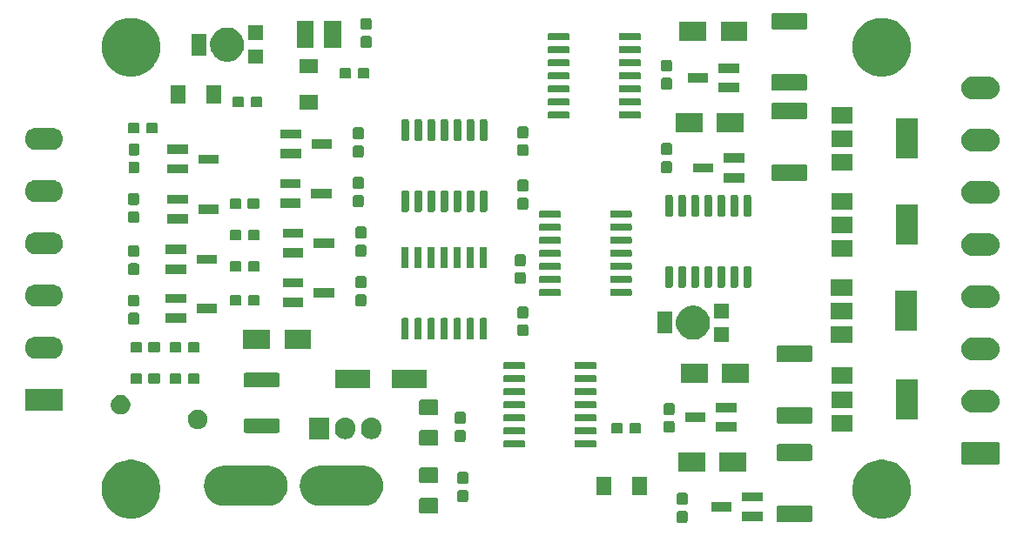
<source format=gbr>
G04 #@! TF.GenerationSoftware,KiCad,Pcbnew,5.1.6-c6e7f7d~86~ubuntu18.04.1*
G04 #@! TF.CreationDate,2020-07-04T00:52:20+02:00*
G04 #@! TF.ProjectId,PeakHoldPWMDriver,5065616b-486f-46c6-9450-574d44726976,rev?*
G04 #@! TF.SameCoordinates,Original*
G04 #@! TF.FileFunction,Soldermask,Top*
G04 #@! TF.FilePolarity,Negative*
%FSLAX46Y46*%
G04 Gerber Fmt 4.6, Leading zero omitted, Abs format (unit mm)*
G04 Created by KiCad (PCBNEW 5.1.6-c6e7f7d~86~ubuntu18.04.1) date 2020-07-04 00:52:20*
%MOMM*%
%LPD*%
G01*
G04 APERTURE LIST*
%ADD10C,0.100000*%
G04 APERTURE END LIST*
D10*
G36*
X179180499Y-114716445D02*
G01*
X179217995Y-114727820D01*
X179252554Y-114746292D01*
X179282847Y-114771153D01*
X179307708Y-114801446D01*
X179326180Y-114836005D01*
X179337555Y-114873501D01*
X179342000Y-114918638D01*
X179342000Y-115657362D01*
X179337555Y-115702499D01*
X179326180Y-115739995D01*
X179307708Y-115774554D01*
X179282847Y-115804847D01*
X179252554Y-115829708D01*
X179217995Y-115848180D01*
X179180499Y-115859555D01*
X179135362Y-115864000D01*
X178496638Y-115864000D01*
X178451501Y-115859555D01*
X178414005Y-115848180D01*
X178379446Y-115829708D01*
X178349153Y-115804847D01*
X178324292Y-115774554D01*
X178305820Y-115739995D01*
X178294445Y-115702499D01*
X178290000Y-115657362D01*
X178290000Y-114918638D01*
X178294445Y-114873501D01*
X178305820Y-114836005D01*
X178324292Y-114801446D01*
X178349153Y-114771153D01*
X178379446Y-114746292D01*
X178414005Y-114727820D01*
X178451501Y-114716445D01*
X178496638Y-114712000D01*
X179135362Y-114712000D01*
X179180499Y-114716445D01*
G37*
G36*
X191316820Y-114192103D02*
G01*
X191350985Y-114202467D01*
X191382464Y-114219293D01*
X191410060Y-114241940D01*
X191432707Y-114269536D01*
X191449533Y-114301015D01*
X191459897Y-114335180D01*
X191464000Y-114376842D01*
X191464000Y-115626158D01*
X191459897Y-115667820D01*
X191449533Y-115701985D01*
X191432707Y-115733464D01*
X191410060Y-115761060D01*
X191382464Y-115783707D01*
X191350985Y-115800533D01*
X191316820Y-115810897D01*
X191275158Y-115815000D01*
X188200842Y-115815000D01*
X188159180Y-115810897D01*
X188125015Y-115800533D01*
X188093536Y-115783707D01*
X188065940Y-115761060D01*
X188043293Y-115733464D01*
X188026467Y-115701985D01*
X188016103Y-115667820D01*
X188012000Y-115626158D01*
X188012000Y-114376842D01*
X188016103Y-114335180D01*
X188026467Y-114301015D01*
X188043293Y-114269536D01*
X188065940Y-114241940D01*
X188093536Y-114219293D01*
X188125015Y-114202467D01*
X188159180Y-114192103D01*
X188200842Y-114188000D01*
X191275158Y-114188000D01*
X191316820Y-114192103D01*
G37*
G36*
X186651000Y-115701000D02*
G01*
X184649000Y-115701000D01*
X184649000Y-114799000D01*
X186651000Y-114799000D01*
X186651000Y-115701000D01*
G37*
G36*
X198587661Y-109761880D02*
G01*
X199053606Y-109854562D01*
X199572455Y-110069476D01*
X200039407Y-110381484D01*
X200436516Y-110778593D01*
X200748524Y-111245545D01*
X200963438Y-111764394D01*
X201008822Y-111992554D01*
X201073000Y-112315200D01*
X201073000Y-112876800D01*
X201023928Y-113123501D01*
X200963438Y-113427606D01*
X200748524Y-113946455D01*
X200551087Y-114241940D01*
X200436517Y-114413406D01*
X200039406Y-114810517D01*
X199948229Y-114871439D01*
X199572455Y-115122524D01*
X199053606Y-115337438D01*
X198778202Y-115392219D01*
X198502800Y-115447000D01*
X197941200Y-115447000D01*
X197665798Y-115392219D01*
X197390394Y-115337438D01*
X196871545Y-115122524D01*
X196495771Y-114871439D01*
X196404594Y-114810517D01*
X196007483Y-114413406D01*
X195892913Y-114241940D01*
X195695476Y-113946455D01*
X195480562Y-113427606D01*
X195420072Y-113123501D01*
X195371000Y-112876800D01*
X195371000Y-112315200D01*
X195435178Y-111992554D01*
X195480562Y-111764394D01*
X195695476Y-111245545D01*
X196007484Y-110778593D01*
X196404593Y-110381484D01*
X196871545Y-110069476D01*
X197390394Y-109854562D01*
X197856339Y-109761880D01*
X197941200Y-109745000D01*
X198502800Y-109745000D01*
X198587661Y-109761880D01*
G37*
G36*
X125587661Y-109761880D02*
G01*
X126053606Y-109854562D01*
X126572455Y-110069476D01*
X127039407Y-110381484D01*
X127436516Y-110778593D01*
X127748524Y-111245545D01*
X127963438Y-111764394D01*
X128008822Y-111992554D01*
X128073000Y-112315200D01*
X128073000Y-112876800D01*
X128023928Y-113123501D01*
X127963438Y-113427606D01*
X127748524Y-113946455D01*
X127551087Y-114241940D01*
X127436517Y-114413406D01*
X127039406Y-114810517D01*
X126948229Y-114871439D01*
X126572455Y-115122524D01*
X126053606Y-115337438D01*
X125778202Y-115392219D01*
X125502800Y-115447000D01*
X124941200Y-115447000D01*
X124665798Y-115392219D01*
X124390394Y-115337438D01*
X123871545Y-115122524D01*
X123495771Y-114871439D01*
X123404594Y-114810517D01*
X123007483Y-114413406D01*
X122892913Y-114241940D01*
X122695476Y-113946455D01*
X122480562Y-113427606D01*
X122420072Y-113123501D01*
X122371000Y-112876800D01*
X122371000Y-112315200D01*
X122435178Y-111992554D01*
X122480562Y-111764394D01*
X122695476Y-111245545D01*
X123007484Y-110778593D01*
X123404593Y-110381484D01*
X123871545Y-110069476D01*
X124390394Y-109854562D01*
X124856339Y-109761880D01*
X124941200Y-109745000D01*
X125502800Y-109745000D01*
X125587661Y-109761880D01*
G37*
G36*
X154953562Y-113467681D02*
G01*
X154988481Y-113478274D01*
X155020663Y-113495476D01*
X155048873Y-113518627D01*
X155072024Y-113546837D01*
X155089226Y-113579019D01*
X155099819Y-113613938D01*
X155104000Y-113656395D01*
X155104000Y-114797605D01*
X155099819Y-114840062D01*
X155089226Y-114874981D01*
X155072024Y-114907163D01*
X155048873Y-114935373D01*
X155020663Y-114958524D01*
X154988481Y-114975726D01*
X154953562Y-114986319D01*
X154911105Y-114990500D01*
X153444895Y-114990500D01*
X153402438Y-114986319D01*
X153367519Y-114975726D01*
X153335337Y-114958524D01*
X153307127Y-114935373D01*
X153283976Y-114907163D01*
X153266774Y-114874981D01*
X153256181Y-114840062D01*
X153252000Y-114797605D01*
X153252000Y-113656395D01*
X153256181Y-113613938D01*
X153266774Y-113579019D01*
X153283976Y-113546837D01*
X153307127Y-113518627D01*
X153335337Y-113495476D01*
X153367519Y-113478274D01*
X153402438Y-113467681D01*
X153444895Y-113463500D01*
X154911105Y-113463500D01*
X154953562Y-113467681D01*
G37*
G36*
X183651000Y-114751000D02*
G01*
X181649000Y-114751000D01*
X181649000Y-113849000D01*
X183651000Y-113849000D01*
X183651000Y-114751000D01*
G37*
G36*
X138880463Y-110345229D02*
G01*
X139248228Y-110456790D01*
X139587162Y-110637954D01*
X139884240Y-110881760D01*
X140128046Y-111178838D01*
X140309210Y-111517772D01*
X140420771Y-111885537D01*
X140458440Y-112268000D01*
X140420771Y-112650463D01*
X140309210Y-113018228D01*
X140128046Y-113357162D01*
X139884240Y-113654240D01*
X139587162Y-113898046D01*
X139248228Y-114079210D01*
X138880463Y-114190771D01*
X138593847Y-114219000D01*
X134202153Y-114219000D01*
X133915537Y-114190771D01*
X133547772Y-114079210D01*
X133208838Y-113898046D01*
X132911760Y-113654240D01*
X132667954Y-113357162D01*
X132486790Y-113018228D01*
X132375229Y-112650463D01*
X132337560Y-112268000D01*
X132375229Y-111885537D01*
X132486790Y-111517772D01*
X132667954Y-111178838D01*
X132911760Y-110881760D01*
X133208838Y-110637954D01*
X133547772Y-110456790D01*
X133915537Y-110345229D01*
X134202153Y-110317000D01*
X138593847Y-110317000D01*
X138880463Y-110345229D01*
G37*
G36*
X148180463Y-110345229D02*
G01*
X148548228Y-110456790D01*
X148887162Y-110637954D01*
X149184240Y-110881760D01*
X149428046Y-111178838D01*
X149609210Y-111517772D01*
X149720771Y-111885537D01*
X149758440Y-112268000D01*
X149720771Y-112650463D01*
X149609210Y-113018228D01*
X149428046Y-113357162D01*
X149184240Y-113654240D01*
X148887162Y-113898046D01*
X148548228Y-114079210D01*
X148180463Y-114190771D01*
X147893847Y-114219000D01*
X143502153Y-114219000D01*
X143215537Y-114190771D01*
X142847772Y-114079210D01*
X142508838Y-113898046D01*
X142211760Y-113654240D01*
X141967954Y-113357162D01*
X141786790Y-113018228D01*
X141675229Y-112650463D01*
X141637560Y-112268000D01*
X141675229Y-111885537D01*
X141786790Y-111517772D01*
X141967954Y-111178838D01*
X142211760Y-110881760D01*
X142508838Y-110637954D01*
X142847772Y-110456790D01*
X143215537Y-110345229D01*
X143502153Y-110317000D01*
X147893847Y-110317000D01*
X148180463Y-110345229D01*
G37*
G36*
X179180499Y-112966445D02*
G01*
X179217995Y-112977820D01*
X179252554Y-112996292D01*
X179282847Y-113021153D01*
X179307708Y-113051446D01*
X179326180Y-113086005D01*
X179337555Y-113123501D01*
X179342000Y-113168638D01*
X179342000Y-113907362D01*
X179337555Y-113952499D01*
X179326180Y-113989995D01*
X179307708Y-114024554D01*
X179282847Y-114054847D01*
X179252554Y-114079708D01*
X179217995Y-114098180D01*
X179180499Y-114109555D01*
X179135362Y-114114000D01*
X178496638Y-114114000D01*
X178451501Y-114109555D01*
X178414005Y-114098180D01*
X178379446Y-114079708D01*
X178349153Y-114054847D01*
X178324292Y-114024554D01*
X178305820Y-113989995D01*
X178294445Y-113952499D01*
X178290000Y-113907362D01*
X178290000Y-113168638D01*
X178294445Y-113123501D01*
X178305820Y-113086005D01*
X178324292Y-113051446D01*
X178349153Y-113021153D01*
X178379446Y-112996292D01*
X178414005Y-112977820D01*
X178451501Y-112966445D01*
X178496638Y-112962000D01*
X179135362Y-112962000D01*
X179180499Y-112966445D01*
G37*
G36*
X157844499Y-112684445D02*
G01*
X157881995Y-112695820D01*
X157916554Y-112714292D01*
X157946847Y-112739153D01*
X157971708Y-112769446D01*
X157990180Y-112804005D01*
X158001555Y-112841501D01*
X158006000Y-112886638D01*
X158006000Y-113625362D01*
X158001555Y-113670499D01*
X157990180Y-113707995D01*
X157971708Y-113742554D01*
X157946847Y-113772847D01*
X157916554Y-113797708D01*
X157881995Y-113816180D01*
X157844499Y-113827555D01*
X157799362Y-113832000D01*
X157160638Y-113832000D01*
X157115501Y-113827555D01*
X157078005Y-113816180D01*
X157043446Y-113797708D01*
X157013153Y-113772847D01*
X156988292Y-113742554D01*
X156969820Y-113707995D01*
X156958445Y-113670499D01*
X156954000Y-113625362D01*
X156954000Y-112886638D01*
X156958445Y-112841501D01*
X156969820Y-112804005D01*
X156988292Y-112769446D01*
X157013153Y-112739153D01*
X157043446Y-112714292D01*
X157078005Y-112695820D01*
X157115501Y-112684445D01*
X157160638Y-112680000D01*
X157799362Y-112680000D01*
X157844499Y-112684445D01*
G37*
G36*
X186651000Y-113801000D02*
G01*
X184649000Y-113801000D01*
X184649000Y-112899000D01*
X186651000Y-112899000D01*
X186651000Y-113801000D01*
G37*
G36*
X175397000Y-113169000D02*
G01*
X173995000Y-113169000D01*
X173995000Y-111367000D01*
X175397000Y-111367000D01*
X175397000Y-113169000D01*
G37*
G36*
X171897000Y-113169000D02*
G01*
X170495000Y-113169000D01*
X170495000Y-111367000D01*
X171897000Y-111367000D01*
X171897000Y-113169000D01*
G37*
G36*
X157844499Y-110934445D02*
G01*
X157881995Y-110945820D01*
X157916554Y-110964292D01*
X157946847Y-110989153D01*
X157971708Y-111019446D01*
X157990180Y-111054005D01*
X158001555Y-111091501D01*
X158006000Y-111136638D01*
X158006000Y-111875362D01*
X158001555Y-111920499D01*
X157990180Y-111957995D01*
X157971708Y-111992554D01*
X157946847Y-112022847D01*
X157916554Y-112047708D01*
X157881995Y-112066180D01*
X157844499Y-112077555D01*
X157799362Y-112082000D01*
X157160638Y-112082000D01*
X157115501Y-112077555D01*
X157078005Y-112066180D01*
X157043446Y-112047708D01*
X157013153Y-112022847D01*
X156988292Y-111992554D01*
X156969820Y-111957995D01*
X156958445Y-111920499D01*
X156954000Y-111875362D01*
X156954000Y-111136638D01*
X156958445Y-111091501D01*
X156969820Y-111054005D01*
X156988292Y-111019446D01*
X157013153Y-110989153D01*
X157043446Y-110964292D01*
X157078005Y-110945820D01*
X157115501Y-110934445D01*
X157160638Y-110930000D01*
X157799362Y-110930000D01*
X157844499Y-110934445D01*
G37*
G36*
X154953562Y-110492681D02*
G01*
X154988481Y-110503274D01*
X155020663Y-110520476D01*
X155048873Y-110543627D01*
X155072024Y-110571837D01*
X155089226Y-110604019D01*
X155099819Y-110638938D01*
X155104000Y-110681395D01*
X155104000Y-111822605D01*
X155099819Y-111865062D01*
X155089226Y-111899981D01*
X155072024Y-111932163D01*
X155048873Y-111960373D01*
X155020663Y-111983524D01*
X154988481Y-112000726D01*
X154953562Y-112011319D01*
X154911105Y-112015500D01*
X153444895Y-112015500D01*
X153402438Y-112011319D01*
X153367519Y-112000726D01*
X153335337Y-111983524D01*
X153307127Y-111960373D01*
X153283976Y-111932163D01*
X153266774Y-111899981D01*
X153256181Y-111865062D01*
X153252000Y-111822605D01*
X153252000Y-110681395D01*
X153256181Y-110638938D01*
X153266774Y-110604019D01*
X153283976Y-110571837D01*
X153307127Y-110543627D01*
X153335337Y-110520476D01*
X153367519Y-110503274D01*
X153402438Y-110492681D01*
X153444895Y-110488500D01*
X154911105Y-110488500D01*
X154953562Y-110492681D01*
G37*
G36*
X185059000Y-110933000D02*
G01*
X182457000Y-110933000D01*
X182457000Y-109031000D01*
X185059000Y-109031000D01*
X185059000Y-110933000D01*
G37*
G36*
X181059000Y-110933000D02*
G01*
X178457000Y-110933000D01*
X178457000Y-109031000D01*
X181059000Y-109031000D01*
X181059000Y-110933000D01*
G37*
G36*
X209534217Y-108030808D02*
G01*
X209565489Y-108040294D01*
X209594308Y-108055698D01*
X209619570Y-108076430D01*
X209640302Y-108101692D01*
X209655706Y-108130511D01*
X209665192Y-108161783D01*
X209669000Y-108200448D01*
X209669000Y-110035552D01*
X209665192Y-110074217D01*
X209655706Y-110105489D01*
X209640302Y-110134308D01*
X209619570Y-110159570D01*
X209594308Y-110180302D01*
X209565489Y-110195706D01*
X209534217Y-110205192D01*
X209495552Y-110209000D01*
X206140448Y-110209000D01*
X206101783Y-110205192D01*
X206070511Y-110195706D01*
X206041692Y-110180302D01*
X206016430Y-110159570D01*
X205995698Y-110134308D01*
X205980294Y-110105489D01*
X205970808Y-110074217D01*
X205967000Y-110035552D01*
X205967000Y-108200448D01*
X205970808Y-108161783D01*
X205980294Y-108130511D01*
X205995698Y-108101692D01*
X206016430Y-108076430D01*
X206041692Y-108055698D01*
X206070511Y-108040294D01*
X206101783Y-108030808D01*
X206140448Y-108027000D01*
X209495552Y-108027000D01*
X209534217Y-108030808D01*
G37*
G36*
X191316820Y-108217103D02*
G01*
X191350985Y-108227467D01*
X191382464Y-108244293D01*
X191410060Y-108266940D01*
X191432707Y-108294536D01*
X191449533Y-108326015D01*
X191459897Y-108360180D01*
X191464000Y-108401842D01*
X191464000Y-109651158D01*
X191459897Y-109692820D01*
X191449533Y-109726985D01*
X191432707Y-109758464D01*
X191410060Y-109786060D01*
X191382464Y-109808707D01*
X191350985Y-109825533D01*
X191316820Y-109835897D01*
X191275158Y-109840000D01*
X188200842Y-109840000D01*
X188159180Y-109835897D01*
X188125015Y-109825533D01*
X188093536Y-109808707D01*
X188065940Y-109786060D01*
X188043293Y-109758464D01*
X188026467Y-109726985D01*
X188016103Y-109692820D01*
X188012000Y-109651158D01*
X188012000Y-108401842D01*
X188016103Y-108360180D01*
X188026467Y-108326015D01*
X188043293Y-108294536D01*
X188065940Y-108266940D01*
X188093536Y-108244293D01*
X188125015Y-108227467D01*
X188159180Y-108217103D01*
X188200842Y-108213000D01*
X191275158Y-108213000D01*
X191316820Y-108217103D01*
G37*
G36*
X170365428Y-107855764D02*
G01*
X170386509Y-107862160D01*
X170405945Y-107872548D01*
X170422976Y-107886524D01*
X170436952Y-107903555D01*
X170447340Y-107922991D01*
X170453736Y-107944072D01*
X170456500Y-107972140D01*
X170456500Y-108435860D01*
X170453736Y-108463928D01*
X170447340Y-108485009D01*
X170436952Y-108504445D01*
X170422976Y-108521476D01*
X170405945Y-108535452D01*
X170386509Y-108545840D01*
X170365428Y-108552236D01*
X170337360Y-108555000D01*
X168498640Y-108555000D01*
X168470572Y-108552236D01*
X168449491Y-108545840D01*
X168430055Y-108535452D01*
X168413024Y-108521476D01*
X168399048Y-108504445D01*
X168388660Y-108485009D01*
X168382264Y-108463928D01*
X168379500Y-108435860D01*
X168379500Y-107972140D01*
X168382264Y-107944072D01*
X168388660Y-107922991D01*
X168399048Y-107903555D01*
X168413024Y-107886524D01*
X168430055Y-107872548D01*
X168449491Y-107862160D01*
X168470572Y-107855764D01*
X168498640Y-107853000D01*
X170337360Y-107853000D01*
X170365428Y-107855764D01*
G37*
G36*
X163440428Y-107855764D02*
G01*
X163461509Y-107862160D01*
X163480945Y-107872548D01*
X163497976Y-107886524D01*
X163511952Y-107903555D01*
X163522340Y-107922991D01*
X163528736Y-107944072D01*
X163531500Y-107972140D01*
X163531500Y-108435860D01*
X163528736Y-108463928D01*
X163522340Y-108485009D01*
X163511952Y-108504445D01*
X163497976Y-108521476D01*
X163480945Y-108535452D01*
X163461509Y-108545840D01*
X163440428Y-108552236D01*
X163412360Y-108555000D01*
X161573640Y-108555000D01*
X161545572Y-108552236D01*
X161524491Y-108545840D01*
X161505055Y-108535452D01*
X161488024Y-108521476D01*
X161474048Y-108504445D01*
X161463660Y-108485009D01*
X161457264Y-108463928D01*
X161454500Y-108435860D01*
X161454500Y-107972140D01*
X161457264Y-107944072D01*
X161463660Y-107922991D01*
X161474048Y-107903555D01*
X161488024Y-107886524D01*
X161505055Y-107872548D01*
X161524491Y-107862160D01*
X161545572Y-107855764D01*
X161573640Y-107853000D01*
X163412360Y-107853000D01*
X163440428Y-107855764D01*
G37*
G36*
X154953562Y-106863681D02*
G01*
X154988481Y-106874274D01*
X155020663Y-106891476D01*
X155048873Y-106914627D01*
X155072024Y-106942837D01*
X155089226Y-106975019D01*
X155099819Y-107009938D01*
X155104000Y-107052395D01*
X155104000Y-108193605D01*
X155099819Y-108236062D01*
X155089226Y-108270981D01*
X155072024Y-108303163D01*
X155048873Y-108331373D01*
X155020663Y-108354524D01*
X154988481Y-108371726D01*
X154953562Y-108382319D01*
X154911105Y-108386500D01*
X153444895Y-108386500D01*
X153402438Y-108382319D01*
X153367519Y-108371726D01*
X153335337Y-108354524D01*
X153307127Y-108331373D01*
X153283976Y-108303163D01*
X153266774Y-108270981D01*
X153256181Y-108236062D01*
X153252000Y-108193605D01*
X153252000Y-107052395D01*
X153256181Y-107009938D01*
X153266774Y-106975019D01*
X153283976Y-106942837D01*
X153307127Y-106914627D01*
X153335337Y-106891476D01*
X153367519Y-106874274D01*
X153402438Y-106863681D01*
X153444895Y-106859500D01*
X154911105Y-106859500D01*
X154953562Y-106863681D01*
G37*
G36*
X157590499Y-106842445D02*
G01*
X157627995Y-106853820D01*
X157662554Y-106872292D01*
X157692847Y-106897153D01*
X157717708Y-106927446D01*
X157736180Y-106962005D01*
X157747555Y-106999501D01*
X157752000Y-107044638D01*
X157752000Y-107783362D01*
X157747555Y-107828499D01*
X157736180Y-107865995D01*
X157717708Y-107900554D01*
X157692847Y-107930847D01*
X157662554Y-107955708D01*
X157627995Y-107974180D01*
X157590499Y-107985555D01*
X157545362Y-107990000D01*
X156906638Y-107990000D01*
X156861501Y-107985555D01*
X156824005Y-107974180D01*
X156789446Y-107955708D01*
X156759153Y-107930847D01*
X156734292Y-107900554D01*
X156715820Y-107865995D01*
X156704445Y-107828499D01*
X156700000Y-107783362D01*
X156700000Y-107044638D01*
X156704445Y-106999501D01*
X156715820Y-106962005D01*
X156734292Y-106927446D01*
X156759153Y-106897153D01*
X156789446Y-106872292D01*
X156824005Y-106853820D01*
X156861501Y-106842445D01*
X156906638Y-106838000D01*
X157545362Y-106838000D01*
X157590499Y-106842445D01*
G37*
G36*
X148786719Y-105643520D02*
G01*
X148974014Y-105700335D01*
X148975883Y-105700902D01*
X149049454Y-105740227D01*
X149150212Y-105794083D01*
X149303015Y-105919485D01*
X149428417Y-106072288D01*
X149521599Y-106246619D01*
X149578980Y-106435780D01*
X149593500Y-106583206D01*
X149593500Y-106776793D01*
X149578980Y-106924219D01*
X149525906Y-107099180D01*
X149521598Y-107113383D01*
X149503711Y-107146847D01*
X149428417Y-107287712D01*
X149303015Y-107440515D01*
X149150212Y-107565917D01*
X148975881Y-107659099D01*
X148786720Y-107716480D01*
X148590000Y-107735855D01*
X148393281Y-107716480D01*
X148204120Y-107659099D01*
X148029788Y-107565917D01*
X147876985Y-107440515D01*
X147751583Y-107287712D01*
X147665892Y-107127395D01*
X147658402Y-107113383D01*
X147658401Y-107113380D01*
X147601020Y-106924220D01*
X147586500Y-106776794D01*
X147586500Y-106583207D01*
X147601020Y-106435781D01*
X147658401Y-106246620D01*
X147658402Y-106246617D01*
X147728221Y-106115995D01*
X147751583Y-106072288D01*
X147876985Y-105919485D01*
X148029788Y-105794083D01*
X148204119Y-105700901D01*
X148393280Y-105643520D01*
X148590000Y-105624145D01*
X148786719Y-105643520D01*
G37*
G36*
X146246719Y-105643520D02*
G01*
X146434014Y-105700335D01*
X146435883Y-105700902D01*
X146509454Y-105740227D01*
X146610212Y-105794083D01*
X146763015Y-105919485D01*
X146888417Y-106072288D01*
X146981599Y-106246619D01*
X147038980Y-106435780D01*
X147053500Y-106583206D01*
X147053500Y-106776793D01*
X147038980Y-106924219D01*
X146985906Y-107099180D01*
X146981598Y-107113383D01*
X146963711Y-107146847D01*
X146888417Y-107287712D01*
X146763015Y-107440515D01*
X146610212Y-107565917D01*
X146435881Y-107659099D01*
X146246720Y-107716480D01*
X146050000Y-107735855D01*
X145853281Y-107716480D01*
X145664120Y-107659099D01*
X145489788Y-107565917D01*
X145336985Y-107440515D01*
X145211583Y-107287712D01*
X145125892Y-107127395D01*
X145118402Y-107113383D01*
X145118401Y-107113380D01*
X145061020Y-106924220D01*
X145046500Y-106776794D01*
X145046500Y-106583207D01*
X145061020Y-106435781D01*
X145118401Y-106246620D01*
X145118402Y-106246617D01*
X145188221Y-106115995D01*
X145211583Y-106072288D01*
X145336985Y-105919485D01*
X145489788Y-105794083D01*
X145664119Y-105700901D01*
X145853280Y-105643520D01*
X146050000Y-105624145D01*
X146246719Y-105643520D01*
G37*
G36*
X144513500Y-107731000D02*
G01*
X142506500Y-107731000D01*
X142506500Y-105629000D01*
X144513500Y-105629000D01*
X144513500Y-107731000D01*
G37*
G36*
X170365428Y-106585764D02*
G01*
X170386509Y-106592160D01*
X170405945Y-106602548D01*
X170422976Y-106616524D01*
X170436952Y-106633555D01*
X170447340Y-106652991D01*
X170453736Y-106674072D01*
X170456500Y-106702140D01*
X170456500Y-107165860D01*
X170453736Y-107193928D01*
X170447340Y-107215009D01*
X170436952Y-107234445D01*
X170422976Y-107251476D01*
X170405945Y-107265452D01*
X170386509Y-107275840D01*
X170365428Y-107282236D01*
X170337360Y-107285000D01*
X168498640Y-107285000D01*
X168470572Y-107282236D01*
X168449491Y-107275840D01*
X168430055Y-107265452D01*
X168413024Y-107251476D01*
X168399048Y-107234445D01*
X168388660Y-107215009D01*
X168382264Y-107193928D01*
X168379500Y-107165860D01*
X168379500Y-106702140D01*
X168382264Y-106674072D01*
X168388660Y-106652991D01*
X168399048Y-106633555D01*
X168413024Y-106616524D01*
X168430055Y-106602548D01*
X168449491Y-106592160D01*
X168470572Y-106585764D01*
X168498640Y-106583000D01*
X170337360Y-106583000D01*
X170365428Y-106585764D01*
G37*
G36*
X163440428Y-106585764D02*
G01*
X163461509Y-106592160D01*
X163480945Y-106602548D01*
X163497976Y-106616524D01*
X163511952Y-106633555D01*
X163522340Y-106652991D01*
X163528736Y-106674072D01*
X163531500Y-106702140D01*
X163531500Y-107165860D01*
X163528736Y-107193928D01*
X163522340Y-107215009D01*
X163511952Y-107234445D01*
X163497976Y-107251476D01*
X163480945Y-107265452D01*
X163461509Y-107275840D01*
X163440428Y-107282236D01*
X163412360Y-107285000D01*
X161573640Y-107285000D01*
X161545572Y-107282236D01*
X161524491Y-107275840D01*
X161505055Y-107265452D01*
X161488024Y-107251476D01*
X161474048Y-107234445D01*
X161463660Y-107215009D01*
X161457264Y-107193928D01*
X161454500Y-107165860D01*
X161454500Y-106702140D01*
X161457264Y-106674072D01*
X161463660Y-106652991D01*
X161474048Y-106633555D01*
X161488024Y-106616524D01*
X161505055Y-106602548D01*
X161524491Y-106592160D01*
X161545572Y-106585764D01*
X161573640Y-106583000D01*
X163412360Y-106583000D01*
X163440428Y-106585764D01*
G37*
G36*
X172908499Y-106158445D02*
G01*
X172945995Y-106169820D01*
X172980554Y-106188292D01*
X173010847Y-106213153D01*
X173035708Y-106243446D01*
X173054180Y-106278005D01*
X173065555Y-106315501D01*
X173070000Y-106360638D01*
X173070000Y-106999362D01*
X173065555Y-107044499D01*
X173054180Y-107081995D01*
X173035708Y-107116554D01*
X173010847Y-107146847D01*
X172980554Y-107171708D01*
X172945995Y-107190180D01*
X172908499Y-107201555D01*
X172863362Y-107206000D01*
X172124638Y-107206000D01*
X172079501Y-107201555D01*
X172042005Y-107190180D01*
X172007446Y-107171708D01*
X171977153Y-107146847D01*
X171952292Y-107116554D01*
X171933820Y-107081995D01*
X171922445Y-107044499D01*
X171918000Y-106999362D01*
X171918000Y-106360638D01*
X171922445Y-106315501D01*
X171933820Y-106278005D01*
X171952292Y-106243446D01*
X171977153Y-106213153D01*
X172007446Y-106188292D01*
X172042005Y-106169820D01*
X172079501Y-106158445D01*
X172124638Y-106154000D01*
X172863362Y-106154000D01*
X172908499Y-106158445D01*
G37*
G36*
X174658499Y-106158445D02*
G01*
X174695995Y-106169820D01*
X174730554Y-106188292D01*
X174760847Y-106213153D01*
X174785708Y-106243446D01*
X174804180Y-106278005D01*
X174815555Y-106315501D01*
X174820000Y-106360638D01*
X174820000Y-106999362D01*
X174815555Y-107044499D01*
X174804180Y-107081995D01*
X174785708Y-107116554D01*
X174760847Y-107146847D01*
X174730554Y-107171708D01*
X174695995Y-107190180D01*
X174658499Y-107201555D01*
X174613362Y-107206000D01*
X173874638Y-107206000D01*
X173829501Y-107201555D01*
X173792005Y-107190180D01*
X173757446Y-107171708D01*
X173727153Y-107146847D01*
X173702292Y-107116554D01*
X173683820Y-107081995D01*
X173672445Y-107044499D01*
X173668000Y-106999362D01*
X173668000Y-106360638D01*
X173672445Y-106315501D01*
X173683820Y-106278005D01*
X173702292Y-106243446D01*
X173727153Y-106213153D01*
X173757446Y-106188292D01*
X173792005Y-106169820D01*
X173829501Y-106158445D01*
X173874638Y-106154000D01*
X174613362Y-106154000D01*
X174658499Y-106158445D01*
G37*
G36*
X139517781Y-105729295D02*
G01*
X139553816Y-105740227D01*
X139587024Y-105757977D01*
X139616134Y-105781866D01*
X139640023Y-105810976D01*
X139657773Y-105844184D01*
X139668705Y-105880219D01*
X139673000Y-105923831D01*
X139673000Y-106928169D01*
X139668705Y-106971781D01*
X139657773Y-107007816D01*
X139640023Y-107041024D01*
X139616134Y-107070134D01*
X139587024Y-107094023D01*
X139553816Y-107111773D01*
X139517781Y-107122705D01*
X139474169Y-107127000D01*
X136369831Y-107127000D01*
X136326219Y-107122705D01*
X136290184Y-107111773D01*
X136256976Y-107094023D01*
X136227866Y-107070134D01*
X136203977Y-107041024D01*
X136186227Y-107007816D01*
X136175295Y-106971781D01*
X136171000Y-106928169D01*
X136171000Y-105923831D01*
X136175295Y-105880219D01*
X136186227Y-105844184D01*
X136203977Y-105810976D01*
X136227866Y-105781866D01*
X136256976Y-105757977D01*
X136290184Y-105740227D01*
X136326219Y-105729295D01*
X136369831Y-105725000D01*
X139474169Y-105725000D01*
X139517781Y-105729295D01*
G37*
G36*
X177910499Y-105967445D02*
G01*
X177947995Y-105978820D01*
X177982554Y-105997292D01*
X178012847Y-106022153D01*
X178037708Y-106052446D01*
X178056180Y-106087005D01*
X178067555Y-106124501D01*
X178072000Y-106169638D01*
X178072000Y-106908362D01*
X178067555Y-106953499D01*
X178056180Y-106990995D01*
X178037708Y-107025554D01*
X178012847Y-107055847D01*
X177982554Y-107080708D01*
X177947995Y-107099180D01*
X177910499Y-107110555D01*
X177865362Y-107115000D01*
X177226638Y-107115000D01*
X177181501Y-107110555D01*
X177144005Y-107099180D01*
X177109446Y-107080708D01*
X177079153Y-107055847D01*
X177054292Y-107025554D01*
X177035820Y-106990995D01*
X177024445Y-106953499D01*
X177020000Y-106908362D01*
X177020000Y-106169638D01*
X177024445Y-106124501D01*
X177035820Y-106087005D01*
X177054292Y-106052446D01*
X177079153Y-106022153D01*
X177109446Y-105997292D01*
X177144005Y-105978820D01*
X177181501Y-105967445D01*
X177226638Y-105963000D01*
X177865362Y-105963000D01*
X177910499Y-105967445D01*
G37*
G36*
X184087000Y-106999000D02*
G01*
X182085000Y-106999000D01*
X182085000Y-106097000D01*
X184087000Y-106097000D01*
X184087000Y-106999000D01*
G37*
G36*
X195411000Y-106973000D02*
G01*
X193309000Y-106973000D01*
X193309000Y-105371000D01*
X195411000Y-105371000D01*
X195411000Y-106973000D01*
G37*
G36*
X131983395Y-104879546D02*
G01*
X132156466Y-104951234D01*
X132196976Y-104978302D01*
X132312227Y-105055310D01*
X132444690Y-105187773D01*
X132456124Y-105204885D01*
X132548766Y-105343534D01*
X132620454Y-105516605D01*
X132657000Y-105700333D01*
X132657000Y-105887667D01*
X132620454Y-106071395D01*
X132548766Y-106244466D01*
X132531113Y-106270885D01*
X132444690Y-106400227D01*
X132312227Y-106532690D01*
X132236932Y-106583000D01*
X132156466Y-106636766D01*
X131983395Y-106708454D01*
X131799667Y-106745000D01*
X131612333Y-106745000D01*
X131428605Y-106708454D01*
X131255534Y-106636766D01*
X131175068Y-106583000D01*
X131099773Y-106532690D01*
X130967310Y-106400227D01*
X130880887Y-106270885D01*
X130863234Y-106244466D01*
X130791546Y-106071395D01*
X130755000Y-105887667D01*
X130755000Y-105700333D01*
X130791546Y-105516605D01*
X130863234Y-105343534D01*
X130955876Y-105204885D01*
X130967310Y-105187773D01*
X131099773Y-105055310D01*
X131215024Y-104978302D01*
X131255534Y-104951234D01*
X131428605Y-104879546D01*
X131612333Y-104843000D01*
X131799667Y-104843000D01*
X131983395Y-104879546D01*
G37*
G36*
X157590499Y-105092445D02*
G01*
X157627995Y-105103820D01*
X157662554Y-105122292D01*
X157692847Y-105147153D01*
X157717708Y-105177446D01*
X157736180Y-105212005D01*
X157747555Y-105249501D01*
X157752000Y-105294638D01*
X157752000Y-106033362D01*
X157747555Y-106078499D01*
X157736180Y-106115995D01*
X157717708Y-106150554D01*
X157692847Y-106180847D01*
X157662554Y-106205708D01*
X157627995Y-106224180D01*
X157590499Y-106235555D01*
X157545362Y-106240000D01*
X156906638Y-106240000D01*
X156861501Y-106235555D01*
X156824005Y-106224180D01*
X156789446Y-106205708D01*
X156759153Y-106180847D01*
X156734292Y-106150554D01*
X156715820Y-106115995D01*
X156704445Y-106078499D01*
X156700000Y-106033362D01*
X156700000Y-105294638D01*
X156704445Y-105249501D01*
X156715820Y-105212005D01*
X156734292Y-105177446D01*
X156759153Y-105147153D01*
X156789446Y-105122292D01*
X156824005Y-105103820D01*
X156861501Y-105092445D01*
X156906638Y-105088000D01*
X157545362Y-105088000D01*
X157590499Y-105092445D01*
G37*
G36*
X191316820Y-104600603D02*
G01*
X191350985Y-104610967D01*
X191382464Y-104627793D01*
X191410060Y-104650440D01*
X191432707Y-104678036D01*
X191449533Y-104709515D01*
X191459897Y-104743680D01*
X191464000Y-104785342D01*
X191464000Y-106034658D01*
X191459897Y-106076320D01*
X191449533Y-106110485D01*
X191432707Y-106141964D01*
X191410060Y-106169560D01*
X191382464Y-106192207D01*
X191350985Y-106209033D01*
X191316820Y-106219397D01*
X191275158Y-106223500D01*
X188200842Y-106223500D01*
X188159180Y-106219397D01*
X188125015Y-106209033D01*
X188093536Y-106192207D01*
X188065940Y-106169560D01*
X188043293Y-106141964D01*
X188026467Y-106110485D01*
X188016103Y-106076320D01*
X188012000Y-106034658D01*
X188012000Y-104785342D01*
X188016103Y-104743680D01*
X188026467Y-104709515D01*
X188043293Y-104678036D01*
X188065940Y-104650440D01*
X188093536Y-104627793D01*
X188125015Y-104610967D01*
X188159180Y-104600603D01*
X188200842Y-104596500D01*
X191275158Y-104596500D01*
X191316820Y-104600603D01*
G37*
G36*
X181087000Y-106049000D02*
G01*
X179085000Y-106049000D01*
X179085000Y-105147000D01*
X181087000Y-105147000D01*
X181087000Y-106049000D01*
G37*
G36*
X170365428Y-105315764D02*
G01*
X170386509Y-105322160D01*
X170405945Y-105332548D01*
X170422976Y-105346524D01*
X170436952Y-105363555D01*
X170447340Y-105382991D01*
X170453736Y-105404072D01*
X170456500Y-105432140D01*
X170456500Y-105895860D01*
X170453736Y-105923928D01*
X170447340Y-105945009D01*
X170436952Y-105964445D01*
X170422976Y-105981476D01*
X170405945Y-105995452D01*
X170386509Y-106005840D01*
X170365428Y-106012236D01*
X170337360Y-106015000D01*
X168498640Y-106015000D01*
X168470572Y-106012236D01*
X168449491Y-106005840D01*
X168430055Y-105995452D01*
X168413024Y-105981476D01*
X168399048Y-105964445D01*
X168388660Y-105945009D01*
X168382264Y-105923928D01*
X168379500Y-105895860D01*
X168379500Y-105432140D01*
X168382264Y-105404072D01*
X168388660Y-105382991D01*
X168399048Y-105363555D01*
X168413024Y-105346524D01*
X168430055Y-105332548D01*
X168449491Y-105322160D01*
X168470572Y-105315764D01*
X168498640Y-105313000D01*
X170337360Y-105313000D01*
X170365428Y-105315764D01*
G37*
G36*
X163440428Y-105315764D02*
G01*
X163461509Y-105322160D01*
X163480945Y-105332548D01*
X163497976Y-105346524D01*
X163511952Y-105363555D01*
X163522340Y-105382991D01*
X163528736Y-105404072D01*
X163531500Y-105432140D01*
X163531500Y-105895860D01*
X163528736Y-105923928D01*
X163522340Y-105945009D01*
X163511952Y-105964445D01*
X163497976Y-105981476D01*
X163480945Y-105995452D01*
X163461509Y-106005840D01*
X163440428Y-106012236D01*
X163412360Y-106015000D01*
X161573640Y-106015000D01*
X161545572Y-106012236D01*
X161524491Y-106005840D01*
X161505055Y-105995452D01*
X161488024Y-105981476D01*
X161474048Y-105964445D01*
X161463660Y-105945009D01*
X161457264Y-105923928D01*
X161454500Y-105895860D01*
X161454500Y-105432140D01*
X161457264Y-105404072D01*
X161463660Y-105382991D01*
X161474048Y-105363555D01*
X161488024Y-105346524D01*
X161505055Y-105332548D01*
X161524491Y-105322160D01*
X161545572Y-105315764D01*
X161573640Y-105313000D01*
X163412360Y-105313000D01*
X163440428Y-105315764D01*
G37*
G36*
X201711000Y-105823000D02*
G01*
X199609000Y-105823000D01*
X199609000Y-101921000D01*
X201711000Y-101921000D01*
X201711000Y-105823000D01*
G37*
G36*
X154953562Y-103888681D02*
G01*
X154988481Y-103899274D01*
X155020663Y-103916476D01*
X155048873Y-103939627D01*
X155072024Y-103967837D01*
X155089226Y-104000019D01*
X155099819Y-104034938D01*
X155104000Y-104077395D01*
X155104000Y-105218605D01*
X155099819Y-105261062D01*
X155089226Y-105295981D01*
X155072024Y-105328163D01*
X155048873Y-105356373D01*
X155020663Y-105379524D01*
X154988481Y-105396726D01*
X154953562Y-105407319D01*
X154911105Y-105411500D01*
X153444895Y-105411500D01*
X153402438Y-105407319D01*
X153367519Y-105396726D01*
X153335337Y-105379524D01*
X153307127Y-105356373D01*
X153283976Y-105328163D01*
X153266774Y-105295981D01*
X153256181Y-105261062D01*
X153252000Y-105218605D01*
X153252000Y-104077395D01*
X153256181Y-104034938D01*
X153266774Y-104000019D01*
X153283976Y-103967837D01*
X153307127Y-103939627D01*
X153335337Y-103916476D01*
X153367519Y-103899274D01*
X153402438Y-103888681D01*
X153444895Y-103884500D01*
X154911105Y-103884500D01*
X154953562Y-103888681D01*
G37*
G36*
X177910499Y-104217445D02*
G01*
X177947995Y-104228820D01*
X177982554Y-104247292D01*
X178012847Y-104272153D01*
X178037708Y-104302446D01*
X178056180Y-104337005D01*
X178067555Y-104374501D01*
X178072000Y-104419638D01*
X178072000Y-105158362D01*
X178067555Y-105203499D01*
X178056180Y-105240995D01*
X178037708Y-105275554D01*
X178012847Y-105305847D01*
X177982554Y-105330708D01*
X177947995Y-105349180D01*
X177910499Y-105360555D01*
X177865362Y-105365000D01*
X177226638Y-105365000D01*
X177181501Y-105360555D01*
X177144005Y-105349180D01*
X177109446Y-105330708D01*
X177079153Y-105305847D01*
X177054292Y-105275554D01*
X177035820Y-105240995D01*
X177024445Y-105203499D01*
X177020000Y-105158362D01*
X177020000Y-104419638D01*
X177024445Y-104374501D01*
X177035820Y-104337005D01*
X177054292Y-104302446D01*
X177079153Y-104272153D01*
X177109446Y-104247292D01*
X177144005Y-104228820D01*
X177181501Y-104217445D01*
X177226638Y-104213000D01*
X177865362Y-104213000D01*
X177910499Y-104217445D01*
G37*
G36*
X124483395Y-103479546D02*
G01*
X124656466Y-103551234D01*
X124656467Y-103551235D01*
X124812227Y-103655310D01*
X124944690Y-103787773D01*
X124944691Y-103787775D01*
X125048766Y-103943534D01*
X125120454Y-104116605D01*
X125157000Y-104300333D01*
X125157000Y-104487667D01*
X125120454Y-104671395D01*
X125048766Y-104844466D01*
X125018044Y-104890445D01*
X124944690Y-105000227D01*
X124812227Y-105132690D01*
X124795891Y-105143605D01*
X124656466Y-105236766D01*
X124483395Y-105308454D01*
X124299667Y-105345000D01*
X124112333Y-105345000D01*
X123928605Y-105308454D01*
X123755534Y-105236766D01*
X123616109Y-105143605D01*
X123599773Y-105132690D01*
X123467310Y-105000227D01*
X123393956Y-104890445D01*
X123363234Y-104844466D01*
X123291546Y-104671395D01*
X123255000Y-104487667D01*
X123255000Y-104300333D01*
X123291546Y-104116605D01*
X123363234Y-103943534D01*
X123467309Y-103787775D01*
X123467310Y-103787773D01*
X123599773Y-103655310D01*
X123755533Y-103551235D01*
X123755534Y-103551234D01*
X123928605Y-103479546D01*
X124112333Y-103443000D01*
X124299667Y-103443000D01*
X124483395Y-103479546D01*
G37*
G36*
X208791871Y-102962786D02*
G01*
X208997530Y-103025172D01*
X209187055Y-103126475D01*
X209187058Y-103126477D01*
X209187059Y-103126478D01*
X209353186Y-103262814D01*
X209485136Y-103423597D01*
X209489525Y-103428945D01*
X209590828Y-103618470D01*
X209653214Y-103824129D01*
X209674278Y-104038000D01*
X209653214Y-104251871D01*
X209590828Y-104457530D01*
X209489525Y-104647055D01*
X209489523Y-104647058D01*
X209489522Y-104647059D01*
X209353186Y-104813186D01*
X209210620Y-104930186D01*
X209187055Y-104949525D01*
X208997530Y-105050828D01*
X208791871Y-105113214D01*
X208631591Y-105129000D01*
X207004409Y-105129000D01*
X206844129Y-105113214D01*
X206638470Y-105050828D01*
X206448945Y-104949525D01*
X206425380Y-104930186D01*
X206282814Y-104813186D01*
X206146478Y-104647059D01*
X206146477Y-104647058D01*
X206146475Y-104647055D01*
X206045172Y-104457530D01*
X205982786Y-104251871D01*
X205961722Y-104038000D01*
X205982786Y-103824129D01*
X206045172Y-103618470D01*
X206146475Y-103428945D01*
X206150864Y-103423597D01*
X206282814Y-103262814D01*
X206448941Y-103126478D01*
X206448942Y-103126477D01*
X206448945Y-103126475D01*
X206638470Y-103025172D01*
X206844129Y-102962786D01*
X207004409Y-102947000D01*
X208631591Y-102947000D01*
X208791871Y-102962786D01*
G37*
G36*
X184087000Y-105099000D02*
G01*
X182085000Y-105099000D01*
X182085000Y-104197000D01*
X184087000Y-104197000D01*
X184087000Y-105099000D01*
G37*
G36*
X118486217Y-102828808D02*
G01*
X118517489Y-102838294D01*
X118546308Y-102853698D01*
X118571570Y-102874430D01*
X118592302Y-102899692D01*
X118607706Y-102928511D01*
X118617192Y-102959783D01*
X118621000Y-102998448D01*
X118621000Y-104833552D01*
X118617192Y-104872217D01*
X118607706Y-104903489D01*
X118592302Y-104932308D01*
X118571570Y-104957570D01*
X118546308Y-104978302D01*
X118517489Y-104993706D01*
X118486217Y-105003192D01*
X118447552Y-105007000D01*
X115092448Y-105007000D01*
X115053783Y-105003192D01*
X115022511Y-104993706D01*
X114993692Y-104978302D01*
X114968430Y-104957570D01*
X114947698Y-104932308D01*
X114932294Y-104903489D01*
X114922808Y-104872217D01*
X114919000Y-104833552D01*
X114919000Y-102998448D01*
X114922808Y-102959783D01*
X114932294Y-102928511D01*
X114947698Y-102899692D01*
X114968430Y-102874430D01*
X114993692Y-102853698D01*
X115022511Y-102838294D01*
X115053783Y-102828808D01*
X115092448Y-102825000D01*
X118447552Y-102825000D01*
X118486217Y-102828808D01*
G37*
G36*
X170365428Y-104045764D02*
G01*
X170386509Y-104052160D01*
X170405945Y-104062548D01*
X170422976Y-104076524D01*
X170436952Y-104093555D01*
X170447340Y-104112991D01*
X170453736Y-104134072D01*
X170456500Y-104162140D01*
X170456500Y-104625860D01*
X170453736Y-104653928D01*
X170447340Y-104675009D01*
X170436952Y-104694445D01*
X170422976Y-104711476D01*
X170405945Y-104725452D01*
X170386509Y-104735840D01*
X170365428Y-104742236D01*
X170337360Y-104745000D01*
X168498640Y-104745000D01*
X168470572Y-104742236D01*
X168449491Y-104735840D01*
X168430055Y-104725452D01*
X168413024Y-104711476D01*
X168399048Y-104694445D01*
X168388660Y-104675009D01*
X168382264Y-104653928D01*
X168379500Y-104625860D01*
X168379500Y-104162140D01*
X168382264Y-104134072D01*
X168388660Y-104112991D01*
X168399048Y-104093555D01*
X168413024Y-104076524D01*
X168430055Y-104062548D01*
X168449491Y-104052160D01*
X168470572Y-104045764D01*
X168498640Y-104043000D01*
X170337360Y-104043000D01*
X170365428Y-104045764D01*
G37*
G36*
X163440428Y-104045764D02*
G01*
X163461509Y-104052160D01*
X163480945Y-104062548D01*
X163497976Y-104076524D01*
X163511952Y-104093555D01*
X163522340Y-104112991D01*
X163528736Y-104134072D01*
X163531500Y-104162140D01*
X163531500Y-104625860D01*
X163528736Y-104653928D01*
X163522340Y-104675009D01*
X163511952Y-104694445D01*
X163497976Y-104711476D01*
X163480945Y-104725452D01*
X163461509Y-104735840D01*
X163440428Y-104742236D01*
X163412360Y-104745000D01*
X161573640Y-104745000D01*
X161545572Y-104742236D01*
X161524491Y-104735840D01*
X161505055Y-104725452D01*
X161488024Y-104711476D01*
X161474048Y-104694445D01*
X161463660Y-104675009D01*
X161457264Y-104653928D01*
X161454500Y-104625860D01*
X161454500Y-104162140D01*
X161457264Y-104134072D01*
X161463660Y-104112991D01*
X161474048Y-104093555D01*
X161488024Y-104076524D01*
X161505055Y-104062548D01*
X161524491Y-104052160D01*
X161545572Y-104045764D01*
X161573640Y-104043000D01*
X163412360Y-104043000D01*
X163440428Y-104045764D01*
G37*
G36*
X195411000Y-104673000D02*
G01*
X193309000Y-104673000D01*
X193309000Y-103071000D01*
X195411000Y-103071000D01*
X195411000Y-104673000D01*
G37*
G36*
X170365428Y-102775764D02*
G01*
X170386509Y-102782160D01*
X170405945Y-102792548D01*
X170422976Y-102806524D01*
X170436952Y-102823555D01*
X170447340Y-102842991D01*
X170453736Y-102864072D01*
X170456500Y-102892140D01*
X170456500Y-103355860D01*
X170453736Y-103383928D01*
X170447340Y-103405009D01*
X170436952Y-103424445D01*
X170422976Y-103441476D01*
X170405945Y-103455452D01*
X170386509Y-103465840D01*
X170365428Y-103472236D01*
X170337360Y-103475000D01*
X168498640Y-103475000D01*
X168470572Y-103472236D01*
X168449491Y-103465840D01*
X168430055Y-103455452D01*
X168413024Y-103441476D01*
X168399048Y-103424445D01*
X168388660Y-103405009D01*
X168382264Y-103383928D01*
X168379500Y-103355860D01*
X168379500Y-102892140D01*
X168382264Y-102864072D01*
X168388660Y-102842991D01*
X168399048Y-102823555D01*
X168413024Y-102806524D01*
X168430055Y-102792548D01*
X168449491Y-102782160D01*
X168470572Y-102775764D01*
X168498640Y-102773000D01*
X170337360Y-102773000D01*
X170365428Y-102775764D01*
G37*
G36*
X163440428Y-102775764D02*
G01*
X163461509Y-102782160D01*
X163480945Y-102792548D01*
X163497976Y-102806524D01*
X163511952Y-102823555D01*
X163522340Y-102842991D01*
X163528736Y-102864072D01*
X163531500Y-102892140D01*
X163531500Y-103355860D01*
X163528736Y-103383928D01*
X163522340Y-103405009D01*
X163511952Y-103424445D01*
X163497976Y-103441476D01*
X163480945Y-103455452D01*
X163461509Y-103465840D01*
X163440428Y-103472236D01*
X163412360Y-103475000D01*
X161573640Y-103475000D01*
X161545572Y-103472236D01*
X161524491Y-103465840D01*
X161505055Y-103455452D01*
X161488024Y-103441476D01*
X161474048Y-103424445D01*
X161463660Y-103405009D01*
X161457264Y-103383928D01*
X161454500Y-103355860D01*
X161454500Y-102892140D01*
X161457264Y-102864072D01*
X161463660Y-102842991D01*
X161474048Y-102823555D01*
X161488024Y-102806524D01*
X161505055Y-102792548D01*
X161524491Y-102782160D01*
X161545572Y-102775764D01*
X161573640Y-102773000D01*
X163412360Y-102773000D01*
X163440428Y-102775764D01*
G37*
G36*
X148513000Y-102755000D02*
G01*
X145111000Y-102755000D01*
X145111000Y-100953000D01*
X148513000Y-100953000D01*
X148513000Y-102755000D01*
G37*
G36*
X154013000Y-102755000D02*
G01*
X150611000Y-102755000D01*
X150611000Y-100953000D01*
X154013000Y-100953000D01*
X154013000Y-102755000D01*
G37*
G36*
X139517781Y-101279295D02*
G01*
X139553816Y-101290227D01*
X139587024Y-101307977D01*
X139616134Y-101331866D01*
X139640023Y-101360976D01*
X139657773Y-101394184D01*
X139668705Y-101430219D01*
X139673000Y-101473831D01*
X139673000Y-102478169D01*
X139668705Y-102521781D01*
X139657773Y-102557816D01*
X139640023Y-102591024D01*
X139616134Y-102620134D01*
X139587024Y-102644023D01*
X139553816Y-102661773D01*
X139517781Y-102672705D01*
X139474169Y-102677000D01*
X136369831Y-102677000D01*
X136326219Y-102672705D01*
X136290184Y-102661773D01*
X136256976Y-102644023D01*
X136227866Y-102620134D01*
X136203977Y-102591024D01*
X136186227Y-102557816D01*
X136175295Y-102521781D01*
X136171000Y-102478169D01*
X136171000Y-101473831D01*
X136175295Y-101430219D01*
X136186227Y-101394184D01*
X136203977Y-101360976D01*
X136227866Y-101331866D01*
X136256976Y-101307977D01*
X136290184Y-101290227D01*
X136326219Y-101279295D01*
X136369831Y-101275000D01*
X139474169Y-101275000D01*
X139517781Y-101279295D01*
G37*
G36*
X131732499Y-101332445D02*
G01*
X131769995Y-101343820D01*
X131804554Y-101362292D01*
X131834847Y-101387153D01*
X131859708Y-101417446D01*
X131878180Y-101452005D01*
X131889555Y-101489501D01*
X131894000Y-101534638D01*
X131894000Y-102173362D01*
X131889555Y-102218499D01*
X131878180Y-102255995D01*
X131859708Y-102290554D01*
X131834847Y-102320847D01*
X131804554Y-102345708D01*
X131769995Y-102364180D01*
X131732499Y-102375555D01*
X131687362Y-102380000D01*
X130948638Y-102380000D01*
X130903501Y-102375555D01*
X130866005Y-102364180D01*
X130831446Y-102345708D01*
X130801153Y-102320847D01*
X130776292Y-102290554D01*
X130757820Y-102255995D01*
X130746445Y-102218499D01*
X130742000Y-102173362D01*
X130742000Y-101534638D01*
X130746445Y-101489501D01*
X130757820Y-101452005D01*
X130776292Y-101417446D01*
X130801153Y-101387153D01*
X130831446Y-101362292D01*
X130866005Y-101343820D01*
X130903501Y-101332445D01*
X130948638Y-101328000D01*
X131687362Y-101328000D01*
X131732499Y-101332445D01*
G37*
G36*
X126144499Y-101332445D02*
G01*
X126181995Y-101343820D01*
X126216554Y-101362292D01*
X126246847Y-101387153D01*
X126271708Y-101417446D01*
X126290180Y-101452005D01*
X126301555Y-101489501D01*
X126306000Y-101534638D01*
X126306000Y-102173362D01*
X126301555Y-102218499D01*
X126290180Y-102255995D01*
X126271708Y-102290554D01*
X126246847Y-102320847D01*
X126216554Y-102345708D01*
X126181995Y-102364180D01*
X126144499Y-102375555D01*
X126099362Y-102380000D01*
X125360638Y-102380000D01*
X125315501Y-102375555D01*
X125278005Y-102364180D01*
X125243446Y-102345708D01*
X125213153Y-102320847D01*
X125188292Y-102290554D01*
X125169820Y-102255995D01*
X125158445Y-102218499D01*
X125154000Y-102173362D01*
X125154000Y-101534638D01*
X125158445Y-101489501D01*
X125169820Y-101452005D01*
X125188292Y-101417446D01*
X125213153Y-101387153D01*
X125243446Y-101362292D01*
X125278005Y-101343820D01*
X125315501Y-101332445D01*
X125360638Y-101328000D01*
X126099362Y-101328000D01*
X126144499Y-101332445D01*
G37*
G36*
X127894499Y-101332445D02*
G01*
X127931995Y-101343820D01*
X127966554Y-101362292D01*
X127996847Y-101387153D01*
X128021708Y-101417446D01*
X128040180Y-101452005D01*
X128051555Y-101489501D01*
X128056000Y-101534638D01*
X128056000Y-102173362D01*
X128051555Y-102218499D01*
X128040180Y-102255995D01*
X128021708Y-102290554D01*
X127996847Y-102320847D01*
X127966554Y-102345708D01*
X127931995Y-102364180D01*
X127894499Y-102375555D01*
X127849362Y-102380000D01*
X127110638Y-102380000D01*
X127065501Y-102375555D01*
X127028005Y-102364180D01*
X126993446Y-102345708D01*
X126963153Y-102320847D01*
X126938292Y-102290554D01*
X126919820Y-102255995D01*
X126908445Y-102218499D01*
X126904000Y-102173362D01*
X126904000Y-101534638D01*
X126908445Y-101489501D01*
X126919820Y-101452005D01*
X126938292Y-101417446D01*
X126963153Y-101387153D01*
X126993446Y-101362292D01*
X127028005Y-101343820D01*
X127065501Y-101332445D01*
X127110638Y-101328000D01*
X127849362Y-101328000D01*
X127894499Y-101332445D01*
G37*
G36*
X129982499Y-101332445D02*
G01*
X130019995Y-101343820D01*
X130054554Y-101362292D01*
X130084847Y-101387153D01*
X130109708Y-101417446D01*
X130128180Y-101452005D01*
X130139555Y-101489501D01*
X130144000Y-101534638D01*
X130144000Y-102173362D01*
X130139555Y-102218499D01*
X130128180Y-102255995D01*
X130109708Y-102290554D01*
X130084847Y-102320847D01*
X130054554Y-102345708D01*
X130019995Y-102364180D01*
X129982499Y-102375555D01*
X129937362Y-102380000D01*
X129198638Y-102380000D01*
X129153501Y-102375555D01*
X129116005Y-102364180D01*
X129081446Y-102345708D01*
X129051153Y-102320847D01*
X129026292Y-102290554D01*
X129007820Y-102255995D01*
X128996445Y-102218499D01*
X128992000Y-102173362D01*
X128992000Y-101534638D01*
X128996445Y-101489501D01*
X129007820Y-101452005D01*
X129026292Y-101417446D01*
X129051153Y-101387153D01*
X129081446Y-101362292D01*
X129116005Y-101343820D01*
X129153501Y-101332445D01*
X129198638Y-101328000D01*
X129937362Y-101328000D01*
X129982499Y-101332445D01*
G37*
G36*
X195411000Y-102373000D02*
G01*
X193309000Y-102373000D01*
X193309000Y-100771000D01*
X195411000Y-100771000D01*
X195411000Y-102373000D01*
G37*
G36*
X185313000Y-102297000D02*
G01*
X182711000Y-102297000D01*
X182711000Y-100395000D01*
X185313000Y-100395000D01*
X185313000Y-102297000D01*
G37*
G36*
X181313000Y-102297000D02*
G01*
X178711000Y-102297000D01*
X178711000Y-100395000D01*
X181313000Y-100395000D01*
X181313000Y-102297000D01*
G37*
G36*
X163440428Y-101505764D02*
G01*
X163461509Y-101512160D01*
X163480945Y-101522548D01*
X163497976Y-101536524D01*
X163511952Y-101553555D01*
X163522340Y-101572991D01*
X163528736Y-101594072D01*
X163531500Y-101622140D01*
X163531500Y-102085860D01*
X163528736Y-102113928D01*
X163522340Y-102135009D01*
X163511952Y-102154445D01*
X163497976Y-102171476D01*
X163480945Y-102185452D01*
X163461509Y-102195840D01*
X163440428Y-102202236D01*
X163412360Y-102205000D01*
X161573640Y-102205000D01*
X161545572Y-102202236D01*
X161524491Y-102195840D01*
X161505055Y-102185452D01*
X161488024Y-102171476D01*
X161474048Y-102154445D01*
X161463660Y-102135009D01*
X161457264Y-102113928D01*
X161454500Y-102085860D01*
X161454500Y-101622140D01*
X161457264Y-101594072D01*
X161463660Y-101572991D01*
X161474048Y-101553555D01*
X161488024Y-101536524D01*
X161505055Y-101522548D01*
X161524491Y-101512160D01*
X161545572Y-101505764D01*
X161573640Y-101503000D01*
X163412360Y-101503000D01*
X163440428Y-101505764D01*
G37*
G36*
X170365428Y-101505764D02*
G01*
X170386509Y-101512160D01*
X170405945Y-101522548D01*
X170422976Y-101536524D01*
X170436952Y-101553555D01*
X170447340Y-101572991D01*
X170453736Y-101594072D01*
X170456500Y-101622140D01*
X170456500Y-102085860D01*
X170453736Y-102113928D01*
X170447340Y-102135009D01*
X170436952Y-102154445D01*
X170422976Y-102171476D01*
X170405945Y-102185452D01*
X170386509Y-102195840D01*
X170365428Y-102202236D01*
X170337360Y-102205000D01*
X168498640Y-102205000D01*
X168470572Y-102202236D01*
X168449491Y-102195840D01*
X168430055Y-102185452D01*
X168413024Y-102171476D01*
X168399048Y-102154445D01*
X168388660Y-102135009D01*
X168382264Y-102113928D01*
X168379500Y-102085860D01*
X168379500Y-101622140D01*
X168382264Y-101594072D01*
X168388660Y-101572991D01*
X168399048Y-101553555D01*
X168413024Y-101536524D01*
X168430055Y-101522548D01*
X168449491Y-101512160D01*
X168470572Y-101505764D01*
X168498640Y-101503000D01*
X170337360Y-101503000D01*
X170365428Y-101505764D01*
G37*
G36*
X170365428Y-100235764D02*
G01*
X170386509Y-100242160D01*
X170405945Y-100252548D01*
X170422976Y-100266524D01*
X170436952Y-100283555D01*
X170447340Y-100302991D01*
X170453736Y-100324072D01*
X170456500Y-100352140D01*
X170456500Y-100815860D01*
X170453736Y-100843928D01*
X170447340Y-100865009D01*
X170436952Y-100884445D01*
X170422976Y-100901476D01*
X170405945Y-100915452D01*
X170386509Y-100925840D01*
X170365428Y-100932236D01*
X170337360Y-100935000D01*
X168498640Y-100935000D01*
X168470572Y-100932236D01*
X168449491Y-100925840D01*
X168430055Y-100915452D01*
X168413024Y-100901476D01*
X168399048Y-100884445D01*
X168388660Y-100865009D01*
X168382264Y-100843928D01*
X168379500Y-100815860D01*
X168379500Y-100352140D01*
X168382264Y-100324072D01*
X168388660Y-100302991D01*
X168399048Y-100283555D01*
X168413024Y-100266524D01*
X168430055Y-100252548D01*
X168449491Y-100242160D01*
X168470572Y-100235764D01*
X168498640Y-100233000D01*
X170337360Y-100233000D01*
X170365428Y-100235764D01*
G37*
G36*
X163440428Y-100235764D02*
G01*
X163461509Y-100242160D01*
X163480945Y-100252548D01*
X163497976Y-100266524D01*
X163511952Y-100283555D01*
X163522340Y-100302991D01*
X163528736Y-100324072D01*
X163531500Y-100352140D01*
X163531500Y-100815860D01*
X163528736Y-100843928D01*
X163522340Y-100865009D01*
X163511952Y-100884445D01*
X163497976Y-100901476D01*
X163480945Y-100915452D01*
X163461509Y-100925840D01*
X163440428Y-100932236D01*
X163412360Y-100935000D01*
X161573640Y-100935000D01*
X161545572Y-100932236D01*
X161524491Y-100925840D01*
X161505055Y-100915452D01*
X161488024Y-100901476D01*
X161474048Y-100884445D01*
X161463660Y-100865009D01*
X161457264Y-100843928D01*
X161454500Y-100815860D01*
X161454500Y-100352140D01*
X161457264Y-100324072D01*
X161463660Y-100302991D01*
X161474048Y-100283555D01*
X161488024Y-100266524D01*
X161505055Y-100252548D01*
X161524491Y-100242160D01*
X161545572Y-100235764D01*
X161573640Y-100233000D01*
X163412360Y-100233000D01*
X163440428Y-100235764D01*
G37*
G36*
X191316820Y-98625603D02*
G01*
X191350985Y-98635967D01*
X191382464Y-98652793D01*
X191410060Y-98675440D01*
X191432707Y-98703036D01*
X191449533Y-98734515D01*
X191459897Y-98768680D01*
X191464000Y-98810342D01*
X191464000Y-100059658D01*
X191459897Y-100101320D01*
X191449533Y-100135485D01*
X191432707Y-100166964D01*
X191410060Y-100194560D01*
X191382464Y-100217207D01*
X191350985Y-100234033D01*
X191316820Y-100244397D01*
X191275158Y-100248500D01*
X188200842Y-100248500D01*
X188159180Y-100244397D01*
X188125015Y-100234033D01*
X188093536Y-100217207D01*
X188065940Y-100194560D01*
X188043293Y-100166964D01*
X188026467Y-100135485D01*
X188016103Y-100101320D01*
X188012000Y-100059658D01*
X188012000Y-98810342D01*
X188016103Y-98768680D01*
X188026467Y-98734515D01*
X188043293Y-98703036D01*
X188065940Y-98675440D01*
X188093536Y-98652793D01*
X188125015Y-98635967D01*
X188159180Y-98625603D01*
X188200842Y-98621500D01*
X191275158Y-98621500D01*
X191316820Y-98625603D01*
G37*
G36*
X208791871Y-97882786D02*
G01*
X208997530Y-97945172D01*
X209187055Y-98046475D01*
X209187058Y-98046477D01*
X209187059Y-98046478D01*
X209353186Y-98182814D01*
X209481489Y-98339153D01*
X209489525Y-98348945D01*
X209590828Y-98538470D01*
X209653214Y-98744129D01*
X209674278Y-98958000D01*
X209653214Y-99171871D01*
X209590828Y-99377530D01*
X209489525Y-99567055D01*
X209489523Y-99567058D01*
X209489522Y-99567059D01*
X209353186Y-99733186D01*
X209187059Y-99869522D01*
X209187055Y-99869525D01*
X208997530Y-99970828D01*
X208791871Y-100033214D01*
X208631591Y-100049000D01*
X207004409Y-100049000D01*
X206844129Y-100033214D01*
X206638470Y-99970828D01*
X206448945Y-99869525D01*
X206448941Y-99869522D01*
X206282814Y-99733186D01*
X206146478Y-99567059D01*
X206146477Y-99567058D01*
X206146475Y-99567055D01*
X206045172Y-99377530D01*
X205982786Y-99171871D01*
X205961722Y-98958000D01*
X205982786Y-98744129D01*
X206045172Y-98538470D01*
X206146475Y-98348945D01*
X206154511Y-98339153D01*
X206282814Y-98182814D01*
X206448941Y-98046478D01*
X206448942Y-98046477D01*
X206448945Y-98046475D01*
X206638470Y-97945172D01*
X206844129Y-97882786D01*
X207004409Y-97867000D01*
X208631591Y-97867000D01*
X208791871Y-97882786D01*
G37*
G36*
X117743871Y-97760786D02*
G01*
X117949530Y-97823172D01*
X118139055Y-97924475D01*
X118139058Y-97924477D01*
X118139059Y-97924478D01*
X118305186Y-98060814D01*
X118441522Y-98226941D01*
X118441525Y-98226945D01*
X118542828Y-98416470D01*
X118605214Y-98622129D01*
X118626278Y-98836000D01*
X118605214Y-99049871D01*
X118542828Y-99255530D01*
X118441525Y-99445055D01*
X118441523Y-99445058D01*
X118441522Y-99445059D01*
X118305186Y-99611186D01*
X118139059Y-99747522D01*
X118139055Y-99747525D01*
X117949530Y-99848828D01*
X117743871Y-99911214D01*
X117583591Y-99927000D01*
X115956409Y-99927000D01*
X115796129Y-99911214D01*
X115590470Y-99848828D01*
X115400945Y-99747525D01*
X115400941Y-99747522D01*
X115234814Y-99611186D01*
X115098478Y-99445059D01*
X115098477Y-99445058D01*
X115098475Y-99445055D01*
X114997172Y-99255530D01*
X114934786Y-99049871D01*
X114913722Y-98836000D01*
X114934786Y-98622129D01*
X114997172Y-98416470D01*
X115098475Y-98226945D01*
X115098478Y-98226941D01*
X115234814Y-98060814D01*
X115400941Y-97924478D01*
X115400942Y-97924477D01*
X115400945Y-97924475D01*
X115590470Y-97823172D01*
X115796129Y-97760786D01*
X115956409Y-97745000D01*
X117583591Y-97745000D01*
X117743871Y-97760786D01*
G37*
G36*
X129982499Y-98284445D02*
G01*
X130019995Y-98295820D01*
X130054554Y-98314292D01*
X130084847Y-98339153D01*
X130109708Y-98369446D01*
X130128180Y-98404005D01*
X130139555Y-98441501D01*
X130144000Y-98486638D01*
X130144000Y-99125362D01*
X130139555Y-99170499D01*
X130128180Y-99207995D01*
X130109708Y-99242554D01*
X130084847Y-99272847D01*
X130054554Y-99297708D01*
X130019995Y-99316180D01*
X129982499Y-99327555D01*
X129937362Y-99332000D01*
X129198638Y-99332000D01*
X129153501Y-99327555D01*
X129116005Y-99316180D01*
X129081446Y-99297708D01*
X129051153Y-99272847D01*
X129026292Y-99242554D01*
X129007820Y-99207995D01*
X128996445Y-99170499D01*
X128992000Y-99125362D01*
X128992000Y-98486638D01*
X128996445Y-98441501D01*
X129007820Y-98404005D01*
X129026292Y-98369446D01*
X129051153Y-98339153D01*
X129081446Y-98314292D01*
X129116005Y-98295820D01*
X129153501Y-98284445D01*
X129198638Y-98280000D01*
X129937362Y-98280000D01*
X129982499Y-98284445D01*
G37*
G36*
X131732499Y-98284445D02*
G01*
X131769995Y-98295820D01*
X131804554Y-98314292D01*
X131834847Y-98339153D01*
X131859708Y-98369446D01*
X131878180Y-98404005D01*
X131889555Y-98441501D01*
X131894000Y-98486638D01*
X131894000Y-99125362D01*
X131889555Y-99170499D01*
X131878180Y-99207995D01*
X131859708Y-99242554D01*
X131834847Y-99272847D01*
X131804554Y-99297708D01*
X131769995Y-99316180D01*
X131732499Y-99327555D01*
X131687362Y-99332000D01*
X130948638Y-99332000D01*
X130903501Y-99327555D01*
X130866005Y-99316180D01*
X130831446Y-99297708D01*
X130801153Y-99272847D01*
X130776292Y-99242554D01*
X130757820Y-99207995D01*
X130746445Y-99170499D01*
X130742000Y-99125362D01*
X130742000Y-98486638D01*
X130746445Y-98441501D01*
X130757820Y-98404005D01*
X130776292Y-98369446D01*
X130801153Y-98339153D01*
X130831446Y-98314292D01*
X130866005Y-98295820D01*
X130903501Y-98284445D01*
X130948638Y-98280000D01*
X131687362Y-98280000D01*
X131732499Y-98284445D01*
G37*
G36*
X126144499Y-98284445D02*
G01*
X126181995Y-98295820D01*
X126216554Y-98314292D01*
X126246847Y-98339153D01*
X126271708Y-98369446D01*
X126290180Y-98404005D01*
X126301555Y-98441501D01*
X126306000Y-98486638D01*
X126306000Y-99125362D01*
X126301555Y-99170499D01*
X126290180Y-99207995D01*
X126271708Y-99242554D01*
X126246847Y-99272847D01*
X126216554Y-99297708D01*
X126181995Y-99316180D01*
X126144499Y-99327555D01*
X126099362Y-99332000D01*
X125360638Y-99332000D01*
X125315501Y-99327555D01*
X125278005Y-99316180D01*
X125243446Y-99297708D01*
X125213153Y-99272847D01*
X125188292Y-99242554D01*
X125169820Y-99207995D01*
X125158445Y-99170499D01*
X125154000Y-99125362D01*
X125154000Y-98486638D01*
X125158445Y-98441501D01*
X125169820Y-98404005D01*
X125188292Y-98369446D01*
X125213153Y-98339153D01*
X125243446Y-98314292D01*
X125278005Y-98295820D01*
X125315501Y-98284445D01*
X125360638Y-98280000D01*
X126099362Y-98280000D01*
X126144499Y-98284445D01*
G37*
G36*
X127894499Y-98284445D02*
G01*
X127931995Y-98295820D01*
X127966554Y-98314292D01*
X127996847Y-98339153D01*
X128021708Y-98369446D01*
X128040180Y-98404005D01*
X128051555Y-98441501D01*
X128056000Y-98486638D01*
X128056000Y-99125362D01*
X128051555Y-99170499D01*
X128040180Y-99207995D01*
X128021708Y-99242554D01*
X127996847Y-99272847D01*
X127966554Y-99297708D01*
X127931995Y-99316180D01*
X127894499Y-99327555D01*
X127849362Y-99332000D01*
X127110638Y-99332000D01*
X127065501Y-99327555D01*
X127028005Y-99316180D01*
X126993446Y-99297708D01*
X126963153Y-99272847D01*
X126938292Y-99242554D01*
X126919820Y-99207995D01*
X126908445Y-99170499D01*
X126904000Y-99125362D01*
X126904000Y-98486638D01*
X126908445Y-98441501D01*
X126919820Y-98404005D01*
X126938292Y-98369446D01*
X126963153Y-98339153D01*
X126993446Y-98314292D01*
X127028005Y-98295820D01*
X127065501Y-98284445D01*
X127110638Y-98280000D01*
X127849362Y-98280000D01*
X127894499Y-98284445D01*
G37*
G36*
X142747000Y-98995000D02*
G01*
X140145000Y-98995000D01*
X140145000Y-97093000D01*
X142747000Y-97093000D01*
X142747000Y-98995000D01*
G37*
G36*
X138747000Y-98995000D02*
G01*
X136145000Y-98995000D01*
X136145000Y-97093000D01*
X138747000Y-97093000D01*
X138747000Y-98995000D01*
G37*
G36*
X195361000Y-98351000D02*
G01*
X193259000Y-98351000D01*
X193259000Y-96749000D01*
X195361000Y-96749000D01*
X195361000Y-98351000D01*
G37*
G36*
X183327000Y-98251000D02*
G01*
X181925000Y-98251000D01*
X181925000Y-96849000D01*
X183327000Y-96849000D01*
X183327000Y-98251000D01*
G37*
G36*
X180242327Y-94789522D02*
G01*
X180357579Y-94812447D01*
X180570037Y-94900450D01*
X180645928Y-94931885D01*
X180658042Y-94936903D01*
X180928451Y-95117585D01*
X181158415Y-95347549D01*
X181339097Y-95617958D01*
X181463553Y-95918421D01*
X181470033Y-95951000D01*
X181527000Y-96237389D01*
X181527000Y-96562611D01*
X181517708Y-96609323D01*
X181463553Y-96881579D01*
X181339097Y-97182042D01*
X181158415Y-97452451D01*
X180928451Y-97682415D01*
X180658042Y-97863097D01*
X180658041Y-97863098D01*
X180658040Y-97863098D01*
X180613039Y-97881738D01*
X180357579Y-97987553D01*
X180347911Y-97989476D01*
X180038611Y-98051000D01*
X179713389Y-98051000D01*
X179404089Y-97989476D01*
X179394421Y-97987553D01*
X179138961Y-97881738D01*
X179093960Y-97863098D01*
X179093959Y-97863098D01*
X179093958Y-97863097D01*
X178823549Y-97682415D01*
X178593585Y-97452451D01*
X178412903Y-97182042D01*
X178288447Y-96881579D01*
X178234292Y-96609323D01*
X178225000Y-96562611D01*
X178225000Y-96237389D01*
X178281967Y-95951000D01*
X178288447Y-95918421D01*
X178412903Y-95617958D01*
X178593585Y-95347549D01*
X178823549Y-95117585D01*
X179093958Y-94936903D01*
X179106073Y-94931885D01*
X179181963Y-94900450D01*
X179394421Y-94812447D01*
X179509673Y-94789522D01*
X179713389Y-94749000D01*
X180038611Y-94749000D01*
X180242327Y-94789522D01*
G37*
G36*
X153415928Y-95948764D02*
G01*
X153437009Y-95955160D01*
X153456445Y-95965548D01*
X153473476Y-95979524D01*
X153487452Y-95996555D01*
X153497840Y-96015991D01*
X153504236Y-96037072D01*
X153507000Y-96065140D01*
X153507000Y-97903860D01*
X153504236Y-97931928D01*
X153497840Y-97953009D01*
X153487452Y-97972445D01*
X153473476Y-97989476D01*
X153456445Y-98003452D01*
X153437009Y-98013840D01*
X153415928Y-98020236D01*
X153387860Y-98023000D01*
X152924140Y-98023000D01*
X152896072Y-98020236D01*
X152874991Y-98013840D01*
X152855555Y-98003452D01*
X152838524Y-97989476D01*
X152824548Y-97972445D01*
X152814160Y-97953009D01*
X152807764Y-97931928D01*
X152805000Y-97903860D01*
X152805000Y-96065140D01*
X152807764Y-96037072D01*
X152814160Y-96015991D01*
X152824548Y-95996555D01*
X152838524Y-95979524D01*
X152855555Y-95965548D01*
X152874991Y-95955160D01*
X152896072Y-95948764D01*
X152924140Y-95946000D01*
X153387860Y-95946000D01*
X153415928Y-95948764D01*
G37*
G36*
X152145928Y-95948764D02*
G01*
X152167009Y-95955160D01*
X152186445Y-95965548D01*
X152203476Y-95979524D01*
X152217452Y-95996555D01*
X152227840Y-96015991D01*
X152234236Y-96037072D01*
X152237000Y-96065140D01*
X152237000Y-97903860D01*
X152234236Y-97931928D01*
X152227840Y-97953009D01*
X152217452Y-97972445D01*
X152203476Y-97989476D01*
X152186445Y-98003452D01*
X152167009Y-98013840D01*
X152145928Y-98020236D01*
X152117860Y-98023000D01*
X151654140Y-98023000D01*
X151626072Y-98020236D01*
X151604991Y-98013840D01*
X151585555Y-98003452D01*
X151568524Y-97989476D01*
X151554548Y-97972445D01*
X151544160Y-97953009D01*
X151537764Y-97931928D01*
X151535000Y-97903860D01*
X151535000Y-96065140D01*
X151537764Y-96037072D01*
X151544160Y-96015991D01*
X151554548Y-95996555D01*
X151568524Y-95979524D01*
X151585555Y-95965548D01*
X151604991Y-95955160D01*
X151626072Y-95948764D01*
X151654140Y-95946000D01*
X152117860Y-95946000D01*
X152145928Y-95948764D01*
G37*
G36*
X154685928Y-95948764D02*
G01*
X154707009Y-95955160D01*
X154726445Y-95965548D01*
X154743476Y-95979524D01*
X154757452Y-95996555D01*
X154767840Y-96015991D01*
X154774236Y-96037072D01*
X154777000Y-96065140D01*
X154777000Y-97903860D01*
X154774236Y-97931928D01*
X154767840Y-97953009D01*
X154757452Y-97972445D01*
X154743476Y-97989476D01*
X154726445Y-98003452D01*
X154707009Y-98013840D01*
X154685928Y-98020236D01*
X154657860Y-98023000D01*
X154194140Y-98023000D01*
X154166072Y-98020236D01*
X154144991Y-98013840D01*
X154125555Y-98003452D01*
X154108524Y-97989476D01*
X154094548Y-97972445D01*
X154084160Y-97953009D01*
X154077764Y-97931928D01*
X154075000Y-97903860D01*
X154075000Y-96065140D01*
X154077764Y-96037072D01*
X154084160Y-96015991D01*
X154094548Y-95996555D01*
X154108524Y-95979524D01*
X154125555Y-95965548D01*
X154144991Y-95955160D01*
X154166072Y-95948764D01*
X154194140Y-95946000D01*
X154657860Y-95946000D01*
X154685928Y-95948764D01*
G37*
G36*
X158495928Y-95948764D02*
G01*
X158517009Y-95955160D01*
X158536445Y-95965548D01*
X158553476Y-95979524D01*
X158567452Y-95996555D01*
X158577840Y-96015991D01*
X158584236Y-96037072D01*
X158587000Y-96065140D01*
X158587000Y-97903860D01*
X158584236Y-97931928D01*
X158577840Y-97953009D01*
X158567452Y-97972445D01*
X158553476Y-97989476D01*
X158536445Y-98003452D01*
X158517009Y-98013840D01*
X158495928Y-98020236D01*
X158467860Y-98023000D01*
X158004140Y-98023000D01*
X157976072Y-98020236D01*
X157954991Y-98013840D01*
X157935555Y-98003452D01*
X157918524Y-97989476D01*
X157904548Y-97972445D01*
X157894160Y-97953009D01*
X157887764Y-97931928D01*
X157885000Y-97903860D01*
X157885000Y-96065140D01*
X157887764Y-96037072D01*
X157894160Y-96015991D01*
X157904548Y-95996555D01*
X157918524Y-95979524D01*
X157935555Y-95965548D01*
X157954991Y-95955160D01*
X157976072Y-95948764D01*
X158004140Y-95946000D01*
X158467860Y-95946000D01*
X158495928Y-95948764D01*
G37*
G36*
X157225928Y-95948764D02*
G01*
X157247009Y-95955160D01*
X157266445Y-95965548D01*
X157283476Y-95979524D01*
X157297452Y-95996555D01*
X157307840Y-96015991D01*
X157314236Y-96037072D01*
X157317000Y-96065140D01*
X157317000Y-97903860D01*
X157314236Y-97931928D01*
X157307840Y-97953009D01*
X157297452Y-97972445D01*
X157283476Y-97989476D01*
X157266445Y-98003452D01*
X157247009Y-98013840D01*
X157225928Y-98020236D01*
X157197860Y-98023000D01*
X156734140Y-98023000D01*
X156706072Y-98020236D01*
X156684991Y-98013840D01*
X156665555Y-98003452D01*
X156648524Y-97989476D01*
X156634548Y-97972445D01*
X156624160Y-97953009D01*
X156617764Y-97931928D01*
X156615000Y-97903860D01*
X156615000Y-96065140D01*
X156617764Y-96037072D01*
X156624160Y-96015991D01*
X156634548Y-95996555D01*
X156648524Y-95979524D01*
X156665555Y-95965548D01*
X156684991Y-95955160D01*
X156706072Y-95948764D01*
X156734140Y-95946000D01*
X157197860Y-95946000D01*
X157225928Y-95948764D01*
G37*
G36*
X155955928Y-95948764D02*
G01*
X155977009Y-95955160D01*
X155996445Y-95965548D01*
X156013476Y-95979524D01*
X156027452Y-95996555D01*
X156037840Y-96015991D01*
X156044236Y-96037072D01*
X156047000Y-96065140D01*
X156047000Y-97903860D01*
X156044236Y-97931928D01*
X156037840Y-97953009D01*
X156027452Y-97972445D01*
X156013476Y-97989476D01*
X155996445Y-98003452D01*
X155977009Y-98013840D01*
X155955928Y-98020236D01*
X155927860Y-98023000D01*
X155464140Y-98023000D01*
X155436072Y-98020236D01*
X155414991Y-98013840D01*
X155395555Y-98003452D01*
X155378524Y-97989476D01*
X155364548Y-97972445D01*
X155354160Y-97953009D01*
X155347764Y-97931928D01*
X155345000Y-97903860D01*
X155345000Y-96065140D01*
X155347764Y-96037072D01*
X155354160Y-96015991D01*
X155364548Y-95996555D01*
X155378524Y-95979524D01*
X155395555Y-95965548D01*
X155414991Y-95955160D01*
X155436072Y-95948764D01*
X155464140Y-95946000D01*
X155927860Y-95946000D01*
X155955928Y-95948764D01*
G37*
G36*
X159765928Y-95948764D02*
G01*
X159787009Y-95955160D01*
X159806445Y-95965548D01*
X159823476Y-95979524D01*
X159837452Y-95996555D01*
X159847840Y-96015991D01*
X159854236Y-96037072D01*
X159857000Y-96065140D01*
X159857000Y-97903860D01*
X159854236Y-97931928D01*
X159847840Y-97953009D01*
X159837452Y-97972445D01*
X159823476Y-97989476D01*
X159806445Y-98003452D01*
X159787009Y-98013840D01*
X159765928Y-98020236D01*
X159737860Y-98023000D01*
X159274140Y-98023000D01*
X159246072Y-98020236D01*
X159224991Y-98013840D01*
X159205555Y-98003452D01*
X159188524Y-97989476D01*
X159174548Y-97972445D01*
X159164160Y-97953009D01*
X159157764Y-97931928D01*
X159155000Y-97903860D01*
X159155000Y-96065140D01*
X159157764Y-96037072D01*
X159164160Y-96015991D01*
X159174548Y-95996555D01*
X159188524Y-95979524D01*
X159205555Y-95965548D01*
X159224991Y-95955160D01*
X159246072Y-95948764D01*
X159274140Y-95946000D01*
X159737860Y-95946000D01*
X159765928Y-95948764D01*
G37*
G36*
X163686499Y-96569445D02*
G01*
X163723995Y-96580820D01*
X163758554Y-96599292D01*
X163788847Y-96624153D01*
X163813708Y-96654446D01*
X163832180Y-96689005D01*
X163843555Y-96726501D01*
X163848000Y-96771638D01*
X163848000Y-97510362D01*
X163843555Y-97555499D01*
X163832180Y-97592995D01*
X163813708Y-97627554D01*
X163788847Y-97657847D01*
X163758554Y-97682708D01*
X163723995Y-97701180D01*
X163686499Y-97712555D01*
X163641362Y-97717000D01*
X163002638Y-97717000D01*
X162957501Y-97712555D01*
X162920005Y-97701180D01*
X162885446Y-97682708D01*
X162855153Y-97657847D01*
X162830292Y-97627554D01*
X162811820Y-97592995D01*
X162800445Y-97555499D01*
X162796000Y-97510362D01*
X162796000Y-96771638D01*
X162800445Y-96726501D01*
X162811820Y-96689005D01*
X162830292Y-96654446D01*
X162855153Y-96624153D01*
X162885446Y-96599292D01*
X162920005Y-96580820D01*
X162957501Y-96569445D01*
X163002638Y-96565000D01*
X163641362Y-96565000D01*
X163686499Y-96569445D01*
G37*
G36*
X177827000Y-97451000D02*
G01*
X176425000Y-97451000D01*
X176425000Y-95349000D01*
X177827000Y-95349000D01*
X177827000Y-97451000D01*
G37*
G36*
X201661000Y-97201000D02*
G01*
X199559000Y-97201000D01*
X199559000Y-93299000D01*
X201661000Y-93299000D01*
X201661000Y-97201000D01*
G37*
G36*
X125840499Y-95440445D02*
G01*
X125877995Y-95451820D01*
X125912554Y-95470292D01*
X125942847Y-95495153D01*
X125967708Y-95525446D01*
X125986180Y-95560005D01*
X125997555Y-95597501D01*
X126002000Y-95642638D01*
X126002000Y-96381362D01*
X125997555Y-96426499D01*
X125986180Y-96463995D01*
X125967708Y-96498554D01*
X125942847Y-96528847D01*
X125912554Y-96553708D01*
X125877995Y-96572180D01*
X125840499Y-96583555D01*
X125795362Y-96588000D01*
X125156638Y-96588000D01*
X125111501Y-96583555D01*
X125074005Y-96572180D01*
X125039446Y-96553708D01*
X125009153Y-96528847D01*
X124984292Y-96498554D01*
X124965820Y-96463995D01*
X124954445Y-96426499D01*
X124950000Y-96381362D01*
X124950000Y-95642638D01*
X124954445Y-95597501D01*
X124965820Y-95560005D01*
X124984292Y-95525446D01*
X125009153Y-95495153D01*
X125039446Y-95470292D01*
X125074005Y-95451820D01*
X125111501Y-95440445D01*
X125156638Y-95436000D01*
X125795362Y-95436000D01*
X125840499Y-95440445D01*
G37*
G36*
X130589000Y-96397000D02*
G01*
X128587000Y-96397000D01*
X128587000Y-95495000D01*
X130589000Y-95495000D01*
X130589000Y-96397000D01*
G37*
G36*
X195361000Y-96051000D02*
G01*
X193259000Y-96051000D01*
X193259000Y-94449000D01*
X195361000Y-94449000D01*
X195361000Y-96051000D01*
G37*
G36*
X163686499Y-94819445D02*
G01*
X163723995Y-94830820D01*
X163758554Y-94849292D01*
X163788847Y-94874153D01*
X163813708Y-94904446D01*
X163832180Y-94939005D01*
X163843555Y-94976501D01*
X163848000Y-95021638D01*
X163848000Y-95760362D01*
X163843555Y-95805499D01*
X163832180Y-95842995D01*
X163813708Y-95877554D01*
X163788847Y-95907847D01*
X163758554Y-95932708D01*
X163723995Y-95951180D01*
X163686499Y-95962555D01*
X163641362Y-95967000D01*
X163002638Y-95967000D01*
X162957501Y-95962555D01*
X162920005Y-95951180D01*
X162885446Y-95932708D01*
X162855153Y-95907847D01*
X162830292Y-95877554D01*
X162811820Y-95842995D01*
X162800445Y-95805499D01*
X162796000Y-95760362D01*
X162796000Y-95021638D01*
X162800445Y-94976501D01*
X162811820Y-94939005D01*
X162830292Y-94904446D01*
X162855153Y-94874153D01*
X162885446Y-94849292D01*
X162920005Y-94830820D01*
X162957501Y-94819445D01*
X163002638Y-94815000D01*
X163641362Y-94815000D01*
X163686499Y-94819445D01*
G37*
G36*
X183327000Y-95951000D02*
G01*
X181925000Y-95951000D01*
X181925000Y-94549000D01*
X183327000Y-94549000D01*
X183327000Y-95951000D01*
G37*
G36*
X133589000Y-95447000D02*
G01*
X131587000Y-95447000D01*
X131587000Y-94545000D01*
X133589000Y-94545000D01*
X133589000Y-95447000D01*
G37*
G36*
X208791871Y-92802786D02*
G01*
X208997530Y-92865172D01*
X209187055Y-92966475D01*
X209187058Y-92966477D01*
X209187059Y-92966478D01*
X209353186Y-93102814D01*
X209489522Y-93268941D01*
X209489525Y-93268945D01*
X209590828Y-93458470D01*
X209653214Y-93664129D01*
X209674278Y-93878000D01*
X209653214Y-94091871D01*
X209590828Y-94297530D01*
X209489525Y-94487055D01*
X209489523Y-94487058D01*
X209489522Y-94487059D01*
X209353186Y-94653186D01*
X209187059Y-94789522D01*
X209187055Y-94789525D01*
X208997530Y-94890828D01*
X208997527Y-94890829D01*
X208959245Y-94902442D01*
X208791871Y-94953214D01*
X208631591Y-94969000D01*
X207004409Y-94969000D01*
X206844129Y-94953214D01*
X206676755Y-94902442D01*
X206638473Y-94890829D01*
X206638470Y-94890828D01*
X206448945Y-94789525D01*
X206448941Y-94789522D01*
X206282814Y-94653186D01*
X206146478Y-94487059D01*
X206146477Y-94487058D01*
X206146475Y-94487055D01*
X206045172Y-94297530D01*
X205982786Y-94091871D01*
X205961722Y-93878000D01*
X205982786Y-93664129D01*
X206045172Y-93458470D01*
X206146475Y-93268945D01*
X206146478Y-93268941D01*
X206282814Y-93102814D01*
X206448941Y-92966478D01*
X206448942Y-92966477D01*
X206448945Y-92966475D01*
X206638470Y-92865172D01*
X206844129Y-92802786D01*
X207004409Y-92787000D01*
X208631591Y-92787000D01*
X208791871Y-92802786D01*
G37*
G36*
X141971000Y-94873000D02*
G01*
X139969000Y-94873000D01*
X139969000Y-93971000D01*
X141971000Y-93971000D01*
X141971000Y-94873000D01*
G37*
G36*
X117743871Y-92680786D02*
G01*
X117949530Y-92743172D01*
X118139055Y-92844475D01*
X118139058Y-92844477D01*
X118139059Y-92844478D01*
X118305186Y-92980814D01*
X118422501Y-93123764D01*
X118441525Y-93146945D01*
X118542828Y-93336470D01*
X118605214Y-93542129D01*
X118626278Y-93756000D01*
X118605214Y-93969871D01*
X118542828Y-94175530D01*
X118441525Y-94365055D01*
X118441523Y-94365058D01*
X118441522Y-94365059D01*
X118305186Y-94531186D01*
X118141992Y-94665115D01*
X118139055Y-94667525D01*
X117949530Y-94768828D01*
X117743871Y-94831214D01*
X117583591Y-94847000D01*
X115956409Y-94847000D01*
X115796129Y-94831214D01*
X115590470Y-94768828D01*
X115400945Y-94667525D01*
X115398008Y-94665115D01*
X115234814Y-94531186D01*
X115098478Y-94365059D01*
X115098477Y-94365058D01*
X115098475Y-94365055D01*
X114997172Y-94175530D01*
X114934786Y-93969871D01*
X114913722Y-93756000D01*
X114934786Y-93542129D01*
X114997172Y-93336470D01*
X115098475Y-93146945D01*
X115117499Y-93123764D01*
X115234814Y-92980814D01*
X115400941Y-92844478D01*
X115400942Y-92844477D01*
X115400945Y-92844475D01*
X115590470Y-92743172D01*
X115796129Y-92680786D01*
X115956409Y-92665000D01*
X117583591Y-92665000D01*
X117743871Y-92680786D01*
G37*
G36*
X125840499Y-93690445D02*
G01*
X125877995Y-93701820D01*
X125912554Y-93720292D01*
X125942847Y-93745153D01*
X125967708Y-93775446D01*
X125986180Y-93810005D01*
X125997555Y-93847501D01*
X126002000Y-93892638D01*
X126002000Y-94631362D01*
X125997555Y-94676499D01*
X125986180Y-94713995D01*
X125967708Y-94748554D01*
X125942847Y-94778847D01*
X125912554Y-94803708D01*
X125877995Y-94822180D01*
X125840499Y-94833555D01*
X125795362Y-94838000D01*
X125156638Y-94838000D01*
X125111501Y-94833555D01*
X125074005Y-94822180D01*
X125039446Y-94803708D01*
X125009153Y-94778847D01*
X124984292Y-94748554D01*
X124965820Y-94713995D01*
X124954445Y-94676499D01*
X124950000Y-94631362D01*
X124950000Y-93892638D01*
X124954445Y-93847501D01*
X124965820Y-93810005D01*
X124984292Y-93775446D01*
X125009153Y-93745153D01*
X125039446Y-93720292D01*
X125074005Y-93701820D01*
X125111501Y-93690445D01*
X125156638Y-93686000D01*
X125795362Y-93686000D01*
X125840499Y-93690445D01*
G37*
G36*
X147938499Y-93634445D02*
G01*
X147975995Y-93645820D01*
X148010554Y-93664292D01*
X148040847Y-93689153D01*
X148065708Y-93719446D01*
X148084180Y-93754005D01*
X148095555Y-93791501D01*
X148100000Y-93836638D01*
X148100000Y-94575362D01*
X148095555Y-94620499D01*
X148084180Y-94657995D01*
X148065708Y-94692554D01*
X148040847Y-94722847D01*
X148010554Y-94747708D01*
X147975995Y-94766180D01*
X147938499Y-94777555D01*
X147893362Y-94782000D01*
X147254638Y-94782000D01*
X147209501Y-94777555D01*
X147172005Y-94766180D01*
X147137446Y-94747708D01*
X147107153Y-94722847D01*
X147082292Y-94692554D01*
X147063820Y-94657995D01*
X147052445Y-94620499D01*
X147048000Y-94575362D01*
X147048000Y-93836638D01*
X147052445Y-93791501D01*
X147063820Y-93754005D01*
X147082292Y-93719446D01*
X147107153Y-93689153D01*
X147137446Y-93664292D01*
X147172005Y-93645820D01*
X147209501Y-93634445D01*
X147254638Y-93630000D01*
X147893362Y-93630000D01*
X147938499Y-93634445D01*
G37*
G36*
X135824499Y-93712445D02*
G01*
X135861995Y-93723820D01*
X135896554Y-93742292D01*
X135926847Y-93767153D01*
X135951708Y-93797446D01*
X135970180Y-93832005D01*
X135981555Y-93869501D01*
X135986000Y-93914638D01*
X135986000Y-94553362D01*
X135981555Y-94598499D01*
X135970180Y-94635995D01*
X135951708Y-94670554D01*
X135926847Y-94700847D01*
X135896554Y-94725708D01*
X135861995Y-94744180D01*
X135824499Y-94755555D01*
X135779362Y-94760000D01*
X135040638Y-94760000D01*
X134995501Y-94755555D01*
X134958005Y-94744180D01*
X134923446Y-94725708D01*
X134893153Y-94700847D01*
X134868292Y-94670554D01*
X134849820Y-94635995D01*
X134838445Y-94598499D01*
X134834000Y-94553362D01*
X134834000Y-93914638D01*
X134838445Y-93869501D01*
X134849820Y-93832005D01*
X134868292Y-93797446D01*
X134893153Y-93767153D01*
X134923446Y-93742292D01*
X134958005Y-93723820D01*
X134995501Y-93712445D01*
X135040638Y-93708000D01*
X135779362Y-93708000D01*
X135824499Y-93712445D01*
G37*
G36*
X137574499Y-93712445D02*
G01*
X137611995Y-93723820D01*
X137646554Y-93742292D01*
X137676847Y-93767153D01*
X137701708Y-93797446D01*
X137720180Y-93832005D01*
X137731555Y-93869501D01*
X137736000Y-93914638D01*
X137736000Y-94553362D01*
X137731555Y-94598499D01*
X137720180Y-94635995D01*
X137701708Y-94670554D01*
X137676847Y-94700847D01*
X137646554Y-94725708D01*
X137611995Y-94744180D01*
X137574499Y-94755555D01*
X137529362Y-94760000D01*
X136790638Y-94760000D01*
X136745501Y-94755555D01*
X136708005Y-94744180D01*
X136673446Y-94725708D01*
X136643153Y-94700847D01*
X136618292Y-94670554D01*
X136599820Y-94635995D01*
X136588445Y-94598499D01*
X136584000Y-94553362D01*
X136584000Y-93914638D01*
X136588445Y-93869501D01*
X136599820Y-93832005D01*
X136618292Y-93797446D01*
X136643153Y-93767153D01*
X136673446Y-93742292D01*
X136708005Y-93723820D01*
X136745501Y-93712445D01*
X136790638Y-93708000D01*
X137529362Y-93708000D01*
X137574499Y-93712445D01*
G37*
G36*
X130589000Y-94497000D02*
G01*
X128587000Y-94497000D01*
X128587000Y-93595000D01*
X130589000Y-93595000D01*
X130589000Y-94497000D01*
G37*
G36*
X144971000Y-93923000D02*
G01*
X142969000Y-93923000D01*
X142969000Y-93021000D01*
X144971000Y-93021000D01*
X144971000Y-93923000D01*
G37*
G36*
X173827928Y-93123764D02*
G01*
X173849009Y-93130160D01*
X173868445Y-93140548D01*
X173885476Y-93154524D01*
X173899452Y-93171555D01*
X173909840Y-93190991D01*
X173916236Y-93212072D01*
X173919000Y-93240140D01*
X173919000Y-93703860D01*
X173916236Y-93731928D01*
X173909840Y-93753009D01*
X173899452Y-93772445D01*
X173885476Y-93789476D01*
X173868445Y-93803452D01*
X173849009Y-93813840D01*
X173827928Y-93820236D01*
X173799860Y-93823000D01*
X171961140Y-93823000D01*
X171933072Y-93820236D01*
X171911991Y-93813840D01*
X171892555Y-93803452D01*
X171875524Y-93789476D01*
X171861548Y-93772445D01*
X171851160Y-93753009D01*
X171844764Y-93731928D01*
X171842000Y-93703860D01*
X171842000Y-93240140D01*
X171844764Y-93212072D01*
X171851160Y-93190991D01*
X171861548Y-93171555D01*
X171875524Y-93154524D01*
X171892555Y-93140548D01*
X171911991Y-93130160D01*
X171933072Y-93123764D01*
X171961140Y-93121000D01*
X173799860Y-93121000D01*
X173827928Y-93123764D01*
G37*
G36*
X166902928Y-93123764D02*
G01*
X166924009Y-93130160D01*
X166943445Y-93140548D01*
X166960476Y-93154524D01*
X166974452Y-93171555D01*
X166984840Y-93190991D01*
X166991236Y-93212072D01*
X166994000Y-93240140D01*
X166994000Y-93703860D01*
X166991236Y-93731928D01*
X166984840Y-93753009D01*
X166974452Y-93772445D01*
X166960476Y-93789476D01*
X166943445Y-93803452D01*
X166924009Y-93813840D01*
X166902928Y-93820236D01*
X166874860Y-93823000D01*
X165036140Y-93823000D01*
X165008072Y-93820236D01*
X164986991Y-93813840D01*
X164967555Y-93803452D01*
X164950524Y-93789476D01*
X164936548Y-93772445D01*
X164926160Y-93753009D01*
X164919764Y-93731928D01*
X164917000Y-93703860D01*
X164917000Y-93240140D01*
X164919764Y-93212072D01*
X164926160Y-93190991D01*
X164936548Y-93171555D01*
X164950524Y-93154524D01*
X164967555Y-93140548D01*
X164986991Y-93130160D01*
X165008072Y-93123764D01*
X165036140Y-93121000D01*
X166874860Y-93121000D01*
X166902928Y-93123764D01*
G37*
G36*
X195361000Y-93751000D02*
G01*
X193259000Y-93751000D01*
X193259000Y-92149000D01*
X195361000Y-92149000D01*
X195361000Y-93751000D01*
G37*
G36*
X147938499Y-91884445D02*
G01*
X147975995Y-91895820D01*
X148010554Y-91914292D01*
X148040847Y-91939153D01*
X148065708Y-91969446D01*
X148084180Y-92004005D01*
X148095555Y-92041501D01*
X148100000Y-92086638D01*
X148100000Y-92825362D01*
X148095555Y-92870499D01*
X148084180Y-92907995D01*
X148065708Y-92942554D01*
X148040847Y-92972847D01*
X148010554Y-92997708D01*
X147975995Y-93016180D01*
X147938499Y-93027555D01*
X147893362Y-93032000D01*
X147254638Y-93032000D01*
X147209501Y-93027555D01*
X147172005Y-93016180D01*
X147137446Y-92997708D01*
X147107153Y-92972847D01*
X147082292Y-92942554D01*
X147063820Y-92907995D01*
X147052445Y-92870499D01*
X147048000Y-92825362D01*
X147048000Y-92086638D01*
X147052445Y-92041501D01*
X147063820Y-92004005D01*
X147082292Y-91969446D01*
X147107153Y-91939153D01*
X147137446Y-91914292D01*
X147172005Y-91895820D01*
X147209501Y-91884445D01*
X147254638Y-91880000D01*
X147893362Y-91880000D01*
X147938499Y-91884445D01*
G37*
G36*
X184155928Y-90912264D02*
G01*
X184177009Y-90918660D01*
X184196445Y-90929048D01*
X184213476Y-90943024D01*
X184227452Y-90960055D01*
X184237840Y-90979491D01*
X184244236Y-91000572D01*
X184247000Y-91028640D01*
X184247000Y-92867360D01*
X184244236Y-92895428D01*
X184237840Y-92916509D01*
X184227452Y-92935945D01*
X184213476Y-92952976D01*
X184196445Y-92966952D01*
X184177009Y-92977340D01*
X184155928Y-92983736D01*
X184127860Y-92986500D01*
X183664140Y-92986500D01*
X183636072Y-92983736D01*
X183614991Y-92977340D01*
X183595555Y-92966952D01*
X183578524Y-92952976D01*
X183564548Y-92935945D01*
X183554160Y-92916509D01*
X183547764Y-92895428D01*
X183545000Y-92867360D01*
X183545000Y-91028640D01*
X183547764Y-91000572D01*
X183554160Y-90979491D01*
X183564548Y-90960055D01*
X183578524Y-90943024D01*
X183595555Y-90929048D01*
X183614991Y-90918660D01*
X183636072Y-90912264D01*
X183664140Y-90909500D01*
X184127860Y-90909500D01*
X184155928Y-90912264D01*
G37*
G36*
X185425928Y-90912264D02*
G01*
X185447009Y-90918660D01*
X185466445Y-90929048D01*
X185483476Y-90943024D01*
X185497452Y-90960055D01*
X185507840Y-90979491D01*
X185514236Y-91000572D01*
X185517000Y-91028640D01*
X185517000Y-92867360D01*
X185514236Y-92895428D01*
X185507840Y-92916509D01*
X185497452Y-92935945D01*
X185483476Y-92952976D01*
X185466445Y-92966952D01*
X185447009Y-92977340D01*
X185425928Y-92983736D01*
X185397860Y-92986500D01*
X184934140Y-92986500D01*
X184906072Y-92983736D01*
X184884991Y-92977340D01*
X184865555Y-92966952D01*
X184848524Y-92952976D01*
X184834548Y-92935945D01*
X184824160Y-92916509D01*
X184817764Y-92895428D01*
X184815000Y-92867360D01*
X184815000Y-91028640D01*
X184817764Y-91000572D01*
X184824160Y-90979491D01*
X184834548Y-90960055D01*
X184848524Y-90943024D01*
X184865555Y-90929048D01*
X184884991Y-90918660D01*
X184906072Y-90912264D01*
X184934140Y-90909500D01*
X185397860Y-90909500D01*
X185425928Y-90912264D01*
G37*
G36*
X182885928Y-90912264D02*
G01*
X182907009Y-90918660D01*
X182926445Y-90929048D01*
X182943476Y-90943024D01*
X182957452Y-90960055D01*
X182967840Y-90979491D01*
X182974236Y-91000572D01*
X182977000Y-91028640D01*
X182977000Y-92867360D01*
X182974236Y-92895428D01*
X182967840Y-92916509D01*
X182957452Y-92935945D01*
X182943476Y-92952976D01*
X182926445Y-92966952D01*
X182907009Y-92977340D01*
X182885928Y-92983736D01*
X182857860Y-92986500D01*
X182394140Y-92986500D01*
X182366072Y-92983736D01*
X182344991Y-92977340D01*
X182325555Y-92966952D01*
X182308524Y-92952976D01*
X182294548Y-92935945D01*
X182284160Y-92916509D01*
X182277764Y-92895428D01*
X182275000Y-92867360D01*
X182275000Y-91028640D01*
X182277764Y-91000572D01*
X182284160Y-90979491D01*
X182294548Y-90960055D01*
X182308524Y-90943024D01*
X182325555Y-90929048D01*
X182344991Y-90918660D01*
X182366072Y-90912264D01*
X182394140Y-90909500D01*
X182857860Y-90909500D01*
X182885928Y-90912264D01*
G37*
G36*
X181615928Y-90912264D02*
G01*
X181637009Y-90918660D01*
X181656445Y-90929048D01*
X181673476Y-90943024D01*
X181687452Y-90960055D01*
X181697840Y-90979491D01*
X181704236Y-91000572D01*
X181707000Y-91028640D01*
X181707000Y-92867360D01*
X181704236Y-92895428D01*
X181697840Y-92916509D01*
X181687452Y-92935945D01*
X181673476Y-92952976D01*
X181656445Y-92966952D01*
X181637009Y-92977340D01*
X181615928Y-92983736D01*
X181587860Y-92986500D01*
X181124140Y-92986500D01*
X181096072Y-92983736D01*
X181074991Y-92977340D01*
X181055555Y-92966952D01*
X181038524Y-92952976D01*
X181024548Y-92935945D01*
X181014160Y-92916509D01*
X181007764Y-92895428D01*
X181005000Y-92867360D01*
X181005000Y-91028640D01*
X181007764Y-91000572D01*
X181014160Y-90979491D01*
X181024548Y-90960055D01*
X181038524Y-90943024D01*
X181055555Y-90929048D01*
X181074991Y-90918660D01*
X181096072Y-90912264D01*
X181124140Y-90909500D01*
X181587860Y-90909500D01*
X181615928Y-90912264D01*
G37*
G36*
X179075928Y-90912264D02*
G01*
X179097009Y-90918660D01*
X179116445Y-90929048D01*
X179133476Y-90943024D01*
X179147452Y-90960055D01*
X179157840Y-90979491D01*
X179164236Y-91000572D01*
X179167000Y-91028640D01*
X179167000Y-92867360D01*
X179164236Y-92895428D01*
X179157840Y-92916509D01*
X179147452Y-92935945D01*
X179133476Y-92952976D01*
X179116445Y-92966952D01*
X179097009Y-92977340D01*
X179075928Y-92983736D01*
X179047860Y-92986500D01*
X178584140Y-92986500D01*
X178556072Y-92983736D01*
X178534991Y-92977340D01*
X178515555Y-92966952D01*
X178498524Y-92952976D01*
X178484548Y-92935945D01*
X178474160Y-92916509D01*
X178467764Y-92895428D01*
X178465000Y-92867360D01*
X178465000Y-91028640D01*
X178467764Y-91000572D01*
X178474160Y-90979491D01*
X178484548Y-90960055D01*
X178498524Y-90943024D01*
X178515555Y-90929048D01*
X178534991Y-90918660D01*
X178556072Y-90912264D01*
X178584140Y-90909500D01*
X179047860Y-90909500D01*
X179075928Y-90912264D01*
G37*
G36*
X180345928Y-90912264D02*
G01*
X180367009Y-90918660D01*
X180386445Y-90929048D01*
X180403476Y-90943024D01*
X180417452Y-90960055D01*
X180427840Y-90979491D01*
X180434236Y-91000572D01*
X180437000Y-91028640D01*
X180437000Y-92867360D01*
X180434236Y-92895428D01*
X180427840Y-92916509D01*
X180417452Y-92935945D01*
X180403476Y-92952976D01*
X180386445Y-92966952D01*
X180367009Y-92977340D01*
X180345928Y-92983736D01*
X180317860Y-92986500D01*
X179854140Y-92986500D01*
X179826072Y-92983736D01*
X179804991Y-92977340D01*
X179785555Y-92966952D01*
X179768524Y-92952976D01*
X179754548Y-92935945D01*
X179744160Y-92916509D01*
X179737764Y-92895428D01*
X179735000Y-92867360D01*
X179735000Y-91028640D01*
X179737764Y-91000572D01*
X179744160Y-90979491D01*
X179754548Y-90960055D01*
X179768524Y-90943024D01*
X179785555Y-90929048D01*
X179804991Y-90918660D01*
X179826072Y-90912264D01*
X179854140Y-90909500D01*
X180317860Y-90909500D01*
X180345928Y-90912264D01*
G37*
G36*
X177805928Y-90912264D02*
G01*
X177827009Y-90918660D01*
X177846445Y-90929048D01*
X177863476Y-90943024D01*
X177877452Y-90960055D01*
X177887840Y-90979491D01*
X177894236Y-91000572D01*
X177897000Y-91028640D01*
X177897000Y-92867360D01*
X177894236Y-92895428D01*
X177887840Y-92916509D01*
X177877452Y-92935945D01*
X177863476Y-92952976D01*
X177846445Y-92966952D01*
X177827009Y-92977340D01*
X177805928Y-92983736D01*
X177777860Y-92986500D01*
X177314140Y-92986500D01*
X177286072Y-92983736D01*
X177264991Y-92977340D01*
X177245555Y-92966952D01*
X177228524Y-92952976D01*
X177214548Y-92935945D01*
X177204160Y-92916509D01*
X177197764Y-92895428D01*
X177195000Y-92867360D01*
X177195000Y-91028640D01*
X177197764Y-91000572D01*
X177204160Y-90979491D01*
X177214548Y-90960055D01*
X177228524Y-90943024D01*
X177245555Y-90929048D01*
X177264991Y-90918660D01*
X177286072Y-90912264D01*
X177314140Y-90909500D01*
X177777860Y-90909500D01*
X177805928Y-90912264D01*
G37*
G36*
X141971000Y-92973000D02*
G01*
X139969000Y-92973000D01*
X139969000Y-92071000D01*
X141971000Y-92071000D01*
X141971000Y-92973000D01*
G37*
G36*
X163432499Y-91489445D02*
G01*
X163469995Y-91500820D01*
X163504554Y-91519292D01*
X163534847Y-91544153D01*
X163559708Y-91574446D01*
X163578180Y-91609005D01*
X163589555Y-91646501D01*
X163594000Y-91691638D01*
X163594000Y-92430362D01*
X163589555Y-92475499D01*
X163578180Y-92512995D01*
X163559708Y-92547554D01*
X163534847Y-92577847D01*
X163504554Y-92602708D01*
X163469995Y-92621180D01*
X163432499Y-92632555D01*
X163387362Y-92637000D01*
X162748638Y-92637000D01*
X162703501Y-92632555D01*
X162666005Y-92621180D01*
X162631446Y-92602708D01*
X162601153Y-92577847D01*
X162576292Y-92547554D01*
X162557820Y-92512995D01*
X162546445Y-92475499D01*
X162542000Y-92430362D01*
X162542000Y-91691638D01*
X162546445Y-91646501D01*
X162557820Y-91609005D01*
X162576292Y-91574446D01*
X162601153Y-91544153D01*
X162631446Y-91519292D01*
X162666005Y-91500820D01*
X162703501Y-91489445D01*
X162748638Y-91485000D01*
X163387362Y-91485000D01*
X163432499Y-91489445D01*
G37*
G36*
X173827928Y-91853764D02*
G01*
X173849009Y-91860160D01*
X173868445Y-91870548D01*
X173885476Y-91884524D01*
X173899452Y-91901555D01*
X173909840Y-91920991D01*
X173916236Y-91942072D01*
X173919000Y-91970140D01*
X173919000Y-92433860D01*
X173916236Y-92461928D01*
X173909840Y-92483009D01*
X173899452Y-92502445D01*
X173885476Y-92519476D01*
X173868445Y-92533452D01*
X173849009Y-92543840D01*
X173827928Y-92550236D01*
X173799860Y-92553000D01*
X171961140Y-92553000D01*
X171933072Y-92550236D01*
X171911991Y-92543840D01*
X171892555Y-92533452D01*
X171875524Y-92519476D01*
X171861548Y-92502445D01*
X171851160Y-92483009D01*
X171844764Y-92461928D01*
X171842000Y-92433860D01*
X171842000Y-91970140D01*
X171844764Y-91942072D01*
X171851160Y-91920991D01*
X171861548Y-91901555D01*
X171875524Y-91884524D01*
X171892555Y-91870548D01*
X171911991Y-91860160D01*
X171933072Y-91853764D01*
X171961140Y-91851000D01*
X173799860Y-91851000D01*
X173827928Y-91853764D01*
G37*
G36*
X166902928Y-91853764D02*
G01*
X166924009Y-91860160D01*
X166943445Y-91870548D01*
X166960476Y-91884524D01*
X166974452Y-91901555D01*
X166984840Y-91920991D01*
X166991236Y-91942072D01*
X166994000Y-91970140D01*
X166994000Y-92433860D01*
X166991236Y-92461928D01*
X166984840Y-92483009D01*
X166974452Y-92502445D01*
X166960476Y-92519476D01*
X166943445Y-92533452D01*
X166924009Y-92543840D01*
X166902928Y-92550236D01*
X166874860Y-92553000D01*
X165036140Y-92553000D01*
X165008072Y-92550236D01*
X164986991Y-92543840D01*
X164967555Y-92533452D01*
X164950524Y-92519476D01*
X164936548Y-92502445D01*
X164926160Y-92483009D01*
X164919764Y-92461928D01*
X164917000Y-92433860D01*
X164917000Y-91970140D01*
X164919764Y-91942072D01*
X164926160Y-91920991D01*
X164936548Y-91901555D01*
X164950524Y-91884524D01*
X164967555Y-91870548D01*
X164986991Y-91860160D01*
X165008072Y-91853764D01*
X165036140Y-91851000D01*
X166874860Y-91851000D01*
X166902928Y-91853764D01*
G37*
G36*
X125844499Y-90616445D02*
G01*
X125881995Y-90627820D01*
X125916554Y-90646292D01*
X125946847Y-90671153D01*
X125971708Y-90701446D01*
X125990180Y-90736005D01*
X126001555Y-90773501D01*
X126006000Y-90818638D01*
X126006000Y-91557362D01*
X126001555Y-91602499D01*
X125990180Y-91639995D01*
X125971708Y-91674554D01*
X125946847Y-91704847D01*
X125916554Y-91729708D01*
X125881995Y-91748180D01*
X125844499Y-91759555D01*
X125799362Y-91764000D01*
X125160638Y-91764000D01*
X125115501Y-91759555D01*
X125078005Y-91748180D01*
X125043446Y-91729708D01*
X125013153Y-91704847D01*
X124988292Y-91674554D01*
X124969820Y-91639995D01*
X124958445Y-91602499D01*
X124954000Y-91557362D01*
X124954000Y-90818638D01*
X124958445Y-90773501D01*
X124969820Y-90736005D01*
X124988292Y-90701446D01*
X125013153Y-90671153D01*
X125043446Y-90646292D01*
X125078005Y-90627820D01*
X125115501Y-90616445D01*
X125160638Y-90612000D01*
X125799362Y-90612000D01*
X125844499Y-90616445D01*
G37*
G36*
X130589000Y-91637000D02*
G01*
X128587000Y-91637000D01*
X128587000Y-90735000D01*
X130589000Y-90735000D01*
X130589000Y-91637000D01*
G37*
G36*
X135824499Y-90410445D02*
G01*
X135861995Y-90421820D01*
X135896554Y-90440292D01*
X135926847Y-90465153D01*
X135951708Y-90495446D01*
X135970180Y-90530005D01*
X135981555Y-90567501D01*
X135986000Y-90612638D01*
X135986000Y-91251362D01*
X135981555Y-91296499D01*
X135970180Y-91333995D01*
X135951708Y-91368554D01*
X135926847Y-91398847D01*
X135896554Y-91423708D01*
X135861995Y-91442180D01*
X135824499Y-91453555D01*
X135779362Y-91458000D01*
X135040638Y-91458000D01*
X134995501Y-91453555D01*
X134958005Y-91442180D01*
X134923446Y-91423708D01*
X134893153Y-91398847D01*
X134868292Y-91368554D01*
X134849820Y-91333995D01*
X134838445Y-91296499D01*
X134834000Y-91251362D01*
X134834000Y-90612638D01*
X134838445Y-90567501D01*
X134849820Y-90530005D01*
X134868292Y-90495446D01*
X134893153Y-90465153D01*
X134923446Y-90440292D01*
X134958005Y-90421820D01*
X134995501Y-90410445D01*
X135040638Y-90406000D01*
X135779362Y-90406000D01*
X135824499Y-90410445D01*
G37*
G36*
X137574499Y-90410445D02*
G01*
X137611995Y-90421820D01*
X137646554Y-90440292D01*
X137676847Y-90465153D01*
X137701708Y-90495446D01*
X137720180Y-90530005D01*
X137731555Y-90567501D01*
X137736000Y-90612638D01*
X137736000Y-91251362D01*
X137731555Y-91296499D01*
X137720180Y-91333995D01*
X137701708Y-91368554D01*
X137676847Y-91398847D01*
X137646554Y-91423708D01*
X137611995Y-91442180D01*
X137574499Y-91453555D01*
X137529362Y-91458000D01*
X136790638Y-91458000D01*
X136745501Y-91453555D01*
X136708005Y-91442180D01*
X136673446Y-91423708D01*
X136643153Y-91398847D01*
X136618292Y-91368554D01*
X136599820Y-91333995D01*
X136588445Y-91296499D01*
X136584000Y-91251362D01*
X136584000Y-90612638D01*
X136588445Y-90567501D01*
X136599820Y-90530005D01*
X136618292Y-90495446D01*
X136643153Y-90465153D01*
X136673446Y-90440292D01*
X136708005Y-90421820D01*
X136745501Y-90410445D01*
X136790638Y-90406000D01*
X137529362Y-90406000D01*
X137574499Y-90410445D01*
G37*
G36*
X173827928Y-90583764D02*
G01*
X173849009Y-90590160D01*
X173868445Y-90600548D01*
X173885476Y-90614524D01*
X173899452Y-90631555D01*
X173909840Y-90650991D01*
X173916236Y-90672072D01*
X173919000Y-90700140D01*
X173919000Y-91163860D01*
X173916236Y-91191928D01*
X173909840Y-91213009D01*
X173899452Y-91232445D01*
X173885476Y-91249476D01*
X173868445Y-91263452D01*
X173849009Y-91273840D01*
X173827928Y-91280236D01*
X173799860Y-91283000D01*
X171961140Y-91283000D01*
X171933072Y-91280236D01*
X171911991Y-91273840D01*
X171892555Y-91263452D01*
X171875524Y-91249476D01*
X171861548Y-91232445D01*
X171851160Y-91213009D01*
X171844764Y-91191928D01*
X171842000Y-91163860D01*
X171842000Y-90700140D01*
X171844764Y-90672072D01*
X171851160Y-90650991D01*
X171861548Y-90631555D01*
X171875524Y-90614524D01*
X171892555Y-90600548D01*
X171911991Y-90590160D01*
X171933072Y-90583764D01*
X171961140Y-90581000D01*
X173799860Y-90581000D01*
X173827928Y-90583764D01*
G37*
G36*
X166902928Y-90583764D02*
G01*
X166924009Y-90590160D01*
X166943445Y-90600548D01*
X166960476Y-90614524D01*
X166974452Y-90631555D01*
X166984840Y-90650991D01*
X166991236Y-90672072D01*
X166994000Y-90700140D01*
X166994000Y-91163860D01*
X166991236Y-91191928D01*
X166984840Y-91213009D01*
X166974452Y-91232445D01*
X166960476Y-91249476D01*
X166943445Y-91263452D01*
X166924009Y-91273840D01*
X166902928Y-91280236D01*
X166874860Y-91283000D01*
X165036140Y-91283000D01*
X165008072Y-91280236D01*
X164986991Y-91273840D01*
X164967555Y-91263452D01*
X164950524Y-91249476D01*
X164936548Y-91232445D01*
X164926160Y-91213009D01*
X164919764Y-91191928D01*
X164917000Y-91163860D01*
X164917000Y-90700140D01*
X164919764Y-90672072D01*
X164926160Y-90650991D01*
X164936548Y-90631555D01*
X164950524Y-90614524D01*
X164967555Y-90600548D01*
X164986991Y-90590160D01*
X165008072Y-90583764D01*
X165036140Y-90581000D01*
X166874860Y-90581000D01*
X166902928Y-90583764D01*
G37*
G36*
X159765928Y-89023764D02*
G01*
X159787009Y-89030160D01*
X159806445Y-89040548D01*
X159823476Y-89054524D01*
X159837452Y-89071555D01*
X159847840Y-89090991D01*
X159854236Y-89112072D01*
X159857000Y-89140140D01*
X159857000Y-90978860D01*
X159854236Y-91006928D01*
X159847840Y-91028009D01*
X159837452Y-91047445D01*
X159823476Y-91064476D01*
X159806445Y-91078452D01*
X159787009Y-91088840D01*
X159765928Y-91095236D01*
X159737860Y-91098000D01*
X159274140Y-91098000D01*
X159246072Y-91095236D01*
X159224991Y-91088840D01*
X159205555Y-91078452D01*
X159188524Y-91064476D01*
X159174548Y-91047445D01*
X159164160Y-91028009D01*
X159157764Y-91006928D01*
X159155000Y-90978860D01*
X159155000Y-89140140D01*
X159157764Y-89112072D01*
X159164160Y-89090991D01*
X159174548Y-89071555D01*
X159188524Y-89054524D01*
X159205555Y-89040548D01*
X159224991Y-89030160D01*
X159246072Y-89023764D01*
X159274140Y-89021000D01*
X159737860Y-89021000D01*
X159765928Y-89023764D01*
G37*
G36*
X152145928Y-89023764D02*
G01*
X152167009Y-89030160D01*
X152186445Y-89040548D01*
X152203476Y-89054524D01*
X152217452Y-89071555D01*
X152227840Y-89090991D01*
X152234236Y-89112072D01*
X152237000Y-89140140D01*
X152237000Y-90978860D01*
X152234236Y-91006928D01*
X152227840Y-91028009D01*
X152217452Y-91047445D01*
X152203476Y-91064476D01*
X152186445Y-91078452D01*
X152167009Y-91088840D01*
X152145928Y-91095236D01*
X152117860Y-91098000D01*
X151654140Y-91098000D01*
X151626072Y-91095236D01*
X151604991Y-91088840D01*
X151585555Y-91078452D01*
X151568524Y-91064476D01*
X151554548Y-91047445D01*
X151544160Y-91028009D01*
X151537764Y-91006928D01*
X151535000Y-90978860D01*
X151535000Y-89140140D01*
X151537764Y-89112072D01*
X151544160Y-89090991D01*
X151554548Y-89071555D01*
X151568524Y-89054524D01*
X151585555Y-89040548D01*
X151604991Y-89030160D01*
X151626072Y-89023764D01*
X151654140Y-89021000D01*
X152117860Y-89021000D01*
X152145928Y-89023764D01*
G37*
G36*
X153415928Y-89023764D02*
G01*
X153437009Y-89030160D01*
X153456445Y-89040548D01*
X153473476Y-89054524D01*
X153487452Y-89071555D01*
X153497840Y-89090991D01*
X153504236Y-89112072D01*
X153507000Y-89140140D01*
X153507000Y-90978860D01*
X153504236Y-91006928D01*
X153497840Y-91028009D01*
X153487452Y-91047445D01*
X153473476Y-91064476D01*
X153456445Y-91078452D01*
X153437009Y-91088840D01*
X153415928Y-91095236D01*
X153387860Y-91098000D01*
X152924140Y-91098000D01*
X152896072Y-91095236D01*
X152874991Y-91088840D01*
X152855555Y-91078452D01*
X152838524Y-91064476D01*
X152824548Y-91047445D01*
X152814160Y-91028009D01*
X152807764Y-91006928D01*
X152805000Y-90978860D01*
X152805000Y-89140140D01*
X152807764Y-89112072D01*
X152814160Y-89090991D01*
X152824548Y-89071555D01*
X152838524Y-89054524D01*
X152855555Y-89040548D01*
X152874991Y-89030160D01*
X152896072Y-89023764D01*
X152924140Y-89021000D01*
X153387860Y-89021000D01*
X153415928Y-89023764D01*
G37*
G36*
X154685928Y-89023764D02*
G01*
X154707009Y-89030160D01*
X154726445Y-89040548D01*
X154743476Y-89054524D01*
X154757452Y-89071555D01*
X154767840Y-89090991D01*
X154774236Y-89112072D01*
X154777000Y-89140140D01*
X154777000Y-90978860D01*
X154774236Y-91006928D01*
X154767840Y-91028009D01*
X154757452Y-91047445D01*
X154743476Y-91064476D01*
X154726445Y-91078452D01*
X154707009Y-91088840D01*
X154685928Y-91095236D01*
X154657860Y-91098000D01*
X154194140Y-91098000D01*
X154166072Y-91095236D01*
X154144991Y-91088840D01*
X154125555Y-91078452D01*
X154108524Y-91064476D01*
X154094548Y-91047445D01*
X154084160Y-91028009D01*
X154077764Y-91006928D01*
X154075000Y-90978860D01*
X154075000Y-89140140D01*
X154077764Y-89112072D01*
X154084160Y-89090991D01*
X154094548Y-89071555D01*
X154108524Y-89054524D01*
X154125555Y-89040548D01*
X154144991Y-89030160D01*
X154166072Y-89023764D01*
X154194140Y-89021000D01*
X154657860Y-89021000D01*
X154685928Y-89023764D01*
G37*
G36*
X155955928Y-89023764D02*
G01*
X155977009Y-89030160D01*
X155996445Y-89040548D01*
X156013476Y-89054524D01*
X156027452Y-89071555D01*
X156037840Y-89090991D01*
X156044236Y-89112072D01*
X156047000Y-89140140D01*
X156047000Y-90978860D01*
X156044236Y-91006928D01*
X156037840Y-91028009D01*
X156027452Y-91047445D01*
X156013476Y-91064476D01*
X155996445Y-91078452D01*
X155977009Y-91088840D01*
X155955928Y-91095236D01*
X155927860Y-91098000D01*
X155464140Y-91098000D01*
X155436072Y-91095236D01*
X155414991Y-91088840D01*
X155395555Y-91078452D01*
X155378524Y-91064476D01*
X155364548Y-91047445D01*
X155354160Y-91028009D01*
X155347764Y-91006928D01*
X155345000Y-90978860D01*
X155345000Y-89140140D01*
X155347764Y-89112072D01*
X155354160Y-89090991D01*
X155364548Y-89071555D01*
X155378524Y-89054524D01*
X155395555Y-89040548D01*
X155414991Y-89030160D01*
X155436072Y-89023764D01*
X155464140Y-89021000D01*
X155927860Y-89021000D01*
X155955928Y-89023764D01*
G37*
G36*
X157225928Y-89023764D02*
G01*
X157247009Y-89030160D01*
X157266445Y-89040548D01*
X157283476Y-89054524D01*
X157297452Y-89071555D01*
X157307840Y-89090991D01*
X157314236Y-89112072D01*
X157317000Y-89140140D01*
X157317000Y-90978860D01*
X157314236Y-91006928D01*
X157307840Y-91028009D01*
X157297452Y-91047445D01*
X157283476Y-91064476D01*
X157266445Y-91078452D01*
X157247009Y-91088840D01*
X157225928Y-91095236D01*
X157197860Y-91098000D01*
X156734140Y-91098000D01*
X156706072Y-91095236D01*
X156684991Y-91088840D01*
X156665555Y-91078452D01*
X156648524Y-91064476D01*
X156634548Y-91047445D01*
X156624160Y-91028009D01*
X156617764Y-91006928D01*
X156615000Y-90978860D01*
X156615000Y-89140140D01*
X156617764Y-89112072D01*
X156624160Y-89090991D01*
X156634548Y-89071555D01*
X156648524Y-89054524D01*
X156665555Y-89040548D01*
X156684991Y-89030160D01*
X156706072Y-89023764D01*
X156734140Y-89021000D01*
X157197860Y-89021000D01*
X157225928Y-89023764D01*
G37*
G36*
X158495928Y-89023764D02*
G01*
X158517009Y-89030160D01*
X158536445Y-89040548D01*
X158553476Y-89054524D01*
X158567452Y-89071555D01*
X158577840Y-89090991D01*
X158584236Y-89112072D01*
X158587000Y-89140140D01*
X158587000Y-90978860D01*
X158584236Y-91006928D01*
X158577840Y-91028009D01*
X158567452Y-91047445D01*
X158553476Y-91064476D01*
X158536445Y-91078452D01*
X158517009Y-91088840D01*
X158495928Y-91095236D01*
X158467860Y-91098000D01*
X158004140Y-91098000D01*
X157976072Y-91095236D01*
X157954991Y-91088840D01*
X157935555Y-91078452D01*
X157918524Y-91064476D01*
X157904548Y-91047445D01*
X157894160Y-91028009D01*
X157887764Y-91006928D01*
X157885000Y-90978860D01*
X157885000Y-89140140D01*
X157887764Y-89112072D01*
X157894160Y-89090991D01*
X157904548Y-89071555D01*
X157918524Y-89054524D01*
X157935555Y-89040548D01*
X157954991Y-89030160D01*
X157976072Y-89023764D01*
X158004140Y-89021000D01*
X158467860Y-89021000D01*
X158495928Y-89023764D01*
G37*
G36*
X163432499Y-89739445D02*
G01*
X163469995Y-89750820D01*
X163504554Y-89769292D01*
X163534847Y-89794153D01*
X163559708Y-89824446D01*
X163578180Y-89859005D01*
X163589555Y-89896501D01*
X163594000Y-89941638D01*
X163594000Y-90680362D01*
X163589555Y-90725499D01*
X163578180Y-90762995D01*
X163559708Y-90797554D01*
X163534847Y-90827847D01*
X163504554Y-90852708D01*
X163469995Y-90871180D01*
X163432499Y-90882555D01*
X163387362Y-90887000D01*
X162748638Y-90887000D01*
X162703501Y-90882555D01*
X162666005Y-90871180D01*
X162631446Y-90852708D01*
X162601153Y-90827847D01*
X162576292Y-90797554D01*
X162557820Y-90762995D01*
X162546445Y-90725499D01*
X162542000Y-90680362D01*
X162542000Y-89941638D01*
X162546445Y-89896501D01*
X162557820Y-89859005D01*
X162576292Y-89824446D01*
X162601153Y-89794153D01*
X162631446Y-89769292D01*
X162666005Y-89750820D01*
X162703501Y-89739445D01*
X162748638Y-89735000D01*
X163387362Y-89735000D01*
X163432499Y-89739445D01*
G37*
G36*
X133589000Y-90687000D02*
G01*
X131587000Y-90687000D01*
X131587000Y-89785000D01*
X133589000Y-89785000D01*
X133589000Y-90687000D01*
G37*
G36*
X141995000Y-90047000D02*
G01*
X139993000Y-90047000D01*
X139993000Y-89145000D01*
X141995000Y-89145000D01*
X141995000Y-90047000D01*
G37*
G36*
X125844499Y-88866445D02*
G01*
X125881995Y-88877820D01*
X125916554Y-88896292D01*
X125946847Y-88921153D01*
X125971708Y-88951446D01*
X125990180Y-88986005D01*
X126001555Y-89023501D01*
X126006000Y-89068638D01*
X126006000Y-89807362D01*
X126001555Y-89852499D01*
X125990180Y-89889995D01*
X125971708Y-89924554D01*
X125946847Y-89954847D01*
X125916554Y-89979708D01*
X125881995Y-89998180D01*
X125844499Y-90009555D01*
X125799362Y-90014000D01*
X125160638Y-90014000D01*
X125115501Y-90009555D01*
X125078005Y-89998180D01*
X125043446Y-89979708D01*
X125013153Y-89954847D01*
X124988292Y-89924554D01*
X124969820Y-89889995D01*
X124958445Y-89852499D01*
X124954000Y-89807362D01*
X124954000Y-89068638D01*
X124958445Y-89023501D01*
X124969820Y-88986005D01*
X124988292Y-88951446D01*
X125013153Y-88921153D01*
X125043446Y-88896292D01*
X125078005Y-88877820D01*
X125115501Y-88866445D01*
X125160638Y-88862000D01*
X125799362Y-88862000D01*
X125844499Y-88866445D01*
G37*
G36*
X173827928Y-89313764D02*
G01*
X173849009Y-89320160D01*
X173868445Y-89330548D01*
X173885476Y-89344524D01*
X173899452Y-89361555D01*
X173909840Y-89380991D01*
X173916236Y-89402072D01*
X173919000Y-89430140D01*
X173919000Y-89893860D01*
X173916236Y-89921928D01*
X173909840Y-89943009D01*
X173899452Y-89962445D01*
X173885476Y-89979476D01*
X173868445Y-89993452D01*
X173849009Y-90003840D01*
X173827928Y-90010236D01*
X173799860Y-90013000D01*
X171961140Y-90013000D01*
X171933072Y-90010236D01*
X171911991Y-90003840D01*
X171892555Y-89993452D01*
X171875524Y-89979476D01*
X171861548Y-89962445D01*
X171851160Y-89943009D01*
X171844764Y-89921928D01*
X171842000Y-89893860D01*
X171842000Y-89430140D01*
X171844764Y-89402072D01*
X171851160Y-89380991D01*
X171861548Y-89361555D01*
X171875524Y-89344524D01*
X171892555Y-89330548D01*
X171911991Y-89320160D01*
X171933072Y-89313764D01*
X171961140Y-89311000D01*
X173799860Y-89311000D01*
X173827928Y-89313764D01*
G37*
G36*
X166902928Y-89313764D02*
G01*
X166924009Y-89320160D01*
X166943445Y-89330548D01*
X166960476Y-89344524D01*
X166974452Y-89361555D01*
X166984840Y-89380991D01*
X166991236Y-89402072D01*
X166994000Y-89430140D01*
X166994000Y-89893860D01*
X166991236Y-89921928D01*
X166984840Y-89943009D01*
X166974452Y-89962445D01*
X166960476Y-89979476D01*
X166943445Y-89993452D01*
X166924009Y-90003840D01*
X166902928Y-90010236D01*
X166874860Y-90013000D01*
X165036140Y-90013000D01*
X165008072Y-90010236D01*
X164986991Y-90003840D01*
X164967555Y-89993452D01*
X164950524Y-89979476D01*
X164936548Y-89962445D01*
X164926160Y-89943009D01*
X164919764Y-89921928D01*
X164917000Y-89893860D01*
X164917000Y-89430140D01*
X164919764Y-89402072D01*
X164926160Y-89380991D01*
X164936548Y-89361555D01*
X164950524Y-89344524D01*
X164967555Y-89330548D01*
X164986991Y-89320160D01*
X165008072Y-89313764D01*
X165036140Y-89311000D01*
X166874860Y-89311000D01*
X166902928Y-89313764D01*
G37*
G36*
X195411000Y-89969000D02*
G01*
X193309000Y-89969000D01*
X193309000Y-88367000D01*
X195411000Y-88367000D01*
X195411000Y-89969000D01*
G37*
G36*
X147938499Y-88808445D02*
G01*
X147975995Y-88819820D01*
X148010554Y-88838292D01*
X148040847Y-88863153D01*
X148065708Y-88893446D01*
X148084180Y-88928005D01*
X148095555Y-88965501D01*
X148100000Y-89010638D01*
X148100000Y-89749362D01*
X148095555Y-89794499D01*
X148084180Y-89831995D01*
X148065708Y-89866554D01*
X148040847Y-89896847D01*
X148010554Y-89921708D01*
X147975995Y-89940180D01*
X147938499Y-89951555D01*
X147893362Y-89956000D01*
X147254638Y-89956000D01*
X147209501Y-89951555D01*
X147172005Y-89940180D01*
X147137446Y-89921708D01*
X147107153Y-89896847D01*
X147082292Y-89866554D01*
X147063820Y-89831995D01*
X147052445Y-89794499D01*
X147048000Y-89749362D01*
X147048000Y-89010638D01*
X147052445Y-88965501D01*
X147063820Y-88928005D01*
X147082292Y-88893446D01*
X147107153Y-88863153D01*
X147137446Y-88838292D01*
X147172005Y-88819820D01*
X147209501Y-88808445D01*
X147254638Y-88804000D01*
X147893362Y-88804000D01*
X147938499Y-88808445D01*
G37*
G36*
X208791871Y-87722786D02*
G01*
X208997530Y-87785172D01*
X209187055Y-87886475D01*
X209187058Y-87886477D01*
X209187059Y-87886478D01*
X209353186Y-88022814D01*
X209487092Y-88185980D01*
X209489525Y-88188945D01*
X209590828Y-88378470D01*
X209653214Y-88584129D01*
X209674278Y-88798000D01*
X209653214Y-89011871D01*
X209590828Y-89217530D01*
X209489525Y-89407055D01*
X209489523Y-89407058D01*
X209489522Y-89407059D01*
X209353186Y-89573186D01*
X209207191Y-89693000D01*
X209187055Y-89709525D01*
X208997530Y-89810828D01*
X208997527Y-89810829D01*
X208959245Y-89822442D01*
X208791871Y-89873214D01*
X208631591Y-89889000D01*
X207004409Y-89889000D01*
X206844129Y-89873214D01*
X206676755Y-89822442D01*
X206638473Y-89810829D01*
X206638470Y-89810828D01*
X206448945Y-89709525D01*
X206428809Y-89693000D01*
X206282814Y-89573186D01*
X206146478Y-89407059D01*
X206146477Y-89407058D01*
X206146475Y-89407055D01*
X206045172Y-89217530D01*
X205982786Y-89011871D01*
X205961722Y-88798000D01*
X205982786Y-88584129D01*
X206045172Y-88378470D01*
X206146475Y-88188945D01*
X206148908Y-88185980D01*
X206282814Y-88022814D01*
X206448941Y-87886478D01*
X206448942Y-87886477D01*
X206448945Y-87886475D01*
X206638470Y-87785172D01*
X206844129Y-87722786D01*
X207004409Y-87707000D01*
X208631591Y-87707000D01*
X208791871Y-87722786D01*
G37*
G36*
X117743871Y-87600786D02*
G01*
X117949530Y-87663172D01*
X118139055Y-87764475D01*
X118139058Y-87764477D01*
X118139059Y-87764478D01*
X118305186Y-87900814D01*
X118422404Y-88043646D01*
X118441525Y-88066945D01*
X118542828Y-88256470D01*
X118605214Y-88462129D01*
X118626278Y-88676000D01*
X118605214Y-88889871D01*
X118562658Y-89030160D01*
X118551483Y-89067000D01*
X118542828Y-89095530D01*
X118441525Y-89285055D01*
X118441523Y-89285058D01*
X118441522Y-89285059D01*
X118305186Y-89451186D01*
X118139059Y-89587522D01*
X118139055Y-89587525D01*
X117949530Y-89688828D01*
X117743871Y-89751214D01*
X117583591Y-89767000D01*
X115956409Y-89767000D01*
X115796129Y-89751214D01*
X115590470Y-89688828D01*
X115400945Y-89587525D01*
X115400941Y-89587522D01*
X115234814Y-89451186D01*
X115098478Y-89285059D01*
X115098477Y-89285058D01*
X115098475Y-89285055D01*
X114997172Y-89095530D01*
X114988518Y-89067000D01*
X114977342Y-89030160D01*
X114934786Y-88889871D01*
X114913722Y-88676000D01*
X114934786Y-88462129D01*
X114997172Y-88256470D01*
X115098475Y-88066945D01*
X115117596Y-88043646D01*
X115234814Y-87900814D01*
X115400941Y-87764478D01*
X115400942Y-87764477D01*
X115400945Y-87764475D01*
X115590470Y-87663172D01*
X115796129Y-87600786D01*
X115956409Y-87585000D01*
X117583591Y-87585000D01*
X117743871Y-87600786D01*
G37*
G36*
X130589000Y-89737000D02*
G01*
X128587000Y-89737000D01*
X128587000Y-88835000D01*
X130589000Y-88835000D01*
X130589000Y-89737000D01*
G37*
G36*
X144995000Y-89097000D02*
G01*
X142993000Y-89097000D01*
X142993000Y-88195000D01*
X144995000Y-88195000D01*
X144995000Y-89097000D01*
G37*
G36*
X201711000Y-88819000D02*
G01*
X199609000Y-88819000D01*
X199609000Y-84917000D01*
X201711000Y-84917000D01*
X201711000Y-88819000D01*
G37*
G36*
X166902928Y-88043764D02*
G01*
X166924009Y-88050160D01*
X166943445Y-88060548D01*
X166960476Y-88074524D01*
X166974452Y-88091555D01*
X166984840Y-88110991D01*
X166991236Y-88132072D01*
X166994000Y-88160140D01*
X166994000Y-88623860D01*
X166991236Y-88651928D01*
X166984840Y-88673009D01*
X166974452Y-88692445D01*
X166960476Y-88709476D01*
X166943445Y-88723452D01*
X166924009Y-88733840D01*
X166902928Y-88740236D01*
X166874860Y-88743000D01*
X165036140Y-88743000D01*
X165008072Y-88740236D01*
X164986991Y-88733840D01*
X164967555Y-88723452D01*
X164950524Y-88709476D01*
X164936548Y-88692445D01*
X164926160Y-88673009D01*
X164919764Y-88651928D01*
X164917000Y-88623860D01*
X164917000Y-88160140D01*
X164919764Y-88132072D01*
X164926160Y-88110991D01*
X164936548Y-88091555D01*
X164950524Y-88074524D01*
X164967555Y-88060548D01*
X164986991Y-88050160D01*
X165008072Y-88043764D01*
X165036140Y-88041000D01*
X166874860Y-88041000D01*
X166902928Y-88043764D01*
G37*
G36*
X173827928Y-88043764D02*
G01*
X173849009Y-88050160D01*
X173868445Y-88060548D01*
X173885476Y-88074524D01*
X173899452Y-88091555D01*
X173909840Y-88110991D01*
X173916236Y-88132072D01*
X173919000Y-88160140D01*
X173919000Y-88623860D01*
X173916236Y-88651928D01*
X173909840Y-88673009D01*
X173899452Y-88692445D01*
X173885476Y-88709476D01*
X173868445Y-88723452D01*
X173849009Y-88733840D01*
X173827928Y-88740236D01*
X173799860Y-88743000D01*
X171961140Y-88743000D01*
X171933072Y-88740236D01*
X171911991Y-88733840D01*
X171892555Y-88723452D01*
X171875524Y-88709476D01*
X171861548Y-88692445D01*
X171851160Y-88673009D01*
X171844764Y-88651928D01*
X171842000Y-88623860D01*
X171842000Y-88160140D01*
X171844764Y-88132072D01*
X171851160Y-88110991D01*
X171861548Y-88091555D01*
X171875524Y-88074524D01*
X171892555Y-88060548D01*
X171911991Y-88050160D01*
X171933072Y-88043764D01*
X171961140Y-88041000D01*
X173799860Y-88041000D01*
X173827928Y-88043764D01*
G37*
G36*
X135824499Y-87362445D02*
G01*
X135861995Y-87373820D01*
X135896554Y-87392292D01*
X135926847Y-87417153D01*
X135951708Y-87447446D01*
X135970180Y-87482005D01*
X135981555Y-87519501D01*
X135986000Y-87564638D01*
X135986000Y-88203362D01*
X135981555Y-88248499D01*
X135970180Y-88285995D01*
X135951708Y-88320554D01*
X135926847Y-88350847D01*
X135896554Y-88375708D01*
X135861995Y-88394180D01*
X135824499Y-88405555D01*
X135779362Y-88410000D01*
X135040638Y-88410000D01*
X134995501Y-88405555D01*
X134958005Y-88394180D01*
X134923446Y-88375708D01*
X134893153Y-88350847D01*
X134868292Y-88320554D01*
X134849820Y-88285995D01*
X134838445Y-88248499D01*
X134834000Y-88203362D01*
X134834000Y-87564638D01*
X134838445Y-87519501D01*
X134849820Y-87482005D01*
X134868292Y-87447446D01*
X134893153Y-87417153D01*
X134923446Y-87392292D01*
X134958005Y-87373820D01*
X134995501Y-87362445D01*
X135040638Y-87358000D01*
X135779362Y-87358000D01*
X135824499Y-87362445D01*
G37*
G36*
X137574499Y-87362445D02*
G01*
X137611995Y-87373820D01*
X137646554Y-87392292D01*
X137676847Y-87417153D01*
X137701708Y-87447446D01*
X137720180Y-87482005D01*
X137731555Y-87519501D01*
X137736000Y-87564638D01*
X137736000Y-88203362D01*
X137731555Y-88248499D01*
X137720180Y-88285995D01*
X137701708Y-88320554D01*
X137676847Y-88350847D01*
X137646554Y-88375708D01*
X137611995Y-88394180D01*
X137574499Y-88405555D01*
X137529362Y-88410000D01*
X136790638Y-88410000D01*
X136745501Y-88405555D01*
X136708005Y-88394180D01*
X136673446Y-88375708D01*
X136643153Y-88350847D01*
X136618292Y-88320554D01*
X136599820Y-88285995D01*
X136588445Y-88248499D01*
X136584000Y-88203362D01*
X136584000Y-87564638D01*
X136588445Y-87519501D01*
X136599820Y-87482005D01*
X136618292Y-87447446D01*
X136643153Y-87417153D01*
X136673446Y-87392292D01*
X136708005Y-87373820D01*
X136745501Y-87362445D01*
X136790638Y-87358000D01*
X137529362Y-87358000D01*
X137574499Y-87362445D01*
G37*
G36*
X147938499Y-87058445D02*
G01*
X147975995Y-87069820D01*
X148010554Y-87088292D01*
X148040847Y-87113153D01*
X148065708Y-87143446D01*
X148084180Y-87178005D01*
X148095555Y-87215501D01*
X148100000Y-87260638D01*
X148100000Y-87999362D01*
X148095555Y-88044499D01*
X148084180Y-88081995D01*
X148065708Y-88116554D01*
X148040847Y-88146847D01*
X148010554Y-88171708D01*
X147975995Y-88190180D01*
X147938499Y-88201555D01*
X147893362Y-88206000D01*
X147254638Y-88206000D01*
X147209501Y-88201555D01*
X147172005Y-88190180D01*
X147137446Y-88171708D01*
X147107153Y-88146847D01*
X147082292Y-88116554D01*
X147063820Y-88081995D01*
X147052445Y-88044499D01*
X147048000Y-87999362D01*
X147048000Y-87260638D01*
X147052445Y-87215501D01*
X147063820Y-87178005D01*
X147082292Y-87143446D01*
X147107153Y-87113153D01*
X147137446Y-87088292D01*
X147172005Y-87069820D01*
X147209501Y-87058445D01*
X147254638Y-87054000D01*
X147893362Y-87054000D01*
X147938499Y-87058445D01*
G37*
G36*
X141995000Y-88147000D02*
G01*
X139993000Y-88147000D01*
X139993000Y-87245000D01*
X141995000Y-87245000D01*
X141995000Y-88147000D01*
G37*
G36*
X195411000Y-87669000D02*
G01*
X193309000Y-87669000D01*
X193309000Y-86067000D01*
X195411000Y-86067000D01*
X195411000Y-87669000D01*
G37*
G36*
X173827928Y-86773764D02*
G01*
X173849009Y-86780160D01*
X173868445Y-86790548D01*
X173885476Y-86804524D01*
X173899452Y-86821555D01*
X173909840Y-86840991D01*
X173916236Y-86862072D01*
X173919000Y-86890140D01*
X173919000Y-87353860D01*
X173916236Y-87381928D01*
X173909840Y-87403009D01*
X173899452Y-87422445D01*
X173885476Y-87439476D01*
X173868445Y-87453452D01*
X173849009Y-87463840D01*
X173827928Y-87470236D01*
X173799860Y-87473000D01*
X171961140Y-87473000D01*
X171933072Y-87470236D01*
X171911991Y-87463840D01*
X171892555Y-87453452D01*
X171875524Y-87439476D01*
X171861548Y-87422445D01*
X171851160Y-87403009D01*
X171844764Y-87381928D01*
X171842000Y-87353860D01*
X171842000Y-86890140D01*
X171844764Y-86862072D01*
X171851160Y-86840991D01*
X171861548Y-86821555D01*
X171875524Y-86804524D01*
X171892555Y-86790548D01*
X171911991Y-86780160D01*
X171933072Y-86773764D01*
X171961140Y-86771000D01*
X173799860Y-86771000D01*
X173827928Y-86773764D01*
G37*
G36*
X166902928Y-86773764D02*
G01*
X166924009Y-86780160D01*
X166943445Y-86790548D01*
X166960476Y-86804524D01*
X166974452Y-86821555D01*
X166984840Y-86840991D01*
X166991236Y-86862072D01*
X166994000Y-86890140D01*
X166994000Y-87353860D01*
X166991236Y-87381928D01*
X166984840Y-87403009D01*
X166974452Y-87422445D01*
X166960476Y-87439476D01*
X166943445Y-87453452D01*
X166924009Y-87463840D01*
X166902928Y-87470236D01*
X166874860Y-87473000D01*
X165036140Y-87473000D01*
X165008072Y-87470236D01*
X164986991Y-87463840D01*
X164967555Y-87453452D01*
X164950524Y-87439476D01*
X164936548Y-87422445D01*
X164926160Y-87403009D01*
X164919764Y-87381928D01*
X164917000Y-87353860D01*
X164917000Y-86890140D01*
X164919764Y-86862072D01*
X164926160Y-86840991D01*
X164936548Y-86821555D01*
X164950524Y-86804524D01*
X164967555Y-86790548D01*
X164986991Y-86780160D01*
X165008072Y-86773764D01*
X165036140Y-86771000D01*
X166874860Y-86771000D01*
X166902928Y-86773764D01*
G37*
G36*
X130761000Y-86739000D02*
G01*
X128759000Y-86739000D01*
X128759000Y-85837000D01*
X130761000Y-85837000D01*
X130761000Y-86739000D01*
G37*
G36*
X125844499Y-85556445D02*
G01*
X125881995Y-85567820D01*
X125916554Y-85586292D01*
X125946847Y-85611153D01*
X125971708Y-85641446D01*
X125990180Y-85676005D01*
X126001555Y-85713501D01*
X126006000Y-85758638D01*
X126006000Y-86497362D01*
X126001555Y-86542499D01*
X125990180Y-86579995D01*
X125971708Y-86614554D01*
X125946847Y-86644847D01*
X125916554Y-86669708D01*
X125881995Y-86688180D01*
X125844499Y-86699555D01*
X125799362Y-86704000D01*
X125160638Y-86704000D01*
X125115501Y-86699555D01*
X125078005Y-86688180D01*
X125043446Y-86669708D01*
X125013153Y-86644847D01*
X124988292Y-86614554D01*
X124969820Y-86579995D01*
X124958445Y-86542499D01*
X124954000Y-86497362D01*
X124954000Y-85758638D01*
X124958445Y-85713501D01*
X124969820Y-85676005D01*
X124988292Y-85641446D01*
X125013153Y-85611153D01*
X125043446Y-85586292D01*
X125078005Y-85567820D01*
X125115501Y-85556445D01*
X125160638Y-85552000D01*
X125799362Y-85552000D01*
X125844499Y-85556445D01*
G37*
G36*
X173827928Y-85503764D02*
G01*
X173849009Y-85510160D01*
X173868445Y-85520548D01*
X173885476Y-85534524D01*
X173899452Y-85551555D01*
X173909840Y-85570991D01*
X173916236Y-85592072D01*
X173919000Y-85620140D01*
X173919000Y-86083860D01*
X173916236Y-86111928D01*
X173909840Y-86133009D01*
X173899452Y-86152445D01*
X173885476Y-86169476D01*
X173868445Y-86183452D01*
X173849009Y-86193840D01*
X173827928Y-86200236D01*
X173799860Y-86203000D01*
X171961140Y-86203000D01*
X171933072Y-86200236D01*
X171911991Y-86193840D01*
X171892555Y-86183452D01*
X171875524Y-86169476D01*
X171861548Y-86152445D01*
X171851160Y-86133009D01*
X171844764Y-86111928D01*
X171842000Y-86083860D01*
X171842000Y-85620140D01*
X171844764Y-85592072D01*
X171851160Y-85570991D01*
X171861548Y-85551555D01*
X171875524Y-85534524D01*
X171892555Y-85520548D01*
X171911991Y-85510160D01*
X171933072Y-85503764D01*
X171961140Y-85501000D01*
X173799860Y-85501000D01*
X173827928Y-85503764D01*
G37*
G36*
X166902928Y-85503764D02*
G01*
X166924009Y-85510160D01*
X166943445Y-85520548D01*
X166960476Y-85534524D01*
X166974452Y-85551555D01*
X166984840Y-85570991D01*
X166991236Y-85592072D01*
X166994000Y-85620140D01*
X166994000Y-86083860D01*
X166991236Y-86111928D01*
X166984840Y-86133009D01*
X166974452Y-86152445D01*
X166960476Y-86169476D01*
X166943445Y-86183452D01*
X166924009Y-86193840D01*
X166902928Y-86200236D01*
X166874860Y-86203000D01*
X165036140Y-86203000D01*
X165008072Y-86200236D01*
X164986991Y-86193840D01*
X164967555Y-86183452D01*
X164950524Y-86169476D01*
X164936548Y-86152445D01*
X164926160Y-86133009D01*
X164919764Y-86111928D01*
X164917000Y-86083860D01*
X164917000Y-85620140D01*
X164919764Y-85592072D01*
X164926160Y-85570991D01*
X164936548Y-85551555D01*
X164950524Y-85534524D01*
X164967555Y-85520548D01*
X164986991Y-85510160D01*
X165008072Y-85503764D01*
X165036140Y-85501000D01*
X166874860Y-85501000D01*
X166902928Y-85503764D01*
G37*
G36*
X184155928Y-83987264D02*
G01*
X184177009Y-83993660D01*
X184196445Y-84004048D01*
X184213476Y-84018024D01*
X184227452Y-84035055D01*
X184237840Y-84054491D01*
X184244236Y-84075572D01*
X184247000Y-84103640D01*
X184247000Y-85942360D01*
X184244236Y-85970428D01*
X184237840Y-85991509D01*
X184227452Y-86010945D01*
X184213476Y-86027976D01*
X184196445Y-86041952D01*
X184177009Y-86052340D01*
X184155928Y-86058736D01*
X184127860Y-86061500D01*
X183664140Y-86061500D01*
X183636072Y-86058736D01*
X183614991Y-86052340D01*
X183595555Y-86041952D01*
X183578524Y-86027976D01*
X183564548Y-86010945D01*
X183554160Y-85991509D01*
X183547764Y-85970428D01*
X183545000Y-85942360D01*
X183545000Y-84103640D01*
X183547764Y-84075572D01*
X183554160Y-84054491D01*
X183564548Y-84035055D01*
X183578524Y-84018024D01*
X183595555Y-84004048D01*
X183614991Y-83993660D01*
X183636072Y-83987264D01*
X183664140Y-83984500D01*
X184127860Y-83984500D01*
X184155928Y-83987264D01*
G37*
G36*
X179075928Y-83987264D02*
G01*
X179097009Y-83993660D01*
X179116445Y-84004048D01*
X179133476Y-84018024D01*
X179147452Y-84035055D01*
X179157840Y-84054491D01*
X179164236Y-84075572D01*
X179167000Y-84103640D01*
X179167000Y-85942360D01*
X179164236Y-85970428D01*
X179157840Y-85991509D01*
X179147452Y-86010945D01*
X179133476Y-86027976D01*
X179116445Y-86041952D01*
X179097009Y-86052340D01*
X179075928Y-86058736D01*
X179047860Y-86061500D01*
X178584140Y-86061500D01*
X178556072Y-86058736D01*
X178534991Y-86052340D01*
X178515555Y-86041952D01*
X178498524Y-86027976D01*
X178484548Y-86010945D01*
X178474160Y-85991509D01*
X178467764Y-85970428D01*
X178465000Y-85942360D01*
X178465000Y-84103640D01*
X178467764Y-84075572D01*
X178474160Y-84054491D01*
X178484548Y-84035055D01*
X178498524Y-84018024D01*
X178515555Y-84004048D01*
X178534991Y-83993660D01*
X178556072Y-83987264D01*
X178584140Y-83984500D01*
X179047860Y-83984500D01*
X179075928Y-83987264D01*
G37*
G36*
X177805928Y-83987264D02*
G01*
X177827009Y-83993660D01*
X177846445Y-84004048D01*
X177863476Y-84018024D01*
X177877452Y-84035055D01*
X177887840Y-84054491D01*
X177894236Y-84075572D01*
X177897000Y-84103640D01*
X177897000Y-85942360D01*
X177894236Y-85970428D01*
X177887840Y-85991509D01*
X177877452Y-86010945D01*
X177863476Y-86027976D01*
X177846445Y-86041952D01*
X177827009Y-86052340D01*
X177805928Y-86058736D01*
X177777860Y-86061500D01*
X177314140Y-86061500D01*
X177286072Y-86058736D01*
X177264991Y-86052340D01*
X177245555Y-86041952D01*
X177228524Y-86027976D01*
X177214548Y-86010945D01*
X177204160Y-85991509D01*
X177197764Y-85970428D01*
X177195000Y-85942360D01*
X177195000Y-84103640D01*
X177197764Y-84075572D01*
X177204160Y-84054491D01*
X177214548Y-84035055D01*
X177228524Y-84018024D01*
X177245555Y-84004048D01*
X177264991Y-83993660D01*
X177286072Y-83987264D01*
X177314140Y-83984500D01*
X177777860Y-83984500D01*
X177805928Y-83987264D01*
G37*
G36*
X182885928Y-83987264D02*
G01*
X182907009Y-83993660D01*
X182926445Y-84004048D01*
X182943476Y-84018024D01*
X182957452Y-84035055D01*
X182967840Y-84054491D01*
X182974236Y-84075572D01*
X182977000Y-84103640D01*
X182977000Y-85942360D01*
X182974236Y-85970428D01*
X182967840Y-85991509D01*
X182957452Y-86010945D01*
X182943476Y-86027976D01*
X182926445Y-86041952D01*
X182907009Y-86052340D01*
X182885928Y-86058736D01*
X182857860Y-86061500D01*
X182394140Y-86061500D01*
X182366072Y-86058736D01*
X182344991Y-86052340D01*
X182325555Y-86041952D01*
X182308524Y-86027976D01*
X182294548Y-86010945D01*
X182284160Y-85991509D01*
X182277764Y-85970428D01*
X182275000Y-85942360D01*
X182275000Y-84103640D01*
X182277764Y-84075572D01*
X182284160Y-84054491D01*
X182294548Y-84035055D01*
X182308524Y-84018024D01*
X182325555Y-84004048D01*
X182344991Y-83993660D01*
X182366072Y-83987264D01*
X182394140Y-83984500D01*
X182857860Y-83984500D01*
X182885928Y-83987264D01*
G37*
G36*
X185425928Y-83987264D02*
G01*
X185447009Y-83993660D01*
X185466445Y-84004048D01*
X185483476Y-84018024D01*
X185497452Y-84035055D01*
X185507840Y-84054491D01*
X185514236Y-84075572D01*
X185517000Y-84103640D01*
X185517000Y-85942360D01*
X185514236Y-85970428D01*
X185507840Y-85991509D01*
X185497452Y-86010945D01*
X185483476Y-86027976D01*
X185466445Y-86041952D01*
X185447009Y-86052340D01*
X185425928Y-86058736D01*
X185397860Y-86061500D01*
X184934140Y-86061500D01*
X184906072Y-86058736D01*
X184884991Y-86052340D01*
X184865555Y-86041952D01*
X184848524Y-86027976D01*
X184834548Y-86010945D01*
X184824160Y-85991509D01*
X184817764Y-85970428D01*
X184815000Y-85942360D01*
X184815000Y-84103640D01*
X184817764Y-84075572D01*
X184824160Y-84054491D01*
X184834548Y-84035055D01*
X184848524Y-84018024D01*
X184865555Y-84004048D01*
X184884991Y-83993660D01*
X184906072Y-83987264D01*
X184934140Y-83984500D01*
X185397860Y-83984500D01*
X185425928Y-83987264D01*
G37*
G36*
X181615928Y-83987264D02*
G01*
X181637009Y-83993660D01*
X181656445Y-84004048D01*
X181673476Y-84018024D01*
X181687452Y-84035055D01*
X181697840Y-84054491D01*
X181704236Y-84075572D01*
X181707000Y-84103640D01*
X181707000Y-85942360D01*
X181704236Y-85970428D01*
X181697840Y-85991509D01*
X181687452Y-86010945D01*
X181673476Y-86027976D01*
X181656445Y-86041952D01*
X181637009Y-86052340D01*
X181615928Y-86058736D01*
X181587860Y-86061500D01*
X181124140Y-86061500D01*
X181096072Y-86058736D01*
X181074991Y-86052340D01*
X181055555Y-86041952D01*
X181038524Y-86027976D01*
X181024548Y-86010945D01*
X181014160Y-85991509D01*
X181007764Y-85970428D01*
X181005000Y-85942360D01*
X181005000Y-84103640D01*
X181007764Y-84075572D01*
X181014160Y-84054491D01*
X181024548Y-84035055D01*
X181038524Y-84018024D01*
X181055555Y-84004048D01*
X181074991Y-83993660D01*
X181096072Y-83987264D01*
X181124140Y-83984500D01*
X181587860Y-83984500D01*
X181615928Y-83987264D01*
G37*
G36*
X180345928Y-83987264D02*
G01*
X180367009Y-83993660D01*
X180386445Y-84004048D01*
X180403476Y-84018024D01*
X180417452Y-84035055D01*
X180427840Y-84054491D01*
X180434236Y-84075572D01*
X180437000Y-84103640D01*
X180437000Y-85942360D01*
X180434236Y-85970428D01*
X180427840Y-85991509D01*
X180417452Y-86010945D01*
X180403476Y-86027976D01*
X180386445Y-86041952D01*
X180367009Y-86052340D01*
X180345928Y-86058736D01*
X180317860Y-86061500D01*
X179854140Y-86061500D01*
X179826072Y-86058736D01*
X179804991Y-86052340D01*
X179785555Y-86041952D01*
X179768524Y-86027976D01*
X179754548Y-86010945D01*
X179744160Y-85991509D01*
X179737764Y-85970428D01*
X179735000Y-85942360D01*
X179735000Y-84103640D01*
X179737764Y-84075572D01*
X179744160Y-84054491D01*
X179754548Y-84035055D01*
X179768524Y-84018024D01*
X179785555Y-84004048D01*
X179804991Y-83993660D01*
X179826072Y-83987264D01*
X179854140Y-83984500D01*
X180317860Y-83984500D01*
X180345928Y-83987264D01*
G37*
G36*
X133761000Y-85789000D02*
G01*
X131759000Y-85789000D01*
X131759000Y-84887000D01*
X133761000Y-84887000D01*
X133761000Y-85789000D01*
G37*
G36*
X155961928Y-83546264D02*
G01*
X155983009Y-83552660D01*
X156002445Y-83563048D01*
X156019476Y-83577024D01*
X156033452Y-83594055D01*
X156043840Y-83613491D01*
X156050236Y-83634572D01*
X156053000Y-83662640D01*
X156053000Y-85501360D01*
X156050236Y-85529428D01*
X156043840Y-85550509D01*
X156033452Y-85569945D01*
X156019476Y-85586976D01*
X156002445Y-85600952D01*
X155983009Y-85611340D01*
X155961928Y-85617736D01*
X155933860Y-85620500D01*
X155470140Y-85620500D01*
X155442072Y-85617736D01*
X155420991Y-85611340D01*
X155401555Y-85600952D01*
X155384524Y-85586976D01*
X155370548Y-85569945D01*
X155360160Y-85550509D01*
X155353764Y-85529428D01*
X155351000Y-85501360D01*
X155351000Y-83662640D01*
X155353764Y-83634572D01*
X155360160Y-83613491D01*
X155370548Y-83594055D01*
X155384524Y-83577024D01*
X155401555Y-83563048D01*
X155420991Y-83552660D01*
X155442072Y-83546264D01*
X155470140Y-83543500D01*
X155933860Y-83543500D01*
X155961928Y-83546264D01*
G37*
G36*
X159771928Y-83546264D02*
G01*
X159793009Y-83552660D01*
X159812445Y-83563048D01*
X159829476Y-83577024D01*
X159843452Y-83594055D01*
X159853840Y-83613491D01*
X159860236Y-83634572D01*
X159863000Y-83662640D01*
X159863000Y-85501360D01*
X159860236Y-85529428D01*
X159853840Y-85550509D01*
X159843452Y-85569945D01*
X159829476Y-85586976D01*
X159812445Y-85600952D01*
X159793009Y-85611340D01*
X159771928Y-85617736D01*
X159743860Y-85620500D01*
X159280140Y-85620500D01*
X159252072Y-85617736D01*
X159230991Y-85611340D01*
X159211555Y-85600952D01*
X159194524Y-85586976D01*
X159180548Y-85569945D01*
X159170160Y-85550509D01*
X159163764Y-85529428D01*
X159161000Y-85501360D01*
X159161000Y-83662640D01*
X159163764Y-83634572D01*
X159170160Y-83613491D01*
X159180548Y-83594055D01*
X159194524Y-83577024D01*
X159211555Y-83563048D01*
X159230991Y-83552660D01*
X159252072Y-83546264D01*
X159280140Y-83543500D01*
X159743860Y-83543500D01*
X159771928Y-83546264D01*
G37*
G36*
X154691928Y-83546264D02*
G01*
X154713009Y-83552660D01*
X154732445Y-83563048D01*
X154749476Y-83577024D01*
X154763452Y-83594055D01*
X154773840Y-83613491D01*
X154780236Y-83634572D01*
X154783000Y-83662640D01*
X154783000Y-85501360D01*
X154780236Y-85529428D01*
X154773840Y-85550509D01*
X154763452Y-85569945D01*
X154749476Y-85586976D01*
X154732445Y-85600952D01*
X154713009Y-85611340D01*
X154691928Y-85617736D01*
X154663860Y-85620500D01*
X154200140Y-85620500D01*
X154172072Y-85617736D01*
X154150991Y-85611340D01*
X154131555Y-85600952D01*
X154114524Y-85586976D01*
X154100548Y-85569945D01*
X154090160Y-85550509D01*
X154083764Y-85529428D01*
X154081000Y-85501360D01*
X154081000Y-83662640D01*
X154083764Y-83634572D01*
X154090160Y-83613491D01*
X154100548Y-83594055D01*
X154114524Y-83577024D01*
X154131555Y-83563048D01*
X154150991Y-83552660D01*
X154172072Y-83546264D01*
X154200140Y-83543500D01*
X154663860Y-83543500D01*
X154691928Y-83546264D01*
G37*
G36*
X153421928Y-83546264D02*
G01*
X153443009Y-83552660D01*
X153462445Y-83563048D01*
X153479476Y-83577024D01*
X153493452Y-83594055D01*
X153503840Y-83613491D01*
X153510236Y-83634572D01*
X153513000Y-83662640D01*
X153513000Y-85501360D01*
X153510236Y-85529428D01*
X153503840Y-85550509D01*
X153493452Y-85569945D01*
X153479476Y-85586976D01*
X153462445Y-85600952D01*
X153443009Y-85611340D01*
X153421928Y-85617736D01*
X153393860Y-85620500D01*
X152930140Y-85620500D01*
X152902072Y-85617736D01*
X152880991Y-85611340D01*
X152861555Y-85600952D01*
X152844524Y-85586976D01*
X152830548Y-85569945D01*
X152820160Y-85550509D01*
X152813764Y-85529428D01*
X152811000Y-85501360D01*
X152811000Y-83662640D01*
X152813764Y-83634572D01*
X152820160Y-83613491D01*
X152830548Y-83594055D01*
X152844524Y-83577024D01*
X152861555Y-83563048D01*
X152880991Y-83552660D01*
X152902072Y-83546264D01*
X152930140Y-83543500D01*
X153393860Y-83543500D01*
X153421928Y-83546264D01*
G37*
G36*
X158501928Y-83546264D02*
G01*
X158523009Y-83552660D01*
X158542445Y-83563048D01*
X158559476Y-83577024D01*
X158573452Y-83594055D01*
X158583840Y-83613491D01*
X158590236Y-83634572D01*
X158593000Y-83662640D01*
X158593000Y-85501360D01*
X158590236Y-85529428D01*
X158583840Y-85550509D01*
X158573452Y-85569945D01*
X158559476Y-85586976D01*
X158542445Y-85600952D01*
X158523009Y-85611340D01*
X158501928Y-85617736D01*
X158473860Y-85620500D01*
X158010140Y-85620500D01*
X157982072Y-85617736D01*
X157960991Y-85611340D01*
X157941555Y-85600952D01*
X157924524Y-85586976D01*
X157910548Y-85569945D01*
X157900160Y-85550509D01*
X157893764Y-85529428D01*
X157891000Y-85501360D01*
X157891000Y-83662640D01*
X157893764Y-83634572D01*
X157900160Y-83613491D01*
X157910548Y-83594055D01*
X157924524Y-83577024D01*
X157941555Y-83563048D01*
X157960991Y-83552660D01*
X157982072Y-83546264D01*
X158010140Y-83543500D01*
X158473860Y-83543500D01*
X158501928Y-83546264D01*
G37*
G36*
X157231928Y-83546264D02*
G01*
X157253009Y-83552660D01*
X157272445Y-83563048D01*
X157289476Y-83577024D01*
X157303452Y-83594055D01*
X157313840Y-83613491D01*
X157320236Y-83634572D01*
X157323000Y-83662640D01*
X157323000Y-85501360D01*
X157320236Y-85529428D01*
X157313840Y-85550509D01*
X157303452Y-85569945D01*
X157289476Y-85586976D01*
X157272445Y-85600952D01*
X157253009Y-85611340D01*
X157231928Y-85617736D01*
X157203860Y-85620500D01*
X156740140Y-85620500D01*
X156712072Y-85617736D01*
X156690991Y-85611340D01*
X156671555Y-85600952D01*
X156654524Y-85586976D01*
X156640548Y-85569945D01*
X156630160Y-85550509D01*
X156623764Y-85529428D01*
X156621000Y-85501360D01*
X156621000Y-83662640D01*
X156623764Y-83634572D01*
X156630160Y-83613491D01*
X156640548Y-83594055D01*
X156654524Y-83577024D01*
X156671555Y-83563048D01*
X156690991Y-83552660D01*
X156712072Y-83546264D01*
X156740140Y-83543500D01*
X157203860Y-83543500D01*
X157231928Y-83546264D01*
G37*
G36*
X152151928Y-83546264D02*
G01*
X152173009Y-83552660D01*
X152192445Y-83563048D01*
X152209476Y-83577024D01*
X152223452Y-83594055D01*
X152233840Y-83613491D01*
X152240236Y-83634572D01*
X152243000Y-83662640D01*
X152243000Y-85501360D01*
X152240236Y-85529428D01*
X152233840Y-85550509D01*
X152223452Y-85569945D01*
X152209476Y-85586976D01*
X152192445Y-85600952D01*
X152173009Y-85611340D01*
X152151928Y-85617736D01*
X152123860Y-85620500D01*
X151660140Y-85620500D01*
X151632072Y-85617736D01*
X151610991Y-85611340D01*
X151591555Y-85600952D01*
X151574524Y-85586976D01*
X151560548Y-85569945D01*
X151550160Y-85550509D01*
X151543764Y-85529428D01*
X151541000Y-85501360D01*
X151541000Y-83662640D01*
X151543764Y-83634572D01*
X151550160Y-83613491D01*
X151560548Y-83594055D01*
X151574524Y-83577024D01*
X151591555Y-83563048D01*
X151610991Y-83552660D01*
X151632072Y-83546264D01*
X151660140Y-83543500D01*
X152123860Y-83543500D01*
X152151928Y-83546264D01*
G37*
G36*
X163686499Y-84236445D02*
G01*
X163723995Y-84247820D01*
X163758554Y-84266292D01*
X163788847Y-84291153D01*
X163813708Y-84321446D01*
X163832180Y-84356005D01*
X163843555Y-84393501D01*
X163848000Y-84438638D01*
X163848000Y-85177362D01*
X163843555Y-85222499D01*
X163832180Y-85259995D01*
X163813708Y-85294554D01*
X163788847Y-85324847D01*
X163758554Y-85349708D01*
X163723995Y-85368180D01*
X163686499Y-85379555D01*
X163641362Y-85384000D01*
X163002638Y-85384000D01*
X162957501Y-85379555D01*
X162920005Y-85368180D01*
X162885446Y-85349708D01*
X162855153Y-85324847D01*
X162830292Y-85294554D01*
X162811820Y-85259995D01*
X162800445Y-85222499D01*
X162796000Y-85177362D01*
X162796000Y-84438638D01*
X162800445Y-84393501D01*
X162811820Y-84356005D01*
X162830292Y-84321446D01*
X162855153Y-84291153D01*
X162885446Y-84266292D01*
X162920005Y-84247820D01*
X162957501Y-84236445D01*
X163002638Y-84232000D01*
X163641362Y-84232000D01*
X163686499Y-84236445D01*
G37*
G36*
X195411000Y-85369000D02*
G01*
X193309000Y-85369000D01*
X193309000Y-83767000D01*
X195411000Y-83767000D01*
X195411000Y-85369000D01*
G37*
G36*
X135796499Y-84314445D02*
G01*
X135833995Y-84325820D01*
X135868554Y-84344292D01*
X135898847Y-84369153D01*
X135923708Y-84399446D01*
X135942180Y-84434005D01*
X135953555Y-84471501D01*
X135958000Y-84516638D01*
X135958000Y-85155362D01*
X135953555Y-85200499D01*
X135942180Y-85237995D01*
X135923708Y-85272554D01*
X135898847Y-85302847D01*
X135868554Y-85327708D01*
X135833995Y-85346180D01*
X135796499Y-85357555D01*
X135751362Y-85362000D01*
X135012638Y-85362000D01*
X134967501Y-85357555D01*
X134930005Y-85346180D01*
X134895446Y-85327708D01*
X134865153Y-85302847D01*
X134840292Y-85272554D01*
X134821820Y-85237995D01*
X134810445Y-85200499D01*
X134806000Y-85155362D01*
X134806000Y-84516638D01*
X134810445Y-84471501D01*
X134821820Y-84434005D01*
X134840292Y-84399446D01*
X134865153Y-84369153D01*
X134895446Y-84344292D01*
X134930005Y-84325820D01*
X134967501Y-84314445D01*
X135012638Y-84310000D01*
X135751362Y-84310000D01*
X135796499Y-84314445D01*
G37*
G36*
X137546499Y-84314445D02*
G01*
X137583995Y-84325820D01*
X137618554Y-84344292D01*
X137648847Y-84369153D01*
X137673708Y-84399446D01*
X137692180Y-84434005D01*
X137703555Y-84471501D01*
X137708000Y-84516638D01*
X137708000Y-85155362D01*
X137703555Y-85200499D01*
X137692180Y-85237995D01*
X137673708Y-85272554D01*
X137648847Y-85302847D01*
X137618554Y-85327708D01*
X137583995Y-85346180D01*
X137546499Y-85357555D01*
X137501362Y-85362000D01*
X136762638Y-85362000D01*
X136717501Y-85357555D01*
X136680005Y-85346180D01*
X136645446Y-85327708D01*
X136615153Y-85302847D01*
X136590292Y-85272554D01*
X136571820Y-85237995D01*
X136560445Y-85200499D01*
X136556000Y-85155362D01*
X136556000Y-84516638D01*
X136560445Y-84471501D01*
X136571820Y-84434005D01*
X136590292Y-84399446D01*
X136615153Y-84369153D01*
X136645446Y-84344292D01*
X136680005Y-84325820D01*
X136717501Y-84314445D01*
X136762638Y-84310000D01*
X137501362Y-84310000D01*
X137546499Y-84314445D01*
G37*
G36*
X141717000Y-85221000D02*
G01*
X139715000Y-85221000D01*
X139715000Y-84319000D01*
X141717000Y-84319000D01*
X141717000Y-85221000D01*
G37*
G36*
X147684499Y-83982445D02*
G01*
X147721995Y-83993820D01*
X147756554Y-84012292D01*
X147786847Y-84037153D01*
X147811708Y-84067446D01*
X147830180Y-84102005D01*
X147841555Y-84139501D01*
X147846000Y-84184638D01*
X147846000Y-84923362D01*
X147841555Y-84968499D01*
X147830180Y-85005995D01*
X147811708Y-85040554D01*
X147786847Y-85070847D01*
X147756554Y-85095708D01*
X147721995Y-85114180D01*
X147684499Y-85125555D01*
X147639362Y-85130000D01*
X147000638Y-85130000D01*
X146955501Y-85125555D01*
X146918005Y-85114180D01*
X146883446Y-85095708D01*
X146853153Y-85070847D01*
X146828292Y-85040554D01*
X146809820Y-85005995D01*
X146798445Y-84968499D01*
X146794000Y-84923362D01*
X146794000Y-84184638D01*
X146798445Y-84139501D01*
X146809820Y-84102005D01*
X146828292Y-84067446D01*
X146853153Y-84037153D01*
X146883446Y-84012292D01*
X146918005Y-83993820D01*
X146955501Y-83982445D01*
X147000638Y-83978000D01*
X147639362Y-83978000D01*
X147684499Y-83982445D01*
G37*
G36*
X125844499Y-83806445D02*
G01*
X125881995Y-83817820D01*
X125916554Y-83836292D01*
X125946847Y-83861153D01*
X125971708Y-83891446D01*
X125990180Y-83926005D01*
X126001555Y-83963501D01*
X126006000Y-84008638D01*
X126006000Y-84747362D01*
X126001555Y-84792499D01*
X125990180Y-84829995D01*
X125971708Y-84864554D01*
X125946847Y-84894847D01*
X125916554Y-84919708D01*
X125881995Y-84938180D01*
X125844499Y-84949555D01*
X125799362Y-84954000D01*
X125160638Y-84954000D01*
X125115501Y-84949555D01*
X125078005Y-84938180D01*
X125043446Y-84919708D01*
X125013153Y-84894847D01*
X124988292Y-84864554D01*
X124969820Y-84829995D01*
X124958445Y-84792499D01*
X124954000Y-84747362D01*
X124954000Y-84008638D01*
X124958445Y-83963501D01*
X124969820Y-83926005D01*
X124988292Y-83891446D01*
X125013153Y-83861153D01*
X125043446Y-83836292D01*
X125078005Y-83817820D01*
X125115501Y-83806445D01*
X125160638Y-83802000D01*
X125799362Y-83802000D01*
X125844499Y-83806445D01*
G37*
G36*
X130761000Y-84839000D02*
G01*
X128759000Y-84839000D01*
X128759000Y-83937000D01*
X130761000Y-83937000D01*
X130761000Y-84839000D01*
G37*
G36*
X208791871Y-82642786D02*
G01*
X208997530Y-82705172D01*
X209187055Y-82806475D01*
X209187058Y-82806477D01*
X209187059Y-82806478D01*
X209353186Y-82942814D01*
X209489522Y-83108941D01*
X209489525Y-83108945D01*
X209590828Y-83298470D01*
X209653214Y-83504129D01*
X209674278Y-83718000D01*
X209653214Y-83931871D01*
X209590828Y-84137530D01*
X209489525Y-84327055D01*
X209489523Y-84327058D01*
X209489522Y-84327059D01*
X209353186Y-84493186D01*
X209187059Y-84629522D01*
X209187055Y-84629525D01*
X208997530Y-84730828D01*
X208791871Y-84793214D01*
X208631591Y-84809000D01*
X207004409Y-84809000D01*
X206844129Y-84793214D01*
X206638470Y-84730828D01*
X206448945Y-84629525D01*
X206448941Y-84629522D01*
X206282814Y-84493186D01*
X206146478Y-84327059D01*
X206146477Y-84327058D01*
X206146475Y-84327055D01*
X206045172Y-84137530D01*
X205982786Y-83931871D01*
X205961722Y-83718000D01*
X205982786Y-83504129D01*
X206045172Y-83298470D01*
X206146475Y-83108945D01*
X206146478Y-83108941D01*
X206282814Y-82942814D01*
X206448941Y-82806478D01*
X206448942Y-82806477D01*
X206448945Y-82806475D01*
X206638470Y-82705172D01*
X206844129Y-82642786D01*
X207004409Y-82627000D01*
X208631591Y-82627000D01*
X208791871Y-82642786D01*
G37*
G36*
X117743871Y-82520786D02*
G01*
X117906790Y-82570207D01*
X117943020Y-82581197D01*
X117949530Y-82583172D01*
X118139055Y-82684475D01*
X118139058Y-82684477D01*
X118139059Y-82684478D01*
X118305186Y-82820814D01*
X118441522Y-82986941D01*
X118441525Y-82986945D01*
X118542828Y-83176470D01*
X118605214Y-83382129D01*
X118626278Y-83596000D01*
X118605214Y-83809871D01*
X118542828Y-84015530D01*
X118441525Y-84205055D01*
X118441523Y-84205058D01*
X118441522Y-84205059D01*
X118305186Y-84371186D01*
X118154317Y-84495000D01*
X118139055Y-84507525D01*
X117949530Y-84608828D01*
X117743871Y-84671214D01*
X117583591Y-84687000D01*
X115956409Y-84687000D01*
X115796129Y-84671214D01*
X115590470Y-84608828D01*
X115400945Y-84507525D01*
X115385683Y-84495000D01*
X115234814Y-84371186D01*
X115098478Y-84205059D01*
X115098477Y-84205058D01*
X115098475Y-84205055D01*
X114997172Y-84015530D01*
X114934786Y-83809871D01*
X114913722Y-83596000D01*
X114934786Y-83382129D01*
X114997172Y-83176470D01*
X115098475Y-82986945D01*
X115098478Y-82986941D01*
X115234814Y-82820814D01*
X115400941Y-82684478D01*
X115400942Y-82684477D01*
X115400945Y-82684475D01*
X115590470Y-82583172D01*
X115596981Y-82581197D01*
X115633210Y-82570207D01*
X115796129Y-82520786D01*
X115956409Y-82505000D01*
X117583591Y-82505000D01*
X117743871Y-82520786D01*
G37*
G36*
X144717000Y-84271000D02*
G01*
X142715000Y-84271000D01*
X142715000Y-83369000D01*
X144717000Y-83369000D01*
X144717000Y-84271000D01*
G37*
G36*
X163686499Y-82486445D02*
G01*
X163723995Y-82497820D01*
X163758554Y-82516292D01*
X163788847Y-82541153D01*
X163813708Y-82571446D01*
X163832180Y-82606005D01*
X163843555Y-82643501D01*
X163848000Y-82688638D01*
X163848000Y-83427362D01*
X163843555Y-83472499D01*
X163832180Y-83509995D01*
X163813708Y-83544554D01*
X163788847Y-83574847D01*
X163758554Y-83599708D01*
X163723995Y-83618180D01*
X163686499Y-83629555D01*
X163641362Y-83634000D01*
X163002638Y-83634000D01*
X162957501Y-83629555D01*
X162920005Y-83618180D01*
X162885446Y-83599708D01*
X162855153Y-83574847D01*
X162830292Y-83544554D01*
X162811820Y-83509995D01*
X162800445Y-83472499D01*
X162796000Y-83427362D01*
X162796000Y-82688638D01*
X162800445Y-82643501D01*
X162811820Y-82606005D01*
X162830292Y-82571446D01*
X162855153Y-82541153D01*
X162885446Y-82516292D01*
X162920005Y-82497820D01*
X162957501Y-82486445D01*
X163002638Y-82482000D01*
X163641362Y-82482000D01*
X163686499Y-82486445D01*
G37*
G36*
X147684499Y-82232445D02*
G01*
X147721995Y-82243820D01*
X147756554Y-82262292D01*
X147786847Y-82287153D01*
X147811708Y-82317446D01*
X147830180Y-82352005D01*
X147841555Y-82389501D01*
X147846000Y-82434638D01*
X147846000Y-83173362D01*
X147841555Y-83218499D01*
X147830180Y-83255995D01*
X147811708Y-83290554D01*
X147786847Y-83320847D01*
X147756554Y-83345708D01*
X147721995Y-83364180D01*
X147684499Y-83375555D01*
X147639362Y-83380000D01*
X147000638Y-83380000D01*
X146955501Y-83375555D01*
X146918005Y-83364180D01*
X146883446Y-83345708D01*
X146853153Y-83320847D01*
X146828292Y-83290554D01*
X146809820Y-83255995D01*
X146798445Y-83218499D01*
X146794000Y-83173362D01*
X146794000Y-82434638D01*
X146798445Y-82389501D01*
X146809820Y-82352005D01*
X146828292Y-82317446D01*
X146853153Y-82287153D01*
X146883446Y-82262292D01*
X146918005Y-82243820D01*
X146955501Y-82232445D01*
X147000638Y-82228000D01*
X147639362Y-82228000D01*
X147684499Y-82232445D01*
G37*
G36*
X141717000Y-83321000D02*
G01*
X139715000Y-83321000D01*
X139715000Y-82419000D01*
X141717000Y-82419000D01*
X141717000Y-83321000D01*
G37*
G36*
X184849000Y-82747000D02*
G01*
X182847000Y-82747000D01*
X182847000Y-81845000D01*
X184849000Y-81845000D01*
X184849000Y-82747000D01*
G37*
G36*
X190808820Y-80978603D02*
G01*
X190842985Y-80988967D01*
X190874464Y-81005793D01*
X190902060Y-81028440D01*
X190924707Y-81056036D01*
X190941533Y-81087515D01*
X190951897Y-81121680D01*
X190956000Y-81163342D01*
X190956000Y-82412658D01*
X190951897Y-82454320D01*
X190941533Y-82488485D01*
X190924707Y-82519964D01*
X190902060Y-82547560D01*
X190874464Y-82570207D01*
X190842985Y-82587033D01*
X190808820Y-82597397D01*
X190767158Y-82601500D01*
X187692842Y-82601500D01*
X187651180Y-82597397D01*
X187617015Y-82587033D01*
X187585536Y-82570207D01*
X187557940Y-82547560D01*
X187535293Y-82519964D01*
X187518467Y-82488485D01*
X187508103Y-82454320D01*
X187504000Y-82412658D01*
X187504000Y-81163342D01*
X187508103Y-81121680D01*
X187518467Y-81087515D01*
X187535293Y-81056036D01*
X187557940Y-81028440D01*
X187585536Y-81005793D01*
X187617015Y-80988967D01*
X187651180Y-80978603D01*
X187692842Y-80974500D01*
X190767158Y-80974500D01*
X190808820Y-80978603D01*
G37*
G36*
X130781000Y-81893000D02*
G01*
X128779000Y-81893000D01*
X128779000Y-80991000D01*
X130781000Y-80991000D01*
X130781000Y-81893000D01*
G37*
G36*
X125874499Y-80720445D02*
G01*
X125911995Y-80731820D01*
X125946554Y-80750292D01*
X125976847Y-80775153D01*
X126001708Y-80805446D01*
X126020180Y-80840005D01*
X126031555Y-80877501D01*
X126036000Y-80922638D01*
X126036000Y-81661362D01*
X126031555Y-81706499D01*
X126020180Y-81743995D01*
X126001708Y-81778554D01*
X125976847Y-81808847D01*
X125946554Y-81833708D01*
X125911995Y-81852180D01*
X125874499Y-81863555D01*
X125829362Y-81868000D01*
X125190638Y-81868000D01*
X125145501Y-81863555D01*
X125108005Y-81852180D01*
X125073446Y-81833708D01*
X125043153Y-81808847D01*
X125018292Y-81778554D01*
X124999820Y-81743995D01*
X124988445Y-81706499D01*
X124984000Y-81661362D01*
X124984000Y-80922638D01*
X124988445Y-80877501D01*
X124999820Y-80840005D01*
X125018292Y-80805446D01*
X125043153Y-80775153D01*
X125073446Y-80750292D01*
X125108005Y-80731820D01*
X125145501Y-80720445D01*
X125190638Y-80716000D01*
X125829362Y-80716000D01*
X125874499Y-80720445D01*
G37*
G36*
X177656499Y-80680445D02*
G01*
X177693995Y-80691820D01*
X177728554Y-80710292D01*
X177758847Y-80735153D01*
X177783708Y-80765446D01*
X177802180Y-80800005D01*
X177813555Y-80837501D01*
X177818000Y-80882638D01*
X177818000Y-81621362D01*
X177813555Y-81666499D01*
X177802180Y-81703995D01*
X177783708Y-81738554D01*
X177758847Y-81768847D01*
X177728554Y-81793708D01*
X177693995Y-81812180D01*
X177656499Y-81823555D01*
X177611362Y-81828000D01*
X176972638Y-81828000D01*
X176927501Y-81823555D01*
X176890005Y-81812180D01*
X176855446Y-81793708D01*
X176825153Y-81768847D01*
X176800292Y-81738554D01*
X176781820Y-81703995D01*
X176770445Y-81666499D01*
X176766000Y-81621362D01*
X176766000Y-80882638D01*
X176770445Y-80837501D01*
X176781820Y-80800005D01*
X176800292Y-80765446D01*
X176825153Y-80735153D01*
X176855446Y-80710292D01*
X176890005Y-80691820D01*
X176927501Y-80680445D01*
X176972638Y-80676000D01*
X177611362Y-80676000D01*
X177656499Y-80680445D01*
G37*
G36*
X181849000Y-81797000D02*
G01*
X179847000Y-81797000D01*
X179847000Y-80895000D01*
X181849000Y-80895000D01*
X181849000Y-81797000D01*
G37*
G36*
X195411000Y-81587000D02*
G01*
X193309000Y-81587000D01*
X193309000Y-79985000D01*
X195411000Y-79985000D01*
X195411000Y-81587000D01*
G37*
G36*
X133781000Y-80943000D02*
G01*
X131779000Y-80943000D01*
X131779000Y-80041000D01*
X133781000Y-80041000D01*
X133781000Y-80943000D01*
G37*
G36*
X184849000Y-80847000D02*
G01*
X182847000Y-80847000D01*
X182847000Y-79945000D01*
X184849000Y-79945000D01*
X184849000Y-80847000D01*
G37*
G36*
X201711000Y-80437000D02*
G01*
X199609000Y-80437000D01*
X199609000Y-76535000D01*
X201711000Y-76535000D01*
X201711000Y-80437000D01*
G37*
G36*
X141765000Y-80395000D02*
G01*
X139763000Y-80395000D01*
X139763000Y-79493000D01*
X141765000Y-79493000D01*
X141765000Y-80395000D01*
G37*
G36*
X147684499Y-79156445D02*
G01*
X147721995Y-79167820D01*
X147756554Y-79186292D01*
X147786847Y-79211153D01*
X147811708Y-79241446D01*
X147830180Y-79276005D01*
X147841555Y-79313501D01*
X147846000Y-79358638D01*
X147846000Y-80097362D01*
X147841555Y-80142499D01*
X147830180Y-80179995D01*
X147811708Y-80214554D01*
X147786847Y-80244847D01*
X147756554Y-80269708D01*
X147721995Y-80288180D01*
X147684499Y-80299555D01*
X147639362Y-80304000D01*
X147000638Y-80304000D01*
X146955501Y-80299555D01*
X146918005Y-80288180D01*
X146883446Y-80269708D01*
X146853153Y-80244847D01*
X146828292Y-80214554D01*
X146809820Y-80179995D01*
X146798445Y-80142499D01*
X146794000Y-80097362D01*
X146794000Y-79358638D01*
X146798445Y-79313501D01*
X146809820Y-79276005D01*
X146828292Y-79241446D01*
X146853153Y-79211153D01*
X146883446Y-79186292D01*
X146918005Y-79167820D01*
X146955501Y-79156445D01*
X147000638Y-79152000D01*
X147639362Y-79152000D01*
X147684499Y-79156445D01*
G37*
G36*
X163686499Y-79043445D02*
G01*
X163723995Y-79054820D01*
X163758554Y-79073292D01*
X163788847Y-79098153D01*
X163813708Y-79128446D01*
X163832180Y-79163005D01*
X163843555Y-79200501D01*
X163848000Y-79245638D01*
X163848000Y-79984362D01*
X163843555Y-80029499D01*
X163832180Y-80066995D01*
X163813708Y-80101554D01*
X163788847Y-80131847D01*
X163758554Y-80156708D01*
X163723995Y-80175180D01*
X163686499Y-80186555D01*
X163641362Y-80191000D01*
X163002638Y-80191000D01*
X162957501Y-80186555D01*
X162920005Y-80175180D01*
X162885446Y-80156708D01*
X162855153Y-80131847D01*
X162830292Y-80101554D01*
X162811820Y-80066995D01*
X162800445Y-80029499D01*
X162796000Y-79984362D01*
X162796000Y-79245638D01*
X162800445Y-79200501D01*
X162811820Y-79163005D01*
X162830292Y-79128446D01*
X162855153Y-79098153D01*
X162885446Y-79073292D01*
X162920005Y-79054820D01*
X162957501Y-79043445D01*
X163002638Y-79039000D01*
X163641362Y-79039000D01*
X163686499Y-79043445D01*
G37*
G36*
X125874499Y-78970445D02*
G01*
X125911995Y-78981820D01*
X125946554Y-79000292D01*
X125976847Y-79025153D01*
X126001708Y-79055446D01*
X126020180Y-79090005D01*
X126031555Y-79127501D01*
X126036000Y-79172638D01*
X126036000Y-79911362D01*
X126031555Y-79956499D01*
X126020180Y-79993995D01*
X126001708Y-80028554D01*
X125976847Y-80058847D01*
X125946554Y-80083708D01*
X125911995Y-80102180D01*
X125874499Y-80113555D01*
X125829362Y-80118000D01*
X125190638Y-80118000D01*
X125145501Y-80113555D01*
X125108005Y-80102180D01*
X125073446Y-80083708D01*
X125043153Y-80058847D01*
X125018292Y-80028554D01*
X124999820Y-79993995D01*
X124988445Y-79956499D01*
X124984000Y-79911362D01*
X124984000Y-79172638D01*
X124988445Y-79127501D01*
X124999820Y-79090005D01*
X125018292Y-79055446D01*
X125043153Y-79025153D01*
X125073446Y-79000292D01*
X125108005Y-78981820D01*
X125145501Y-78970445D01*
X125190638Y-78966000D01*
X125829362Y-78966000D01*
X125874499Y-78970445D01*
G37*
G36*
X177656499Y-78930445D02*
G01*
X177693995Y-78941820D01*
X177728554Y-78960292D01*
X177758847Y-78985153D01*
X177783708Y-79015446D01*
X177802180Y-79050005D01*
X177813555Y-79087501D01*
X177818000Y-79132638D01*
X177818000Y-79871362D01*
X177813555Y-79916499D01*
X177802180Y-79953995D01*
X177783708Y-79988554D01*
X177758847Y-80018847D01*
X177728554Y-80043708D01*
X177693995Y-80062180D01*
X177656499Y-80073555D01*
X177611362Y-80078000D01*
X176972638Y-80078000D01*
X176927501Y-80073555D01*
X176890005Y-80062180D01*
X176855446Y-80043708D01*
X176825153Y-80018847D01*
X176800292Y-79988554D01*
X176781820Y-79953995D01*
X176770445Y-79916499D01*
X176766000Y-79871362D01*
X176766000Y-79132638D01*
X176770445Y-79087501D01*
X176781820Y-79050005D01*
X176800292Y-79015446D01*
X176825153Y-78985153D01*
X176855446Y-78960292D01*
X176890005Y-78941820D01*
X176927501Y-78930445D01*
X176972638Y-78926000D01*
X177611362Y-78926000D01*
X177656499Y-78930445D01*
G37*
G36*
X130781000Y-79993000D02*
G01*
X128779000Y-79993000D01*
X128779000Y-79091000D01*
X130781000Y-79091000D01*
X130781000Y-79993000D01*
G37*
G36*
X208791871Y-77562786D02*
G01*
X208997530Y-77625172D01*
X209187055Y-77726475D01*
X209187058Y-77726477D01*
X209187059Y-77726478D01*
X209353186Y-77862814D01*
X209458341Y-77990947D01*
X209489525Y-78028945D01*
X209590828Y-78218470D01*
X209653214Y-78424129D01*
X209674278Y-78638000D01*
X209653214Y-78851871D01*
X209590828Y-79057530D01*
X209489525Y-79247055D01*
X209489523Y-79247058D01*
X209489522Y-79247059D01*
X209353186Y-79413186D01*
X209187059Y-79549522D01*
X209187055Y-79549525D01*
X208997530Y-79650828D01*
X208791871Y-79713214D01*
X208631591Y-79729000D01*
X207004409Y-79729000D01*
X206844129Y-79713214D01*
X206638470Y-79650828D01*
X206448945Y-79549525D01*
X206448941Y-79549522D01*
X206282814Y-79413186D01*
X206146478Y-79247059D01*
X206146477Y-79247058D01*
X206146475Y-79247055D01*
X206045172Y-79057530D01*
X205982786Y-78851871D01*
X205961722Y-78638000D01*
X205982786Y-78424129D01*
X206045172Y-78218470D01*
X206146475Y-78028945D01*
X206177659Y-77990947D01*
X206282814Y-77862814D01*
X206448941Y-77726478D01*
X206448942Y-77726477D01*
X206448945Y-77726475D01*
X206638470Y-77625172D01*
X206844129Y-77562786D01*
X207004409Y-77547000D01*
X208631591Y-77547000D01*
X208791871Y-77562786D01*
G37*
G36*
X117743871Y-77440786D02*
G01*
X117949530Y-77503172D01*
X118139055Y-77604475D01*
X118139058Y-77604477D01*
X118139059Y-77604478D01*
X118305186Y-77740814D01*
X118441204Y-77906554D01*
X118441525Y-77906945D01*
X118542828Y-78096470D01*
X118605214Y-78302129D01*
X118626278Y-78516000D01*
X118605214Y-78729871D01*
X118542828Y-78935530D01*
X118441525Y-79125055D01*
X118441523Y-79125058D01*
X118441522Y-79125059D01*
X118305186Y-79291186D01*
X118154317Y-79415000D01*
X118139055Y-79427525D01*
X117949530Y-79528828D01*
X117743871Y-79591214D01*
X117583591Y-79607000D01*
X115956409Y-79607000D01*
X115796129Y-79591214D01*
X115590470Y-79528828D01*
X115400945Y-79427525D01*
X115385683Y-79415000D01*
X115234814Y-79291186D01*
X115098478Y-79125059D01*
X115098477Y-79125058D01*
X115098475Y-79125055D01*
X114997172Y-78935530D01*
X114934786Y-78729871D01*
X114913722Y-78516000D01*
X114934786Y-78302129D01*
X114997172Y-78096470D01*
X115098475Y-77906945D01*
X115098796Y-77906554D01*
X115234814Y-77740814D01*
X115400941Y-77604478D01*
X115400942Y-77604477D01*
X115400945Y-77604475D01*
X115590470Y-77503172D01*
X115796129Y-77440786D01*
X115956409Y-77425000D01*
X117583591Y-77425000D01*
X117743871Y-77440786D01*
G37*
G36*
X144765000Y-79445000D02*
G01*
X142763000Y-79445000D01*
X142763000Y-78543000D01*
X144765000Y-78543000D01*
X144765000Y-79445000D01*
G37*
G36*
X195411000Y-79287000D02*
G01*
X193309000Y-79287000D01*
X193309000Y-77685000D01*
X195411000Y-77685000D01*
X195411000Y-79287000D01*
G37*
G36*
X153421928Y-76621264D02*
G01*
X153443009Y-76627660D01*
X153462445Y-76638048D01*
X153479476Y-76652024D01*
X153493452Y-76669055D01*
X153503840Y-76688491D01*
X153510236Y-76709572D01*
X153513000Y-76737640D01*
X153513000Y-78576360D01*
X153510236Y-78604428D01*
X153503840Y-78625509D01*
X153493452Y-78644945D01*
X153479476Y-78661976D01*
X153462445Y-78675952D01*
X153443009Y-78686340D01*
X153421928Y-78692736D01*
X153393860Y-78695500D01*
X152930140Y-78695500D01*
X152902072Y-78692736D01*
X152880991Y-78686340D01*
X152861555Y-78675952D01*
X152844524Y-78661976D01*
X152830548Y-78644945D01*
X152820160Y-78625509D01*
X152813764Y-78604428D01*
X152811000Y-78576360D01*
X152811000Y-76737640D01*
X152813764Y-76709572D01*
X152820160Y-76688491D01*
X152830548Y-76669055D01*
X152844524Y-76652024D01*
X152861555Y-76638048D01*
X152880991Y-76627660D01*
X152902072Y-76621264D01*
X152930140Y-76618500D01*
X153393860Y-76618500D01*
X153421928Y-76621264D01*
G37*
G36*
X152151928Y-76621264D02*
G01*
X152173009Y-76627660D01*
X152192445Y-76638048D01*
X152209476Y-76652024D01*
X152223452Y-76669055D01*
X152233840Y-76688491D01*
X152240236Y-76709572D01*
X152243000Y-76737640D01*
X152243000Y-78576360D01*
X152240236Y-78604428D01*
X152233840Y-78625509D01*
X152223452Y-78644945D01*
X152209476Y-78661976D01*
X152192445Y-78675952D01*
X152173009Y-78686340D01*
X152151928Y-78692736D01*
X152123860Y-78695500D01*
X151660140Y-78695500D01*
X151632072Y-78692736D01*
X151610991Y-78686340D01*
X151591555Y-78675952D01*
X151574524Y-78661976D01*
X151560548Y-78644945D01*
X151550160Y-78625509D01*
X151543764Y-78604428D01*
X151541000Y-78576360D01*
X151541000Y-76737640D01*
X151543764Y-76709572D01*
X151550160Y-76688491D01*
X151560548Y-76669055D01*
X151574524Y-76652024D01*
X151591555Y-76638048D01*
X151610991Y-76627660D01*
X151632072Y-76621264D01*
X151660140Y-76618500D01*
X152123860Y-76618500D01*
X152151928Y-76621264D01*
G37*
G36*
X154691928Y-76621264D02*
G01*
X154713009Y-76627660D01*
X154732445Y-76638048D01*
X154749476Y-76652024D01*
X154763452Y-76669055D01*
X154773840Y-76688491D01*
X154780236Y-76709572D01*
X154783000Y-76737640D01*
X154783000Y-78576360D01*
X154780236Y-78604428D01*
X154773840Y-78625509D01*
X154763452Y-78644945D01*
X154749476Y-78661976D01*
X154732445Y-78675952D01*
X154713009Y-78686340D01*
X154691928Y-78692736D01*
X154663860Y-78695500D01*
X154200140Y-78695500D01*
X154172072Y-78692736D01*
X154150991Y-78686340D01*
X154131555Y-78675952D01*
X154114524Y-78661976D01*
X154100548Y-78644945D01*
X154090160Y-78625509D01*
X154083764Y-78604428D01*
X154081000Y-78576360D01*
X154081000Y-76737640D01*
X154083764Y-76709572D01*
X154090160Y-76688491D01*
X154100548Y-76669055D01*
X154114524Y-76652024D01*
X154131555Y-76638048D01*
X154150991Y-76627660D01*
X154172072Y-76621264D01*
X154200140Y-76618500D01*
X154663860Y-76618500D01*
X154691928Y-76621264D01*
G37*
G36*
X155961928Y-76621264D02*
G01*
X155983009Y-76627660D01*
X156002445Y-76638048D01*
X156019476Y-76652024D01*
X156033452Y-76669055D01*
X156043840Y-76688491D01*
X156050236Y-76709572D01*
X156053000Y-76737640D01*
X156053000Y-78576360D01*
X156050236Y-78604428D01*
X156043840Y-78625509D01*
X156033452Y-78644945D01*
X156019476Y-78661976D01*
X156002445Y-78675952D01*
X155983009Y-78686340D01*
X155961928Y-78692736D01*
X155933860Y-78695500D01*
X155470140Y-78695500D01*
X155442072Y-78692736D01*
X155420991Y-78686340D01*
X155401555Y-78675952D01*
X155384524Y-78661976D01*
X155370548Y-78644945D01*
X155360160Y-78625509D01*
X155353764Y-78604428D01*
X155351000Y-78576360D01*
X155351000Y-76737640D01*
X155353764Y-76709572D01*
X155360160Y-76688491D01*
X155370548Y-76669055D01*
X155384524Y-76652024D01*
X155401555Y-76638048D01*
X155420991Y-76627660D01*
X155442072Y-76621264D01*
X155470140Y-76618500D01*
X155933860Y-76618500D01*
X155961928Y-76621264D01*
G37*
G36*
X157231928Y-76621264D02*
G01*
X157253009Y-76627660D01*
X157272445Y-76638048D01*
X157289476Y-76652024D01*
X157303452Y-76669055D01*
X157313840Y-76688491D01*
X157320236Y-76709572D01*
X157323000Y-76737640D01*
X157323000Y-78576360D01*
X157320236Y-78604428D01*
X157313840Y-78625509D01*
X157303452Y-78644945D01*
X157289476Y-78661976D01*
X157272445Y-78675952D01*
X157253009Y-78686340D01*
X157231928Y-78692736D01*
X157203860Y-78695500D01*
X156740140Y-78695500D01*
X156712072Y-78692736D01*
X156690991Y-78686340D01*
X156671555Y-78675952D01*
X156654524Y-78661976D01*
X156640548Y-78644945D01*
X156630160Y-78625509D01*
X156623764Y-78604428D01*
X156621000Y-78576360D01*
X156621000Y-76737640D01*
X156623764Y-76709572D01*
X156630160Y-76688491D01*
X156640548Y-76669055D01*
X156654524Y-76652024D01*
X156671555Y-76638048D01*
X156690991Y-76627660D01*
X156712072Y-76621264D01*
X156740140Y-76618500D01*
X157203860Y-76618500D01*
X157231928Y-76621264D01*
G37*
G36*
X158501928Y-76621264D02*
G01*
X158523009Y-76627660D01*
X158542445Y-76638048D01*
X158559476Y-76652024D01*
X158573452Y-76669055D01*
X158583840Y-76688491D01*
X158590236Y-76709572D01*
X158593000Y-76737640D01*
X158593000Y-78576360D01*
X158590236Y-78604428D01*
X158583840Y-78625509D01*
X158573452Y-78644945D01*
X158559476Y-78661976D01*
X158542445Y-78675952D01*
X158523009Y-78686340D01*
X158501928Y-78692736D01*
X158473860Y-78695500D01*
X158010140Y-78695500D01*
X157982072Y-78692736D01*
X157960991Y-78686340D01*
X157941555Y-78675952D01*
X157924524Y-78661976D01*
X157910548Y-78644945D01*
X157900160Y-78625509D01*
X157893764Y-78604428D01*
X157891000Y-78576360D01*
X157891000Y-76737640D01*
X157893764Y-76709572D01*
X157900160Y-76688491D01*
X157910548Y-76669055D01*
X157924524Y-76652024D01*
X157941555Y-76638048D01*
X157960991Y-76627660D01*
X157982072Y-76621264D01*
X158010140Y-76618500D01*
X158473860Y-76618500D01*
X158501928Y-76621264D01*
G37*
G36*
X159771928Y-76621264D02*
G01*
X159793009Y-76627660D01*
X159812445Y-76638048D01*
X159829476Y-76652024D01*
X159843452Y-76669055D01*
X159853840Y-76688491D01*
X159860236Y-76709572D01*
X159863000Y-76737640D01*
X159863000Y-78576360D01*
X159860236Y-78604428D01*
X159853840Y-78625509D01*
X159843452Y-78644945D01*
X159829476Y-78661976D01*
X159812445Y-78675952D01*
X159793009Y-78686340D01*
X159771928Y-78692736D01*
X159743860Y-78695500D01*
X159280140Y-78695500D01*
X159252072Y-78692736D01*
X159230991Y-78686340D01*
X159211555Y-78675952D01*
X159194524Y-78661976D01*
X159180548Y-78644945D01*
X159170160Y-78625509D01*
X159163764Y-78604428D01*
X159161000Y-78576360D01*
X159161000Y-76737640D01*
X159163764Y-76709572D01*
X159170160Y-76688491D01*
X159180548Y-76669055D01*
X159194524Y-76652024D01*
X159211555Y-76638048D01*
X159230991Y-76627660D01*
X159252072Y-76621264D01*
X159280140Y-76618500D01*
X159743860Y-76618500D01*
X159771928Y-76621264D01*
G37*
G36*
X147684499Y-77406445D02*
G01*
X147721995Y-77417820D01*
X147756554Y-77436292D01*
X147786847Y-77461153D01*
X147811708Y-77491446D01*
X147830180Y-77526005D01*
X147841555Y-77563501D01*
X147846000Y-77608638D01*
X147846000Y-78347362D01*
X147841555Y-78392499D01*
X147830180Y-78429995D01*
X147811708Y-78464554D01*
X147786847Y-78494847D01*
X147756554Y-78519708D01*
X147721995Y-78538180D01*
X147684499Y-78549555D01*
X147639362Y-78554000D01*
X147000638Y-78554000D01*
X146955501Y-78549555D01*
X146918005Y-78538180D01*
X146883446Y-78519708D01*
X146853153Y-78494847D01*
X146828292Y-78464554D01*
X146809820Y-78429995D01*
X146798445Y-78392499D01*
X146794000Y-78347362D01*
X146794000Y-77608638D01*
X146798445Y-77563501D01*
X146809820Y-77526005D01*
X146828292Y-77491446D01*
X146853153Y-77461153D01*
X146883446Y-77436292D01*
X146918005Y-77417820D01*
X146955501Y-77406445D01*
X147000638Y-77402000D01*
X147639362Y-77402000D01*
X147684499Y-77406445D01*
G37*
G36*
X141765000Y-78495000D02*
G01*
X139763000Y-78495000D01*
X139763000Y-77593000D01*
X141765000Y-77593000D01*
X141765000Y-78495000D01*
G37*
G36*
X163686499Y-77293445D02*
G01*
X163723995Y-77304820D01*
X163758554Y-77323292D01*
X163788847Y-77348153D01*
X163813708Y-77378446D01*
X163832180Y-77413005D01*
X163843555Y-77450501D01*
X163848000Y-77495638D01*
X163848000Y-78234362D01*
X163843555Y-78279499D01*
X163832180Y-78316995D01*
X163813708Y-78351554D01*
X163788847Y-78381847D01*
X163758554Y-78406708D01*
X163723995Y-78425180D01*
X163686499Y-78436555D01*
X163641362Y-78441000D01*
X163002638Y-78441000D01*
X162957501Y-78436555D01*
X162920005Y-78425180D01*
X162885446Y-78406708D01*
X162855153Y-78381847D01*
X162830292Y-78351554D01*
X162811820Y-78316995D01*
X162800445Y-78279499D01*
X162796000Y-78234362D01*
X162796000Y-77495638D01*
X162800445Y-77450501D01*
X162811820Y-77413005D01*
X162830292Y-77378446D01*
X162855153Y-77348153D01*
X162885446Y-77323292D01*
X162920005Y-77304820D01*
X162957501Y-77293445D01*
X163002638Y-77289000D01*
X163641362Y-77289000D01*
X163686499Y-77293445D01*
G37*
G36*
X127668499Y-76948445D02*
G01*
X127705995Y-76959820D01*
X127740554Y-76978292D01*
X127770847Y-77003153D01*
X127795708Y-77033446D01*
X127814180Y-77068005D01*
X127825555Y-77105501D01*
X127830000Y-77150638D01*
X127830000Y-77789362D01*
X127825555Y-77834499D01*
X127814180Y-77871995D01*
X127795708Y-77906554D01*
X127770847Y-77936847D01*
X127740554Y-77961708D01*
X127705995Y-77980180D01*
X127668499Y-77991555D01*
X127623362Y-77996000D01*
X126884638Y-77996000D01*
X126839501Y-77991555D01*
X126802005Y-77980180D01*
X126767446Y-77961708D01*
X126737153Y-77936847D01*
X126712292Y-77906554D01*
X126693820Y-77871995D01*
X126682445Y-77834499D01*
X126678000Y-77789362D01*
X126678000Y-77150638D01*
X126682445Y-77105501D01*
X126693820Y-77068005D01*
X126712292Y-77033446D01*
X126737153Y-77003153D01*
X126767446Y-76978292D01*
X126802005Y-76959820D01*
X126839501Y-76948445D01*
X126884638Y-76944000D01*
X127623362Y-76944000D01*
X127668499Y-76948445D01*
G37*
G36*
X125918499Y-76948445D02*
G01*
X125955995Y-76959820D01*
X125990554Y-76978292D01*
X126020847Y-77003153D01*
X126045708Y-77033446D01*
X126064180Y-77068005D01*
X126075555Y-77105501D01*
X126080000Y-77150638D01*
X126080000Y-77789362D01*
X126075555Y-77834499D01*
X126064180Y-77871995D01*
X126045708Y-77906554D01*
X126020847Y-77936847D01*
X125990554Y-77961708D01*
X125955995Y-77980180D01*
X125918499Y-77991555D01*
X125873362Y-77996000D01*
X125134638Y-77996000D01*
X125089501Y-77991555D01*
X125052005Y-77980180D01*
X125017446Y-77961708D01*
X124987153Y-77936847D01*
X124962292Y-77906554D01*
X124943820Y-77871995D01*
X124932445Y-77834499D01*
X124928000Y-77789362D01*
X124928000Y-77150638D01*
X124932445Y-77105501D01*
X124943820Y-77068005D01*
X124962292Y-77033446D01*
X124987153Y-77003153D01*
X125017446Y-76978292D01*
X125052005Y-76959820D01*
X125089501Y-76948445D01*
X125134638Y-76944000D01*
X125873362Y-76944000D01*
X125918499Y-76948445D01*
G37*
G36*
X180805000Y-77913000D02*
G01*
X178203000Y-77913000D01*
X178203000Y-76011000D01*
X180805000Y-76011000D01*
X180805000Y-77913000D01*
G37*
G36*
X184805000Y-77913000D02*
G01*
X182203000Y-77913000D01*
X182203000Y-76011000D01*
X184805000Y-76011000D01*
X184805000Y-77913000D01*
G37*
G36*
X195411000Y-76987000D02*
G01*
X193309000Y-76987000D01*
X193309000Y-75385000D01*
X195411000Y-75385000D01*
X195411000Y-76987000D01*
G37*
G36*
X190808820Y-75003603D02*
G01*
X190842985Y-75013967D01*
X190874464Y-75030793D01*
X190902060Y-75053440D01*
X190924707Y-75081036D01*
X190941533Y-75112515D01*
X190951897Y-75146680D01*
X190956000Y-75188342D01*
X190956000Y-76437658D01*
X190951897Y-76479320D01*
X190941533Y-76513485D01*
X190924707Y-76544964D01*
X190902060Y-76572560D01*
X190874464Y-76595207D01*
X190842985Y-76612033D01*
X190808820Y-76622397D01*
X190767158Y-76626500D01*
X187692842Y-76626500D01*
X187651180Y-76622397D01*
X187617015Y-76612033D01*
X187585536Y-76595207D01*
X187557940Y-76572560D01*
X187535293Y-76544964D01*
X187518467Y-76513485D01*
X187508103Y-76479320D01*
X187504000Y-76437658D01*
X187504000Y-75188342D01*
X187508103Y-75146680D01*
X187518467Y-75112515D01*
X187535293Y-75081036D01*
X187557940Y-75053440D01*
X187585536Y-75030793D01*
X187617015Y-75013967D01*
X187651180Y-75003603D01*
X187692842Y-74999500D01*
X190767158Y-74999500D01*
X190808820Y-75003603D01*
G37*
G36*
X167758428Y-75851764D02*
G01*
X167779509Y-75858160D01*
X167798945Y-75868548D01*
X167815976Y-75882524D01*
X167829952Y-75899555D01*
X167840340Y-75918991D01*
X167846736Y-75940072D01*
X167849500Y-75968140D01*
X167849500Y-76431860D01*
X167846736Y-76459928D01*
X167840340Y-76481009D01*
X167829952Y-76500445D01*
X167815976Y-76517476D01*
X167798945Y-76531452D01*
X167779509Y-76541840D01*
X167758428Y-76548236D01*
X167730360Y-76551000D01*
X165891640Y-76551000D01*
X165863572Y-76548236D01*
X165842491Y-76541840D01*
X165823055Y-76531452D01*
X165806024Y-76517476D01*
X165792048Y-76500445D01*
X165781660Y-76481009D01*
X165775264Y-76459928D01*
X165772500Y-76431860D01*
X165772500Y-75968140D01*
X165775264Y-75940072D01*
X165781660Y-75918991D01*
X165792048Y-75899555D01*
X165806024Y-75882524D01*
X165823055Y-75868548D01*
X165842491Y-75858160D01*
X165863572Y-75851764D01*
X165891640Y-75849000D01*
X167730360Y-75849000D01*
X167758428Y-75851764D01*
G37*
G36*
X174683428Y-75851764D02*
G01*
X174704509Y-75858160D01*
X174723945Y-75868548D01*
X174740976Y-75882524D01*
X174754952Y-75899555D01*
X174765340Y-75918991D01*
X174771736Y-75940072D01*
X174774500Y-75968140D01*
X174774500Y-76431860D01*
X174771736Y-76459928D01*
X174765340Y-76481009D01*
X174754952Y-76500445D01*
X174740976Y-76517476D01*
X174723945Y-76531452D01*
X174704509Y-76541840D01*
X174683428Y-76548236D01*
X174655360Y-76551000D01*
X172816640Y-76551000D01*
X172788572Y-76548236D01*
X172767491Y-76541840D01*
X172748055Y-76531452D01*
X172731024Y-76517476D01*
X172717048Y-76500445D01*
X172706660Y-76481009D01*
X172700264Y-76459928D01*
X172697500Y-76431860D01*
X172697500Y-75968140D01*
X172700264Y-75940072D01*
X172706660Y-75918991D01*
X172717048Y-75899555D01*
X172731024Y-75882524D01*
X172748055Y-75868548D01*
X172767491Y-75858160D01*
X172788572Y-75851764D01*
X172816640Y-75849000D01*
X174655360Y-75849000D01*
X174683428Y-75851764D01*
G37*
G36*
X143395000Y-75631000D02*
G01*
X141593000Y-75631000D01*
X141593000Y-74229000D01*
X143395000Y-74229000D01*
X143395000Y-75631000D01*
G37*
G36*
X136078499Y-74408445D02*
G01*
X136115995Y-74419820D01*
X136150554Y-74438292D01*
X136180847Y-74463153D01*
X136205708Y-74493446D01*
X136224180Y-74528005D01*
X136235555Y-74565501D01*
X136240000Y-74610638D01*
X136240000Y-75249362D01*
X136235555Y-75294499D01*
X136224180Y-75331995D01*
X136205708Y-75366554D01*
X136180847Y-75396847D01*
X136150554Y-75421708D01*
X136115995Y-75440180D01*
X136078499Y-75451555D01*
X136033362Y-75456000D01*
X135294638Y-75456000D01*
X135249501Y-75451555D01*
X135212005Y-75440180D01*
X135177446Y-75421708D01*
X135147153Y-75396847D01*
X135122292Y-75366554D01*
X135103820Y-75331995D01*
X135092445Y-75294499D01*
X135088000Y-75249362D01*
X135088000Y-74610638D01*
X135092445Y-74565501D01*
X135103820Y-74528005D01*
X135122292Y-74493446D01*
X135147153Y-74463153D01*
X135177446Y-74438292D01*
X135212005Y-74419820D01*
X135249501Y-74408445D01*
X135294638Y-74404000D01*
X136033362Y-74404000D01*
X136078499Y-74408445D01*
G37*
G36*
X137828499Y-74408445D02*
G01*
X137865995Y-74419820D01*
X137900554Y-74438292D01*
X137930847Y-74463153D01*
X137955708Y-74493446D01*
X137974180Y-74528005D01*
X137985555Y-74565501D01*
X137990000Y-74610638D01*
X137990000Y-75249362D01*
X137985555Y-75294499D01*
X137974180Y-75331995D01*
X137955708Y-75366554D01*
X137930847Y-75396847D01*
X137900554Y-75421708D01*
X137865995Y-75440180D01*
X137828499Y-75451555D01*
X137783362Y-75456000D01*
X137044638Y-75456000D01*
X136999501Y-75451555D01*
X136962005Y-75440180D01*
X136927446Y-75421708D01*
X136897153Y-75396847D01*
X136872292Y-75366554D01*
X136853820Y-75331995D01*
X136842445Y-75294499D01*
X136838000Y-75249362D01*
X136838000Y-74610638D01*
X136842445Y-74565501D01*
X136853820Y-74528005D01*
X136872292Y-74493446D01*
X136897153Y-74463153D01*
X136927446Y-74438292D01*
X136962005Y-74419820D01*
X136999501Y-74408445D01*
X137044638Y-74404000D01*
X137783362Y-74404000D01*
X137828499Y-74408445D01*
G37*
G36*
X167758428Y-74581764D02*
G01*
X167779509Y-74588160D01*
X167798945Y-74598548D01*
X167815976Y-74612524D01*
X167829952Y-74629555D01*
X167840340Y-74648991D01*
X167846736Y-74670072D01*
X167849500Y-74698140D01*
X167849500Y-75161860D01*
X167846736Y-75189928D01*
X167840340Y-75211009D01*
X167829952Y-75230445D01*
X167815976Y-75247476D01*
X167798945Y-75261452D01*
X167779509Y-75271840D01*
X167758428Y-75278236D01*
X167730360Y-75281000D01*
X165891640Y-75281000D01*
X165863572Y-75278236D01*
X165842491Y-75271840D01*
X165823055Y-75261452D01*
X165806024Y-75247476D01*
X165792048Y-75230445D01*
X165781660Y-75211009D01*
X165775264Y-75189928D01*
X165772500Y-75161860D01*
X165772500Y-74698140D01*
X165775264Y-74670072D01*
X165781660Y-74648991D01*
X165792048Y-74629555D01*
X165806024Y-74612524D01*
X165823055Y-74598548D01*
X165842491Y-74588160D01*
X165863572Y-74581764D01*
X165891640Y-74579000D01*
X167730360Y-74579000D01*
X167758428Y-74581764D01*
G37*
G36*
X174683428Y-74581764D02*
G01*
X174704509Y-74588160D01*
X174723945Y-74598548D01*
X174740976Y-74612524D01*
X174754952Y-74629555D01*
X174765340Y-74648991D01*
X174771736Y-74670072D01*
X174774500Y-74698140D01*
X174774500Y-75161860D01*
X174771736Y-75189928D01*
X174765340Y-75211009D01*
X174754952Y-75230445D01*
X174740976Y-75247476D01*
X174723945Y-75261452D01*
X174704509Y-75271840D01*
X174683428Y-75278236D01*
X174655360Y-75281000D01*
X172816640Y-75281000D01*
X172788572Y-75278236D01*
X172767491Y-75271840D01*
X172748055Y-75261452D01*
X172731024Y-75247476D01*
X172717048Y-75230445D01*
X172706660Y-75211009D01*
X172700264Y-75189928D01*
X172697500Y-75161860D01*
X172697500Y-74698140D01*
X172700264Y-74670072D01*
X172706660Y-74648991D01*
X172717048Y-74629555D01*
X172731024Y-74612524D01*
X172748055Y-74598548D01*
X172767491Y-74588160D01*
X172788572Y-74581764D01*
X172816640Y-74579000D01*
X174655360Y-74579000D01*
X174683428Y-74581764D01*
G37*
G36*
X130495000Y-75069000D02*
G01*
X129093000Y-75069000D01*
X129093000Y-73267000D01*
X130495000Y-73267000D01*
X130495000Y-75069000D01*
G37*
G36*
X133995000Y-75069000D02*
G01*
X132593000Y-75069000D01*
X132593000Y-73267000D01*
X133995000Y-73267000D01*
X133995000Y-75069000D01*
G37*
G36*
X208791871Y-72482786D02*
G01*
X208997530Y-72545172D01*
X209187055Y-72646475D01*
X209187058Y-72646477D01*
X209187059Y-72646478D01*
X209353186Y-72782814D01*
X209489522Y-72948941D01*
X209489525Y-72948945D01*
X209590828Y-73138470D01*
X209653214Y-73344129D01*
X209674278Y-73558000D01*
X209653214Y-73771871D01*
X209590828Y-73977530D01*
X209489525Y-74167055D01*
X209489523Y-74167058D01*
X209489522Y-74167059D01*
X209353186Y-74333186D01*
X209187059Y-74469522D01*
X209187055Y-74469525D01*
X208997530Y-74570828D01*
X208791871Y-74633214D01*
X208631591Y-74649000D01*
X207004409Y-74649000D01*
X206844129Y-74633214D01*
X206638470Y-74570828D01*
X206448945Y-74469525D01*
X206448941Y-74469522D01*
X206282814Y-74333186D01*
X206146478Y-74167059D01*
X206146477Y-74167058D01*
X206146475Y-74167055D01*
X206045172Y-73977530D01*
X205982786Y-73771871D01*
X205961722Y-73558000D01*
X205982786Y-73344129D01*
X206045172Y-73138470D01*
X206146475Y-72948945D01*
X206146478Y-72948941D01*
X206282814Y-72782814D01*
X206448941Y-72646478D01*
X206448942Y-72646477D01*
X206448945Y-72646475D01*
X206638470Y-72545172D01*
X206844129Y-72482786D01*
X207004409Y-72467000D01*
X208631591Y-72467000D01*
X208791871Y-72482786D01*
G37*
G36*
X174683428Y-73311764D02*
G01*
X174704509Y-73318160D01*
X174723945Y-73328548D01*
X174740976Y-73342524D01*
X174754952Y-73359555D01*
X174765340Y-73378991D01*
X174771736Y-73400072D01*
X174774500Y-73428140D01*
X174774500Y-73891860D01*
X174771736Y-73919928D01*
X174765340Y-73941009D01*
X174754952Y-73960445D01*
X174740976Y-73977476D01*
X174723945Y-73991452D01*
X174704509Y-74001840D01*
X174683428Y-74008236D01*
X174655360Y-74011000D01*
X172816640Y-74011000D01*
X172788572Y-74008236D01*
X172767491Y-74001840D01*
X172748055Y-73991452D01*
X172731024Y-73977476D01*
X172717048Y-73960445D01*
X172706660Y-73941009D01*
X172700264Y-73919928D01*
X172697500Y-73891860D01*
X172697500Y-73428140D01*
X172700264Y-73400072D01*
X172706660Y-73378991D01*
X172717048Y-73359555D01*
X172731024Y-73342524D01*
X172748055Y-73328548D01*
X172767491Y-73318160D01*
X172788572Y-73311764D01*
X172816640Y-73309000D01*
X174655360Y-73309000D01*
X174683428Y-73311764D01*
G37*
G36*
X167758428Y-73311764D02*
G01*
X167779509Y-73318160D01*
X167798945Y-73328548D01*
X167815976Y-73342524D01*
X167829952Y-73359555D01*
X167840340Y-73378991D01*
X167846736Y-73400072D01*
X167849500Y-73428140D01*
X167849500Y-73891860D01*
X167846736Y-73919928D01*
X167840340Y-73941009D01*
X167829952Y-73960445D01*
X167815976Y-73977476D01*
X167798945Y-73991452D01*
X167779509Y-74001840D01*
X167758428Y-74008236D01*
X167730360Y-74011000D01*
X165891640Y-74011000D01*
X165863572Y-74008236D01*
X165842491Y-74001840D01*
X165823055Y-73991452D01*
X165806024Y-73977476D01*
X165792048Y-73960445D01*
X165781660Y-73941009D01*
X165775264Y-73919928D01*
X165772500Y-73891860D01*
X165772500Y-73428140D01*
X165775264Y-73400072D01*
X165781660Y-73378991D01*
X165792048Y-73359555D01*
X165806024Y-73342524D01*
X165823055Y-73328548D01*
X165842491Y-73318160D01*
X165863572Y-73311764D01*
X165891640Y-73309000D01*
X167730360Y-73309000D01*
X167758428Y-73311764D01*
G37*
G36*
X184341000Y-73979000D02*
G01*
X182339000Y-73979000D01*
X182339000Y-73077000D01*
X184341000Y-73077000D01*
X184341000Y-73979000D01*
G37*
G36*
X190808820Y-72221603D02*
G01*
X190842985Y-72231967D01*
X190874464Y-72248793D01*
X190902060Y-72271440D01*
X190924707Y-72299036D01*
X190941533Y-72330515D01*
X190951897Y-72364680D01*
X190956000Y-72406342D01*
X190956000Y-73655658D01*
X190951897Y-73697320D01*
X190941533Y-73731485D01*
X190924707Y-73762964D01*
X190902060Y-73790560D01*
X190874464Y-73813207D01*
X190842985Y-73830033D01*
X190808820Y-73840397D01*
X190767158Y-73844500D01*
X187692842Y-73844500D01*
X187651180Y-73840397D01*
X187617015Y-73830033D01*
X187585536Y-73813207D01*
X187557940Y-73790560D01*
X187535293Y-73762964D01*
X187518467Y-73731485D01*
X187508103Y-73697320D01*
X187504000Y-73655658D01*
X187504000Y-72406342D01*
X187508103Y-72364680D01*
X187518467Y-72330515D01*
X187535293Y-72299036D01*
X187557940Y-72271440D01*
X187585536Y-72248793D01*
X187617015Y-72231967D01*
X187651180Y-72221603D01*
X187692842Y-72217500D01*
X190767158Y-72217500D01*
X190808820Y-72221603D01*
G37*
G36*
X177656499Y-72580445D02*
G01*
X177693995Y-72591820D01*
X177728554Y-72610292D01*
X177758847Y-72635153D01*
X177783708Y-72665446D01*
X177802180Y-72700005D01*
X177813555Y-72737501D01*
X177818000Y-72782638D01*
X177818000Y-73521362D01*
X177813555Y-73566499D01*
X177802180Y-73603995D01*
X177783708Y-73638554D01*
X177758847Y-73668847D01*
X177728554Y-73693708D01*
X177693995Y-73712180D01*
X177656499Y-73723555D01*
X177611362Y-73728000D01*
X176972638Y-73728000D01*
X176927501Y-73723555D01*
X176890005Y-73712180D01*
X176855446Y-73693708D01*
X176825153Y-73668847D01*
X176800292Y-73638554D01*
X176781820Y-73603995D01*
X176770445Y-73566499D01*
X176766000Y-73521362D01*
X176766000Y-72782638D01*
X176770445Y-72737501D01*
X176781820Y-72700005D01*
X176800292Y-72665446D01*
X176825153Y-72635153D01*
X176855446Y-72610292D01*
X176890005Y-72591820D01*
X176927501Y-72580445D01*
X176972638Y-72576000D01*
X177611362Y-72576000D01*
X177656499Y-72580445D01*
G37*
G36*
X181341000Y-73029000D02*
G01*
X179339000Y-73029000D01*
X179339000Y-72127000D01*
X181341000Y-72127000D01*
X181341000Y-73029000D01*
G37*
G36*
X167758428Y-72041764D02*
G01*
X167779509Y-72048160D01*
X167798945Y-72058548D01*
X167815976Y-72072524D01*
X167829952Y-72089555D01*
X167840340Y-72108991D01*
X167846736Y-72130072D01*
X167849500Y-72158140D01*
X167849500Y-72621860D01*
X167846736Y-72649928D01*
X167840340Y-72671009D01*
X167829952Y-72690445D01*
X167815976Y-72707476D01*
X167798945Y-72721452D01*
X167779509Y-72731840D01*
X167758428Y-72738236D01*
X167730360Y-72741000D01*
X165891640Y-72741000D01*
X165863572Y-72738236D01*
X165842491Y-72731840D01*
X165823055Y-72721452D01*
X165806024Y-72707476D01*
X165792048Y-72690445D01*
X165781660Y-72671009D01*
X165775264Y-72649928D01*
X165772500Y-72621860D01*
X165772500Y-72158140D01*
X165775264Y-72130072D01*
X165781660Y-72108991D01*
X165792048Y-72089555D01*
X165806024Y-72072524D01*
X165823055Y-72058548D01*
X165842491Y-72048160D01*
X165863572Y-72041764D01*
X165891640Y-72039000D01*
X167730360Y-72039000D01*
X167758428Y-72041764D01*
G37*
G36*
X174683428Y-72041764D02*
G01*
X174704509Y-72048160D01*
X174723945Y-72058548D01*
X174740976Y-72072524D01*
X174754952Y-72089555D01*
X174765340Y-72108991D01*
X174771736Y-72130072D01*
X174774500Y-72158140D01*
X174774500Y-72621860D01*
X174771736Y-72649928D01*
X174765340Y-72671009D01*
X174754952Y-72690445D01*
X174740976Y-72707476D01*
X174723945Y-72721452D01*
X174704509Y-72731840D01*
X174683428Y-72738236D01*
X174655360Y-72741000D01*
X172816640Y-72741000D01*
X172788572Y-72738236D01*
X172767491Y-72731840D01*
X172748055Y-72721452D01*
X172731024Y-72707476D01*
X172717048Y-72690445D01*
X172706660Y-72671009D01*
X172700264Y-72649928D01*
X172697500Y-72621860D01*
X172697500Y-72158140D01*
X172700264Y-72130072D01*
X172706660Y-72108991D01*
X172717048Y-72089555D01*
X172731024Y-72072524D01*
X172748055Y-72058548D01*
X172767491Y-72048160D01*
X172788572Y-72041764D01*
X172816640Y-72039000D01*
X174655360Y-72039000D01*
X174683428Y-72041764D01*
G37*
G36*
X146492499Y-71614445D02*
G01*
X146529995Y-71625820D01*
X146564554Y-71644292D01*
X146594847Y-71669153D01*
X146619708Y-71699446D01*
X146638180Y-71734005D01*
X146649555Y-71771501D01*
X146654000Y-71816638D01*
X146654000Y-72455362D01*
X146649555Y-72500499D01*
X146638180Y-72537995D01*
X146619708Y-72572554D01*
X146594847Y-72602847D01*
X146564554Y-72627708D01*
X146529995Y-72646180D01*
X146492499Y-72657555D01*
X146447362Y-72662000D01*
X145708638Y-72662000D01*
X145663501Y-72657555D01*
X145626005Y-72646180D01*
X145591446Y-72627708D01*
X145561153Y-72602847D01*
X145536292Y-72572554D01*
X145517820Y-72537995D01*
X145506445Y-72500499D01*
X145502000Y-72455362D01*
X145502000Y-71816638D01*
X145506445Y-71771501D01*
X145517820Y-71734005D01*
X145536292Y-71699446D01*
X145561153Y-71669153D01*
X145591446Y-71644292D01*
X145626005Y-71625820D01*
X145663501Y-71614445D01*
X145708638Y-71610000D01*
X146447362Y-71610000D01*
X146492499Y-71614445D01*
G37*
G36*
X148242499Y-71614445D02*
G01*
X148279995Y-71625820D01*
X148314554Y-71644292D01*
X148344847Y-71669153D01*
X148369708Y-71699446D01*
X148388180Y-71734005D01*
X148399555Y-71771501D01*
X148404000Y-71816638D01*
X148404000Y-72455362D01*
X148399555Y-72500499D01*
X148388180Y-72537995D01*
X148369708Y-72572554D01*
X148344847Y-72602847D01*
X148314554Y-72627708D01*
X148279995Y-72646180D01*
X148242499Y-72657555D01*
X148197362Y-72662000D01*
X147458638Y-72662000D01*
X147413501Y-72657555D01*
X147376005Y-72646180D01*
X147341446Y-72627708D01*
X147311153Y-72602847D01*
X147286292Y-72572554D01*
X147267820Y-72537995D01*
X147256445Y-72500499D01*
X147252000Y-72455362D01*
X147252000Y-71816638D01*
X147256445Y-71771501D01*
X147267820Y-71734005D01*
X147286292Y-71699446D01*
X147311153Y-71669153D01*
X147341446Y-71644292D01*
X147376005Y-71625820D01*
X147413501Y-71614445D01*
X147458638Y-71610000D01*
X148197362Y-71610000D01*
X148242499Y-71614445D01*
G37*
G36*
X125667797Y-66777820D02*
G01*
X126053606Y-66854562D01*
X126572455Y-67069476D01*
X127039407Y-67381484D01*
X127436516Y-67778593D01*
X127748524Y-68245545D01*
X127963438Y-68764394D01*
X128073000Y-69315201D01*
X128073000Y-69876799D01*
X127963438Y-70427606D01*
X127748524Y-70946455D01*
X127515299Y-71295500D01*
X127436517Y-71413406D01*
X127039406Y-71810517D01*
X126974336Y-71853995D01*
X126572455Y-72122524D01*
X126053606Y-72337438D01*
X125828818Y-72382151D01*
X125502800Y-72447000D01*
X124941200Y-72447000D01*
X124615182Y-72382151D01*
X124390394Y-72337438D01*
X123871545Y-72122524D01*
X123469664Y-71853995D01*
X123404594Y-71810517D01*
X123007483Y-71413406D01*
X122928701Y-71295500D01*
X122695476Y-70946455D01*
X122480562Y-70427606D01*
X122371000Y-69876799D01*
X122371000Y-69315201D01*
X122480562Y-68764394D01*
X122695476Y-68245545D01*
X123007484Y-67778593D01*
X123404593Y-67381484D01*
X123871545Y-67069476D01*
X124390394Y-66854562D01*
X124776203Y-66777820D01*
X124941200Y-66745000D01*
X125502800Y-66745000D01*
X125667797Y-66777820D01*
G37*
G36*
X198667797Y-66777820D02*
G01*
X199053606Y-66854562D01*
X199572455Y-67069476D01*
X200039407Y-67381484D01*
X200436516Y-67778593D01*
X200748524Y-68245545D01*
X200963438Y-68764394D01*
X201073000Y-69315201D01*
X201073000Y-69876799D01*
X200963438Y-70427606D01*
X200748524Y-70946455D01*
X200515299Y-71295500D01*
X200436517Y-71413406D01*
X200039406Y-71810517D01*
X199974336Y-71853995D01*
X199572455Y-72122524D01*
X199053606Y-72337438D01*
X198828818Y-72382151D01*
X198502800Y-72447000D01*
X197941200Y-72447000D01*
X197615182Y-72382151D01*
X197390394Y-72337438D01*
X196871545Y-72122524D01*
X196469664Y-71853995D01*
X196404594Y-71810517D01*
X196007483Y-71413406D01*
X195928701Y-71295500D01*
X195695476Y-70946455D01*
X195480562Y-70427606D01*
X195371000Y-69876799D01*
X195371000Y-69315201D01*
X195480562Y-68764394D01*
X195695476Y-68245545D01*
X196007484Y-67778593D01*
X196404593Y-67381484D01*
X196871545Y-67069476D01*
X197390394Y-66854562D01*
X197776203Y-66777820D01*
X197941200Y-66745000D01*
X198502800Y-66745000D01*
X198667797Y-66777820D01*
G37*
G36*
X143395000Y-72131000D02*
G01*
X141593000Y-72131000D01*
X141593000Y-70729000D01*
X143395000Y-70729000D01*
X143395000Y-72131000D01*
G37*
G36*
X184341000Y-72079000D02*
G01*
X182339000Y-72079000D01*
X182339000Y-71177000D01*
X184341000Y-71177000D01*
X184341000Y-72079000D01*
G37*
G36*
X177656499Y-70830445D02*
G01*
X177693995Y-70841820D01*
X177728554Y-70860292D01*
X177758847Y-70885153D01*
X177783708Y-70915446D01*
X177802180Y-70950005D01*
X177813555Y-70987501D01*
X177818000Y-71032638D01*
X177818000Y-71771362D01*
X177813555Y-71816499D01*
X177802180Y-71853995D01*
X177783708Y-71888554D01*
X177758847Y-71918847D01*
X177728554Y-71943708D01*
X177693995Y-71962180D01*
X177656499Y-71973555D01*
X177611362Y-71978000D01*
X176972638Y-71978000D01*
X176927501Y-71973555D01*
X176890005Y-71962180D01*
X176855446Y-71943708D01*
X176825153Y-71918847D01*
X176800292Y-71888554D01*
X176781820Y-71853995D01*
X176770445Y-71816499D01*
X176766000Y-71771362D01*
X176766000Y-71032638D01*
X176770445Y-70987501D01*
X176781820Y-70950005D01*
X176800292Y-70915446D01*
X176825153Y-70885153D01*
X176855446Y-70860292D01*
X176890005Y-70841820D01*
X176927501Y-70830445D01*
X176972638Y-70826000D01*
X177611362Y-70826000D01*
X177656499Y-70830445D01*
G37*
G36*
X167758428Y-70771764D02*
G01*
X167779509Y-70778160D01*
X167798945Y-70788548D01*
X167815976Y-70802524D01*
X167829952Y-70819555D01*
X167840340Y-70838991D01*
X167846736Y-70860072D01*
X167849500Y-70888140D01*
X167849500Y-71351860D01*
X167846736Y-71379928D01*
X167840340Y-71401009D01*
X167829952Y-71420445D01*
X167815976Y-71437476D01*
X167798945Y-71451452D01*
X167779509Y-71461840D01*
X167758428Y-71468236D01*
X167730360Y-71471000D01*
X165891640Y-71471000D01*
X165863572Y-71468236D01*
X165842491Y-71461840D01*
X165823055Y-71451452D01*
X165806024Y-71437476D01*
X165792048Y-71420445D01*
X165781660Y-71401009D01*
X165775264Y-71379928D01*
X165772500Y-71351860D01*
X165772500Y-70888140D01*
X165775264Y-70860072D01*
X165781660Y-70838991D01*
X165792048Y-70819555D01*
X165806024Y-70802524D01*
X165823055Y-70788548D01*
X165842491Y-70778160D01*
X165863572Y-70771764D01*
X165891640Y-70769000D01*
X167730360Y-70769000D01*
X167758428Y-70771764D01*
G37*
G36*
X174683428Y-70771764D02*
G01*
X174704509Y-70778160D01*
X174723945Y-70788548D01*
X174740976Y-70802524D01*
X174754952Y-70819555D01*
X174765340Y-70838991D01*
X174771736Y-70860072D01*
X174774500Y-70888140D01*
X174774500Y-71351860D01*
X174771736Y-71379928D01*
X174765340Y-71401009D01*
X174754952Y-71420445D01*
X174740976Y-71437476D01*
X174723945Y-71451452D01*
X174704509Y-71461840D01*
X174683428Y-71468236D01*
X174655360Y-71471000D01*
X172816640Y-71471000D01*
X172788572Y-71468236D01*
X172767491Y-71461840D01*
X172748055Y-71451452D01*
X172731024Y-71437476D01*
X172717048Y-71420445D01*
X172706660Y-71401009D01*
X172700264Y-71379928D01*
X172697500Y-71351860D01*
X172697500Y-70888140D01*
X172700264Y-70860072D01*
X172706660Y-70838991D01*
X172717048Y-70819555D01*
X172731024Y-70802524D01*
X172748055Y-70788548D01*
X172767491Y-70778160D01*
X172788572Y-70771764D01*
X172816640Y-70769000D01*
X174655360Y-70769000D01*
X174683428Y-70771764D01*
G37*
G36*
X138027000Y-71193000D02*
G01*
X136625000Y-71193000D01*
X136625000Y-69791000D01*
X138027000Y-69791000D01*
X138027000Y-71193000D01*
G37*
G36*
X134951256Y-67733298D02*
G01*
X135057579Y-67754447D01*
X135226822Y-67824550D01*
X135335769Y-67869677D01*
X135358042Y-67878903D01*
X135628451Y-68059585D01*
X135858415Y-68289549D01*
X136036668Y-68556323D01*
X136039098Y-68559960D01*
X136056282Y-68601446D01*
X136155065Y-68839928D01*
X136163553Y-68860422D01*
X136227000Y-69179389D01*
X136227000Y-69504611D01*
X136198442Y-69648180D01*
X136163553Y-69823579D01*
X136141508Y-69876800D01*
X136039528Y-70123003D01*
X136039097Y-70124042D01*
X135858415Y-70394451D01*
X135628451Y-70624415D01*
X135358042Y-70805097D01*
X135358041Y-70805098D01*
X135358040Y-70805098D01*
X135321090Y-70820403D01*
X135057579Y-70929553D01*
X134990554Y-70942885D01*
X134738611Y-70993000D01*
X134413389Y-70993000D01*
X134161446Y-70942885D01*
X134094421Y-70929553D01*
X133830910Y-70820403D01*
X133793960Y-70805098D01*
X133793959Y-70805098D01*
X133793958Y-70805097D01*
X133523549Y-70624415D01*
X133293585Y-70394451D01*
X133112903Y-70124042D01*
X133112473Y-70123003D01*
X133010492Y-69876800D01*
X132988447Y-69823579D01*
X132953558Y-69648180D01*
X132925000Y-69504611D01*
X132925000Y-69179389D01*
X132988447Y-68860422D01*
X132996936Y-68839928D01*
X133095718Y-68601446D01*
X133112902Y-68559960D01*
X133115332Y-68556323D01*
X133293585Y-68289549D01*
X133523549Y-68059585D01*
X133793958Y-67878903D01*
X133816232Y-67869677D01*
X133925178Y-67824550D01*
X134094421Y-67754447D01*
X134200744Y-67733298D01*
X134413389Y-67691000D01*
X134738611Y-67691000D01*
X134951256Y-67733298D01*
G37*
G36*
X132527000Y-70393000D02*
G01*
X131125000Y-70393000D01*
X131125000Y-68291000D01*
X132527000Y-68291000D01*
X132527000Y-70393000D01*
G37*
G36*
X167758428Y-69501764D02*
G01*
X167779509Y-69508160D01*
X167798945Y-69518548D01*
X167815976Y-69532524D01*
X167829952Y-69549555D01*
X167840340Y-69568991D01*
X167846736Y-69590072D01*
X167849500Y-69618140D01*
X167849500Y-70081860D01*
X167846736Y-70109928D01*
X167840340Y-70131009D01*
X167829952Y-70150445D01*
X167815976Y-70167476D01*
X167798945Y-70181452D01*
X167779509Y-70191840D01*
X167758428Y-70198236D01*
X167730360Y-70201000D01*
X165891640Y-70201000D01*
X165863572Y-70198236D01*
X165842491Y-70191840D01*
X165823055Y-70181452D01*
X165806024Y-70167476D01*
X165792048Y-70150445D01*
X165781660Y-70131009D01*
X165775264Y-70109928D01*
X165772500Y-70081860D01*
X165772500Y-69618140D01*
X165775264Y-69590072D01*
X165781660Y-69568991D01*
X165792048Y-69549555D01*
X165806024Y-69532524D01*
X165823055Y-69518548D01*
X165842491Y-69508160D01*
X165863572Y-69501764D01*
X165891640Y-69499000D01*
X167730360Y-69499000D01*
X167758428Y-69501764D01*
G37*
G36*
X174683428Y-69501764D02*
G01*
X174704509Y-69508160D01*
X174723945Y-69518548D01*
X174740976Y-69532524D01*
X174754952Y-69549555D01*
X174765340Y-69568991D01*
X174771736Y-69590072D01*
X174774500Y-69618140D01*
X174774500Y-70081860D01*
X174771736Y-70109928D01*
X174765340Y-70131009D01*
X174754952Y-70150445D01*
X174740976Y-70167476D01*
X174723945Y-70181452D01*
X174704509Y-70191840D01*
X174683428Y-70198236D01*
X174655360Y-70201000D01*
X172816640Y-70201000D01*
X172788572Y-70198236D01*
X172767491Y-70191840D01*
X172748055Y-70181452D01*
X172731024Y-70167476D01*
X172717048Y-70150445D01*
X172706660Y-70131009D01*
X172700264Y-70109928D01*
X172697500Y-70081860D01*
X172697500Y-69618140D01*
X172700264Y-69590072D01*
X172706660Y-69568991D01*
X172717048Y-69549555D01*
X172731024Y-69532524D01*
X172748055Y-69518548D01*
X172767491Y-69508160D01*
X172788572Y-69501764D01*
X172816640Y-69499000D01*
X174655360Y-69499000D01*
X174683428Y-69501764D01*
G37*
G36*
X148446499Y-68516445D02*
G01*
X148483995Y-68527820D01*
X148518554Y-68546292D01*
X148548847Y-68571153D01*
X148573708Y-68601446D01*
X148592180Y-68636005D01*
X148603555Y-68673501D01*
X148608000Y-68718638D01*
X148608000Y-69457362D01*
X148603555Y-69502499D01*
X148592180Y-69539995D01*
X148573708Y-69574554D01*
X148548847Y-69604847D01*
X148518554Y-69629708D01*
X148483995Y-69648180D01*
X148446499Y-69659555D01*
X148401362Y-69664000D01*
X147762638Y-69664000D01*
X147717501Y-69659555D01*
X147680005Y-69648180D01*
X147645446Y-69629708D01*
X147615153Y-69604847D01*
X147590292Y-69574554D01*
X147571820Y-69539995D01*
X147560445Y-69502499D01*
X147556000Y-69457362D01*
X147556000Y-68718638D01*
X147560445Y-68673501D01*
X147571820Y-68636005D01*
X147590292Y-68601446D01*
X147615153Y-68571153D01*
X147645446Y-68546292D01*
X147680005Y-68527820D01*
X147717501Y-68516445D01*
X147762638Y-68512000D01*
X148401362Y-68512000D01*
X148446499Y-68516445D01*
G37*
G36*
X142991000Y-69652000D02*
G01*
X141329000Y-69652000D01*
X141329000Y-67000000D01*
X142991000Y-67000000D01*
X142991000Y-69652000D01*
G37*
G36*
X145691000Y-69652000D02*
G01*
X144029000Y-69652000D01*
X144029000Y-67000000D01*
X145691000Y-67000000D01*
X145691000Y-69652000D01*
G37*
G36*
X181165000Y-69023000D02*
G01*
X178563000Y-69023000D01*
X178563000Y-67121000D01*
X181165000Y-67121000D01*
X181165000Y-69023000D01*
G37*
G36*
X185165000Y-69023000D02*
G01*
X182563000Y-69023000D01*
X182563000Y-67121000D01*
X185165000Y-67121000D01*
X185165000Y-69023000D01*
G37*
G36*
X174683428Y-68231764D02*
G01*
X174704509Y-68238160D01*
X174723945Y-68248548D01*
X174740976Y-68262524D01*
X174754952Y-68279555D01*
X174765340Y-68298991D01*
X174771736Y-68320072D01*
X174774500Y-68348140D01*
X174774500Y-68811860D01*
X174771736Y-68839928D01*
X174765340Y-68861009D01*
X174754952Y-68880445D01*
X174740976Y-68897476D01*
X174723945Y-68911452D01*
X174704509Y-68921840D01*
X174683428Y-68928236D01*
X174655360Y-68931000D01*
X172816640Y-68931000D01*
X172788572Y-68928236D01*
X172767491Y-68921840D01*
X172748055Y-68911452D01*
X172731024Y-68897476D01*
X172717048Y-68880445D01*
X172706660Y-68861009D01*
X172700264Y-68839928D01*
X172697500Y-68811860D01*
X172697500Y-68348140D01*
X172700264Y-68320072D01*
X172706660Y-68298991D01*
X172717048Y-68279555D01*
X172731024Y-68262524D01*
X172748055Y-68248548D01*
X172767491Y-68238160D01*
X172788572Y-68231764D01*
X172816640Y-68229000D01*
X174655360Y-68229000D01*
X174683428Y-68231764D01*
G37*
G36*
X167758428Y-68231764D02*
G01*
X167779509Y-68238160D01*
X167798945Y-68248548D01*
X167815976Y-68262524D01*
X167829952Y-68279555D01*
X167840340Y-68298991D01*
X167846736Y-68320072D01*
X167849500Y-68348140D01*
X167849500Y-68811860D01*
X167846736Y-68839928D01*
X167840340Y-68861009D01*
X167829952Y-68880445D01*
X167815976Y-68897476D01*
X167798945Y-68911452D01*
X167779509Y-68921840D01*
X167758428Y-68928236D01*
X167730360Y-68931000D01*
X165891640Y-68931000D01*
X165863572Y-68928236D01*
X165842491Y-68921840D01*
X165823055Y-68911452D01*
X165806024Y-68897476D01*
X165792048Y-68880445D01*
X165781660Y-68861009D01*
X165775264Y-68839928D01*
X165772500Y-68811860D01*
X165772500Y-68348140D01*
X165775264Y-68320072D01*
X165781660Y-68298991D01*
X165792048Y-68279555D01*
X165806024Y-68262524D01*
X165823055Y-68248548D01*
X165842491Y-68238160D01*
X165863572Y-68231764D01*
X165891640Y-68229000D01*
X167730360Y-68229000D01*
X167758428Y-68231764D01*
G37*
G36*
X138027000Y-68893000D02*
G01*
X136625000Y-68893000D01*
X136625000Y-67491000D01*
X138027000Y-67491000D01*
X138027000Y-68893000D01*
G37*
G36*
X148446499Y-66766445D02*
G01*
X148483995Y-66777820D01*
X148518554Y-66796292D01*
X148548847Y-66821153D01*
X148573708Y-66851446D01*
X148592180Y-66886005D01*
X148603555Y-66923501D01*
X148608000Y-66968638D01*
X148608000Y-67707362D01*
X148603555Y-67752499D01*
X148592180Y-67789995D01*
X148573708Y-67824554D01*
X148548847Y-67854847D01*
X148518554Y-67879708D01*
X148483995Y-67898180D01*
X148446499Y-67909555D01*
X148401362Y-67914000D01*
X147762638Y-67914000D01*
X147717501Y-67909555D01*
X147680005Y-67898180D01*
X147645446Y-67879708D01*
X147615153Y-67854847D01*
X147590292Y-67824554D01*
X147571820Y-67789995D01*
X147560445Y-67752499D01*
X147556000Y-67707362D01*
X147556000Y-66968638D01*
X147560445Y-66923501D01*
X147571820Y-66886005D01*
X147590292Y-66851446D01*
X147615153Y-66821153D01*
X147645446Y-66796292D01*
X147680005Y-66777820D01*
X147717501Y-66766445D01*
X147762638Y-66762000D01*
X148401362Y-66762000D01*
X148446499Y-66766445D01*
G37*
G36*
X190808820Y-66246603D02*
G01*
X190842985Y-66256967D01*
X190874464Y-66273793D01*
X190902060Y-66296440D01*
X190924707Y-66324036D01*
X190941533Y-66355515D01*
X190951897Y-66389680D01*
X190956000Y-66431342D01*
X190956000Y-67680658D01*
X190951897Y-67722320D01*
X190941533Y-67756485D01*
X190924707Y-67787964D01*
X190902060Y-67815560D01*
X190874464Y-67838207D01*
X190842985Y-67855033D01*
X190808820Y-67865397D01*
X190767158Y-67869500D01*
X187692842Y-67869500D01*
X187651180Y-67865397D01*
X187617015Y-67855033D01*
X187585536Y-67838207D01*
X187557940Y-67815560D01*
X187535293Y-67787964D01*
X187518467Y-67756485D01*
X187508103Y-67722320D01*
X187504000Y-67680658D01*
X187504000Y-66431342D01*
X187508103Y-66389680D01*
X187518467Y-66355515D01*
X187535293Y-66324036D01*
X187557940Y-66296440D01*
X187585536Y-66273793D01*
X187617015Y-66256967D01*
X187651180Y-66246603D01*
X187692842Y-66242500D01*
X190767158Y-66242500D01*
X190808820Y-66246603D01*
G37*
M02*

</source>
